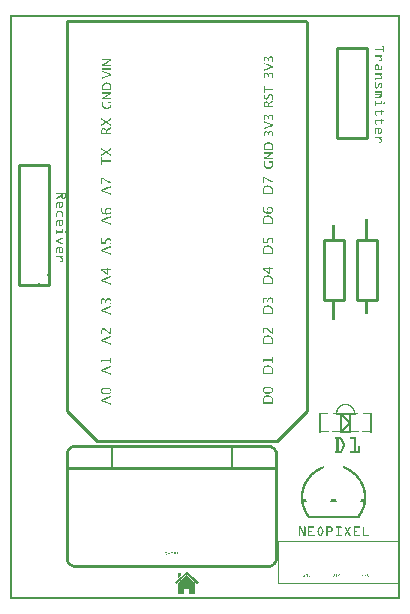
<source format=gto>
G04 MADE WITH FRITZING*
G04 WWW.FRITZING.ORG*
G04 DOUBLE SIDED*
G04 HOLES PLATED*
G04 CONTOUR ON CENTER OF CONTOUR VECTOR*
%ASAXBY*%
%FSLAX23Y23*%
%MOIN*%
%OFA0B0*%
%SFA1.0B1.0*%
%ADD10R,0.401209X0.142804X0.396933X0.138528*%
%ADD11C,0.002138*%
%ADD12C,0.010000*%
%ADD13C,0.008000*%
%ADD14C,0.005000*%
%ADD15C,0.010417*%
%ADD16C,0.000069*%
%ADD17R,0.001000X0.001000*%
%LNSILK1*%
G90*
G70*
G54D11*
X894Y196D02*
X1294Y196D01*
X1294Y55D01*
X894Y55D01*
X894Y196D01*
D02*
G54D12*
X1223Y1201D02*
X1223Y1001D01*
D02*
X1223Y1001D02*
X1157Y1001D01*
D02*
X1157Y1001D02*
X1157Y1201D01*
D02*
X1157Y1201D02*
X1223Y1201D01*
D02*
X1047Y1000D02*
X1047Y1200D01*
D02*
X1047Y1200D02*
X1113Y1200D01*
D02*
X1113Y1200D02*
X1113Y1000D01*
D02*
X1113Y1000D02*
X1047Y1000D01*
D02*
X1090Y1840D02*
X1090Y1540D01*
D02*
X1090Y1540D02*
X1190Y1540D01*
D02*
X1190Y1540D02*
X1190Y1840D01*
D02*
X1190Y1840D02*
X1090Y1840D01*
D02*
X130Y1050D02*
X130Y1450D01*
D02*
X130Y1450D02*
X30Y1450D01*
D02*
X30Y1450D02*
X30Y1050D01*
D02*
X30Y1050D02*
X130Y1050D01*
G54D13*
D02*
X997Y275D02*
X1162Y275D01*
G54D14*
D02*
X1035Y560D02*
X1035Y620D01*
D02*
X1090Y620D02*
X1105Y620D01*
D02*
X1105Y620D02*
X1135Y620D01*
D02*
X1135Y620D02*
X1150Y620D01*
D02*
X1205Y620D02*
X1205Y560D01*
D02*
X1135Y560D02*
X1105Y560D01*
D02*
X1135Y590D02*
X1105Y560D01*
D02*
X1105Y560D02*
X1105Y620D01*
D02*
X1105Y620D02*
X1135Y590D01*
D02*
X1135Y590D02*
X1135Y560D01*
D02*
X1135Y590D02*
X1135Y620D01*
G54D15*
X190Y1929D02*
X456Y1929D01*
X722Y1929D01*
X984Y1929D01*
X990Y1927D01*
X990Y629D01*
X890Y529D01*
X290Y529D01*
X190Y629D01*
X190Y1929D01*
D02*
G54D16*
G36*
X589Y94D02*
X549Y59D01*
X553Y54D01*
X589Y86D01*
X624Y54D01*
X629Y59D01*
X589Y94D01*
X589Y94D01*
X589Y94D01*
G37*
D02*
G36*
X561Y89D02*
X571Y89D01*
X571Y83D01*
X561Y74D01*
X561Y89D01*
G37*
D02*
G54D17*
X0Y1950D02*
X1301Y1950D01*
X0Y1949D02*
X1301Y1949D01*
X0Y1948D02*
X1301Y1948D01*
X0Y1947D02*
X1301Y1947D01*
X0Y1946D02*
X1301Y1946D01*
X0Y1945D02*
X1301Y1945D01*
X0Y1944D02*
X1301Y1944D01*
X0Y1943D02*
X1301Y1943D01*
X0Y1942D02*
X7Y1942D01*
X1294Y1942D02*
X1301Y1942D01*
X0Y1941D02*
X7Y1941D01*
X1294Y1941D02*
X1301Y1941D01*
X0Y1940D02*
X7Y1940D01*
X1294Y1940D02*
X1301Y1940D01*
X0Y1939D02*
X7Y1939D01*
X1294Y1939D02*
X1301Y1939D01*
X0Y1938D02*
X7Y1938D01*
X1294Y1938D02*
X1301Y1938D01*
X0Y1937D02*
X7Y1937D01*
X1294Y1937D02*
X1301Y1937D01*
X0Y1936D02*
X7Y1936D01*
X1294Y1936D02*
X1301Y1936D01*
X0Y1935D02*
X7Y1935D01*
X1294Y1935D02*
X1301Y1935D01*
X0Y1934D02*
X7Y1934D01*
X1294Y1934D02*
X1301Y1934D01*
X0Y1933D02*
X7Y1933D01*
X1294Y1933D02*
X1301Y1933D01*
X0Y1932D02*
X7Y1932D01*
X1294Y1932D02*
X1301Y1932D01*
X0Y1931D02*
X7Y1931D01*
X1294Y1931D02*
X1301Y1931D01*
X0Y1930D02*
X7Y1930D01*
X1294Y1930D02*
X1301Y1930D01*
X0Y1929D02*
X7Y1929D01*
X1294Y1929D02*
X1301Y1929D01*
X0Y1928D02*
X7Y1928D01*
X1294Y1928D02*
X1301Y1928D01*
X0Y1927D02*
X7Y1927D01*
X1294Y1927D02*
X1301Y1927D01*
X0Y1926D02*
X7Y1926D01*
X1294Y1926D02*
X1301Y1926D01*
X0Y1925D02*
X7Y1925D01*
X1294Y1925D02*
X1301Y1925D01*
X0Y1924D02*
X7Y1924D01*
X1294Y1924D02*
X1301Y1924D01*
X0Y1923D02*
X7Y1923D01*
X1294Y1923D02*
X1301Y1923D01*
X0Y1922D02*
X7Y1922D01*
X1294Y1922D02*
X1301Y1922D01*
X0Y1921D02*
X7Y1921D01*
X1294Y1921D02*
X1301Y1921D01*
X0Y1920D02*
X7Y1920D01*
X1294Y1920D02*
X1301Y1920D01*
X0Y1919D02*
X7Y1919D01*
X1294Y1919D02*
X1301Y1919D01*
X0Y1918D02*
X7Y1918D01*
X1294Y1918D02*
X1301Y1918D01*
X0Y1917D02*
X7Y1917D01*
X1294Y1917D02*
X1301Y1917D01*
X0Y1916D02*
X7Y1916D01*
X1294Y1916D02*
X1301Y1916D01*
X0Y1915D02*
X7Y1915D01*
X1294Y1915D02*
X1301Y1915D01*
X0Y1914D02*
X7Y1914D01*
X1294Y1914D02*
X1301Y1914D01*
X0Y1913D02*
X7Y1913D01*
X1294Y1913D02*
X1301Y1913D01*
X0Y1912D02*
X7Y1912D01*
X1294Y1912D02*
X1301Y1912D01*
X0Y1911D02*
X7Y1911D01*
X1294Y1911D02*
X1301Y1911D01*
X0Y1910D02*
X7Y1910D01*
X1294Y1910D02*
X1301Y1910D01*
X0Y1909D02*
X7Y1909D01*
X1294Y1909D02*
X1301Y1909D01*
X0Y1908D02*
X7Y1908D01*
X1294Y1908D02*
X1301Y1908D01*
X0Y1907D02*
X7Y1907D01*
X1294Y1907D02*
X1301Y1907D01*
X0Y1906D02*
X7Y1906D01*
X1294Y1906D02*
X1301Y1906D01*
X0Y1905D02*
X7Y1905D01*
X1294Y1905D02*
X1301Y1905D01*
X0Y1904D02*
X7Y1904D01*
X1294Y1904D02*
X1301Y1904D01*
X0Y1903D02*
X7Y1903D01*
X1294Y1903D02*
X1301Y1903D01*
X0Y1902D02*
X7Y1902D01*
X1294Y1902D02*
X1301Y1902D01*
X0Y1901D02*
X7Y1901D01*
X1294Y1901D02*
X1301Y1901D01*
X0Y1900D02*
X7Y1900D01*
X1294Y1900D02*
X1301Y1900D01*
X0Y1899D02*
X7Y1899D01*
X1294Y1899D02*
X1301Y1899D01*
X0Y1898D02*
X7Y1898D01*
X1294Y1898D02*
X1301Y1898D01*
X0Y1897D02*
X7Y1897D01*
X1294Y1897D02*
X1301Y1897D01*
X0Y1896D02*
X7Y1896D01*
X1294Y1896D02*
X1301Y1896D01*
X0Y1895D02*
X7Y1895D01*
X1294Y1895D02*
X1301Y1895D01*
X0Y1894D02*
X7Y1894D01*
X1294Y1894D02*
X1301Y1894D01*
X0Y1893D02*
X7Y1893D01*
X1294Y1893D02*
X1301Y1893D01*
X0Y1892D02*
X7Y1892D01*
X1294Y1892D02*
X1301Y1892D01*
X0Y1891D02*
X7Y1891D01*
X1294Y1891D02*
X1301Y1891D01*
X0Y1890D02*
X7Y1890D01*
X1294Y1890D02*
X1301Y1890D01*
X0Y1889D02*
X7Y1889D01*
X1294Y1889D02*
X1301Y1889D01*
X0Y1888D02*
X7Y1888D01*
X1294Y1888D02*
X1301Y1888D01*
X0Y1887D02*
X7Y1887D01*
X1294Y1887D02*
X1301Y1887D01*
X0Y1886D02*
X7Y1886D01*
X1294Y1886D02*
X1301Y1886D01*
X0Y1885D02*
X7Y1885D01*
X1294Y1885D02*
X1301Y1885D01*
X0Y1884D02*
X7Y1884D01*
X1294Y1884D02*
X1301Y1884D01*
X0Y1883D02*
X7Y1883D01*
X1294Y1883D02*
X1301Y1883D01*
X0Y1882D02*
X7Y1882D01*
X1294Y1882D02*
X1301Y1882D01*
X0Y1881D02*
X7Y1881D01*
X1294Y1881D02*
X1301Y1881D01*
X0Y1880D02*
X7Y1880D01*
X1294Y1880D02*
X1301Y1880D01*
X0Y1879D02*
X7Y1879D01*
X1294Y1879D02*
X1301Y1879D01*
X0Y1878D02*
X7Y1878D01*
X1294Y1878D02*
X1301Y1878D01*
X0Y1877D02*
X7Y1877D01*
X1294Y1877D02*
X1301Y1877D01*
X0Y1876D02*
X7Y1876D01*
X1294Y1876D02*
X1301Y1876D01*
X0Y1875D02*
X7Y1875D01*
X1294Y1875D02*
X1301Y1875D01*
X0Y1874D02*
X7Y1874D01*
X1294Y1874D02*
X1301Y1874D01*
X0Y1873D02*
X7Y1873D01*
X1294Y1873D02*
X1301Y1873D01*
X0Y1872D02*
X7Y1872D01*
X1294Y1872D02*
X1301Y1872D01*
X0Y1871D02*
X7Y1871D01*
X1294Y1871D02*
X1301Y1871D01*
X0Y1870D02*
X7Y1870D01*
X1294Y1870D02*
X1301Y1870D01*
X0Y1869D02*
X7Y1869D01*
X1294Y1869D02*
X1301Y1869D01*
X0Y1868D02*
X7Y1868D01*
X1294Y1868D02*
X1301Y1868D01*
X0Y1867D02*
X7Y1867D01*
X1294Y1867D02*
X1301Y1867D01*
X0Y1866D02*
X7Y1866D01*
X1294Y1866D02*
X1301Y1866D01*
X0Y1865D02*
X7Y1865D01*
X1294Y1865D02*
X1301Y1865D01*
X0Y1864D02*
X7Y1864D01*
X1294Y1864D02*
X1301Y1864D01*
X0Y1863D02*
X7Y1863D01*
X1294Y1863D02*
X1301Y1863D01*
X0Y1862D02*
X7Y1862D01*
X1294Y1862D02*
X1301Y1862D01*
X0Y1861D02*
X7Y1861D01*
X1294Y1861D02*
X1301Y1861D01*
X0Y1860D02*
X7Y1860D01*
X1294Y1860D02*
X1301Y1860D01*
X0Y1859D02*
X7Y1859D01*
X1294Y1859D02*
X1301Y1859D01*
X0Y1858D02*
X7Y1858D01*
X1294Y1858D02*
X1301Y1858D01*
X0Y1857D02*
X7Y1857D01*
X1294Y1857D02*
X1301Y1857D01*
X0Y1856D02*
X7Y1856D01*
X1294Y1856D02*
X1301Y1856D01*
X0Y1855D02*
X7Y1855D01*
X1294Y1855D02*
X1301Y1855D01*
X0Y1854D02*
X7Y1854D01*
X1294Y1854D02*
X1301Y1854D01*
X0Y1853D02*
X7Y1853D01*
X1294Y1853D02*
X1301Y1853D01*
X0Y1852D02*
X7Y1852D01*
X1294Y1852D02*
X1301Y1852D01*
X0Y1851D02*
X7Y1851D01*
X1294Y1851D02*
X1301Y1851D01*
X0Y1850D02*
X7Y1850D01*
X1294Y1850D02*
X1301Y1850D01*
X0Y1849D02*
X7Y1849D01*
X1294Y1849D02*
X1301Y1849D01*
X0Y1848D02*
X7Y1848D01*
X1294Y1848D02*
X1301Y1848D01*
X0Y1847D02*
X7Y1847D01*
X1294Y1847D02*
X1301Y1847D01*
X0Y1846D02*
X7Y1846D01*
X1294Y1846D02*
X1301Y1846D01*
X0Y1845D02*
X7Y1845D01*
X1294Y1845D02*
X1301Y1845D01*
X0Y1844D02*
X7Y1844D01*
X1242Y1844D02*
X1248Y1844D01*
X1294Y1844D02*
X1301Y1844D01*
X0Y1843D02*
X7Y1843D01*
X1242Y1843D02*
X1248Y1843D01*
X1294Y1843D02*
X1301Y1843D01*
X0Y1842D02*
X7Y1842D01*
X1122Y1842D02*
X1122Y1842D01*
X1242Y1842D02*
X1248Y1842D01*
X1294Y1842D02*
X1301Y1842D01*
X0Y1841D02*
X7Y1841D01*
X1121Y1841D02*
X1123Y1841D01*
X1243Y1841D02*
X1248Y1841D01*
X1294Y1841D02*
X1301Y1841D01*
X0Y1840D02*
X7Y1840D01*
X1120Y1840D02*
X1124Y1840D01*
X1245Y1840D02*
X1248Y1840D01*
X1294Y1840D02*
X1301Y1840D01*
X0Y1839D02*
X7Y1839D01*
X1119Y1839D02*
X1125Y1839D01*
X1245Y1839D02*
X1248Y1839D01*
X1294Y1839D02*
X1301Y1839D01*
X0Y1838D02*
X7Y1838D01*
X1118Y1838D02*
X1124Y1838D01*
X1245Y1838D02*
X1248Y1838D01*
X1294Y1838D02*
X1301Y1838D01*
X0Y1837D02*
X7Y1837D01*
X1117Y1837D02*
X1123Y1837D01*
X1245Y1837D02*
X1248Y1837D01*
X1294Y1837D02*
X1301Y1837D01*
X0Y1836D02*
X7Y1836D01*
X1116Y1836D02*
X1122Y1836D01*
X1218Y1836D02*
X1248Y1836D01*
X1294Y1836D02*
X1301Y1836D01*
X0Y1835D02*
X7Y1835D01*
X1115Y1835D02*
X1121Y1835D01*
X1217Y1835D02*
X1248Y1835D01*
X1294Y1835D02*
X1301Y1835D01*
X0Y1834D02*
X7Y1834D01*
X1217Y1834D02*
X1248Y1834D01*
X1294Y1834D02*
X1301Y1834D01*
X0Y1833D02*
X7Y1833D01*
X1218Y1833D02*
X1248Y1833D01*
X1294Y1833D02*
X1301Y1833D01*
X0Y1832D02*
X7Y1832D01*
X1245Y1832D02*
X1248Y1832D01*
X1294Y1832D02*
X1301Y1832D01*
X0Y1831D02*
X7Y1831D01*
X1245Y1831D02*
X1248Y1831D01*
X1294Y1831D02*
X1301Y1831D01*
X0Y1830D02*
X7Y1830D01*
X1245Y1830D02*
X1248Y1830D01*
X1294Y1830D02*
X1301Y1830D01*
X0Y1829D02*
X7Y1829D01*
X1245Y1829D02*
X1248Y1829D01*
X1294Y1829D02*
X1301Y1829D01*
X0Y1828D02*
X7Y1828D01*
X1243Y1828D02*
X1248Y1828D01*
X1294Y1828D02*
X1301Y1828D01*
X0Y1827D02*
X7Y1827D01*
X1242Y1827D02*
X1248Y1827D01*
X1294Y1827D02*
X1301Y1827D01*
X0Y1826D02*
X7Y1826D01*
X1242Y1826D02*
X1248Y1826D01*
X1294Y1826D02*
X1301Y1826D01*
X0Y1825D02*
X7Y1825D01*
X1242Y1825D02*
X1248Y1825D01*
X1294Y1825D02*
X1301Y1825D01*
X0Y1824D02*
X7Y1824D01*
X1294Y1824D02*
X1301Y1824D01*
X0Y1823D02*
X7Y1823D01*
X1294Y1823D02*
X1301Y1823D01*
X0Y1822D02*
X7Y1822D01*
X1294Y1822D02*
X1301Y1822D01*
X0Y1821D02*
X7Y1821D01*
X1294Y1821D02*
X1301Y1821D01*
X0Y1820D02*
X7Y1820D01*
X1294Y1820D02*
X1301Y1820D01*
X0Y1819D02*
X7Y1819D01*
X1294Y1819D02*
X1301Y1819D01*
X0Y1818D02*
X7Y1818D01*
X1294Y1818D02*
X1301Y1818D01*
X0Y1817D02*
X7Y1817D01*
X1294Y1817D02*
X1301Y1817D01*
X0Y1816D02*
X7Y1816D01*
X1294Y1816D02*
X1301Y1816D01*
X0Y1815D02*
X7Y1815D01*
X1294Y1815D02*
X1301Y1815D01*
X0Y1814D02*
X7Y1814D01*
X1094Y1814D02*
X1094Y1814D01*
X1217Y1814D02*
X1239Y1814D01*
X1294Y1814D02*
X1301Y1814D01*
X0Y1813D02*
X7Y1813D01*
X1093Y1813D02*
X1094Y1813D01*
X1217Y1813D02*
X1240Y1813D01*
X1294Y1813D02*
X1301Y1813D01*
X0Y1812D02*
X7Y1812D01*
X1092Y1812D02*
X1094Y1812D01*
X1217Y1812D02*
X1239Y1812D01*
X1294Y1812D02*
X1301Y1812D01*
X0Y1811D02*
X7Y1811D01*
X866Y1811D02*
X872Y1811D01*
X1091Y1811D02*
X1094Y1811D01*
X1218Y1811D02*
X1239Y1811D01*
X1294Y1811D02*
X1301Y1811D01*
X0Y1810D02*
X7Y1810D01*
X851Y1810D02*
X855Y1810D01*
X865Y1810D02*
X874Y1810D01*
X1090Y1810D02*
X1094Y1810D01*
X1231Y1810D02*
X1236Y1810D01*
X1294Y1810D02*
X1301Y1810D01*
X0Y1809D02*
X7Y1809D01*
X849Y1809D02*
X857Y1809D01*
X864Y1809D02*
X875Y1809D01*
X1089Y1809D02*
X1094Y1809D01*
X1232Y1809D02*
X1236Y1809D01*
X1294Y1809D02*
X1301Y1809D01*
X0Y1808D02*
X7Y1808D01*
X848Y1808D02*
X858Y1808D01*
X863Y1808D02*
X875Y1808D01*
X1088Y1808D02*
X1094Y1808D01*
X1233Y1808D02*
X1237Y1808D01*
X1294Y1808D02*
X1301Y1808D01*
X0Y1807D02*
X7Y1807D01*
X848Y1807D02*
X859Y1807D01*
X862Y1807D02*
X867Y1807D01*
X871Y1807D02*
X876Y1807D01*
X1088Y1807D02*
X1093Y1807D01*
X1234Y1807D02*
X1238Y1807D01*
X1294Y1807D02*
X1301Y1807D01*
X0Y1806D02*
X7Y1806D01*
X847Y1806D02*
X851Y1806D01*
X857Y1806D02*
X860Y1806D01*
X862Y1806D02*
X865Y1806D01*
X873Y1806D02*
X877Y1806D01*
X1089Y1806D02*
X1092Y1806D01*
X1234Y1806D02*
X1239Y1806D01*
X1294Y1806D02*
X1301Y1806D01*
X0Y1805D02*
X7Y1805D01*
X847Y1805D02*
X850Y1805D01*
X858Y1805D02*
X860Y1805D01*
X862Y1805D02*
X864Y1805D01*
X874Y1805D02*
X877Y1805D01*
X1090Y1805D02*
X1091Y1805D01*
X1235Y1805D02*
X1239Y1805D01*
X1294Y1805D02*
X1301Y1805D01*
X0Y1804D02*
X7Y1804D01*
X847Y1804D02*
X849Y1804D01*
X859Y1804D02*
X863Y1804D01*
X875Y1804D02*
X877Y1804D01*
X1236Y1804D02*
X1240Y1804D01*
X1294Y1804D02*
X1301Y1804D01*
X0Y1803D02*
X7Y1803D01*
X847Y1803D02*
X849Y1803D01*
X860Y1803D02*
X863Y1803D01*
X875Y1803D02*
X877Y1803D01*
X1236Y1803D02*
X1240Y1803D01*
X1294Y1803D02*
X1301Y1803D01*
X0Y1802D02*
X7Y1802D01*
X309Y1802D02*
X337Y1802D01*
X847Y1802D02*
X849Y1802D01*
X860Y1802D02*
X862Y1802D01*
X875Y1802D02*
X877Y1802D01*
X1236Y1802D02*
X1240Y1802D01*
X1294Y1802D02*
X1301Y1802D01*
X0Y1801D02*
X7Y1801D01*
X308Y1801D02*
X338Y1801D01*
X847Y1801D02*
X849Y1801D01*
X860Y1801D02*
X862Y1801D01*
X875Y1801D02*
X877Y1801D01*
X1236Y1801D02*
X1240Y1801D01*
X1294Y1801D02*
X1301Y1801D01*
X0Y1800D02*
X7Y1800D01*
X308Y1800D02*
X338Y1800D01*
X847Y1800D02*
X849Y1800D01*
X860Y1800D02*
X862Y1800D01*
X875Y1800D02*
X877Y1800D01*
X1236Y1800D02*
X1240Y1800D01*
X1294Y1800D02*
X1301Y1800D01*
X0Y1799D02*
X7Y1799D01*
X308Y1799D02*
X338Y1799D01*
X847Y1799D02*
X849Y1799D01*
X860Y1799D02*
X862Y1799D01*
X875Y1799D02*
X877Y1799D01*
X1236Y1799D02*
X1239Y1799D01*
X1294Y1799D02*
X1301Y1799D01*
X0Y1798D02*
X7Y1798D01*
X331Y1798D02*
X337Y1798D01*
X847Y1798D02*
X849Y1798D01*
X860Y1798D02*
X862Y1798D01*
X875Y1798D02*
X877Y1798D01*
X1232Y1798D02*
X1239Y1798D01*
X1294Y1798D02*
X1301Y1798D01*
X0Y1797D02*
X7Y1797D01*
X329Y1797D02*
X336Y1797D01*
X847Y1797D02*
X850Y1797D01*
X861Y1797D02*
X862Y1797D01*
X875Y1797D02*
X877Y1797D01*
X1231Y1797D02*
X1238Y1797D01*
X1294Y1797D02*
X1301Y1797D01*
X0Y1796D02*
X7Y1796D01*
X328Y1796D02*
X334Y1796D01*
X848Y1796D02*
X850Y1796D01*
X874Y1796D02*
X877Y1796D01*
X1231Y1796D02*
X1238Y1796D01*
X1294Y1796D02*
X1301Y1796D01*
X0Y1795D02*
X7Y1795D01*
X326Y1795D02*
X333Y1795D01*
X848Y1795D02*
X850Y1795D01*
X874Y1795D02*
X877Y1795D01*
X1232Y1795D02*
X1236Y1795D01*
X1294Y1795D02*
X1301Y1795D01*
X0Y1794D02*
X7Y1794D01*
X325Y1794D02*
X331Y1794D01*
X874Y1794D02*
X876Y1794D01*
X1294Y1794D02*
X1301Y1794D01*
X0Y1793D02*
X7Y1793D01*
X323Y1793D02*
X330Y1793D01*
X1294Y1793D02*
X1301Y1793D01*
X0Y1792D02*
X7Y1792D01*
X321Y1792D02*
X328Y1792D01*
X1294Y1792D02*
X1301Y1792D01*
X0Y1791D02*
X7Y1791D01*
X320Y1791D02*
X327Y1791D01*
X1294Y1791D02*
X1301Y1791D01*
X0Y1790D02*
X7Y1790D01*
X318Y1790D02*
X325Y1790D01*
X1294Y1790D02*
X1301Y1790D01*
X0Y1789D02*
X7Y1789D01*
X317Y1789D02*
X324Y1789D01*
X848Y1789D02*
X848Y1789D01*
X1294Y1789D02*
X1301Y1789D01*
X0Y1788D02*
X7Y1788D01*
X315Y1788D02*
X322Y1788D01*
X848Y1788D02*
X851Y1788D01*
X1294Y1788D02*
X1301Y1788D01*
X0Y1787D02*
X7Y1787D01*
X314Y1787D02*
X320Y1787D01*
X848Y1787D02*
X854Y1787D01*
X1294Y1787D02*
X1301Y1787D01*
X0Y1786D02*
X7Y1786D01*
X312Y1786D02*
X319Y1786D01*
X848Y1786D02*
X856Y1786D01*
X1294Y1786D02*
X1301Y1786D01*
X0Y1785D02*
X7Y1785D01*
X311Y1785D02*
X317Y1785D01*
X850Y1785D02*
X859Y1785D01*
X1294Y1785D02*
X1301Y1785D01*
X0Y1784D02*
X7Y1784D01*
X309Y1784D02*
X316Y1784D01*
X853Y1784D02*
X862Y1784D01*
X1220Y1784D02*
X1227Y1784D01*
X1294Y1784D02*
X1301Y1784D01*
X0Y1783D02*
X7Y1783D01*
X308Y1783D02*
X315Y1783D01*
X855Y1783D02*
X865Y1783D01*
X1219Y1783D02*
X1229Y1783D01*
X1294Y1783D02*
X1301Y1783D01*
X0Y1782D02*
X7Y1782D01*
X308Y1782D02*
X338Y1782D01*
X858Y1782D02*
X867Y1782D01*
X1218Y1782D02*
X1230Y1782D01*
X1294Y1782D02*
X1301Y1782D01*
X0Y1781D02*
X7Y1781D01*
X308Y1781D02*
X338Y1781D01*
X861Y1781D02*
X870Y1781D01*
X1217Y1781D02*
X1230Y1781D01*
X1294Y1781D02*
X1301Y1781D01*
X0Y1780D02*
X7Y1780D01*
X308Y1780D02*
X338Y1780D01*
X864Y1780D02*
X873Y1780D01*
X1217Y1780D02*
X1221Y1780D01*
X1227Y1780D02*
X1231Y1780D01*
X1237Y1780D02*
X1239Y1780D01*
X1294Y1780D02*
X1301Y1780D01*
X0Y1779D02*
X7Y1779D01*
X866Y1779D02*
X876Y1779D01*
X1217Y1779D02*
X1220Y1779D01*
X1227Y1779D02*
X1231Y1779D01*
X1236Y1779D02*
X1240Y1779D01*
X1294Y1779D02*
X1301Y1779D01*
X0Y1778D02*
X7Y1778D01*
X869Y1778D02*
X877Y1778D01*
X1217Y1778D02*
X1220Y1778D01*
X1228Y1778D02*
X1231Y1778D01*
X1236Y1778D02*
X1240Y1778D01*
X1294Y1778D02*
X1301Y1778D01*
X0Y1777D02*
X7Y1777D01*
X872Y1777D02*
X877Y1777D01*
X1217Y1777D02*
X1220Y1777D01*
X1228Y1777D02*
X1231Y1777D01*
X1236Y1777D02*
X1240Y1777D01*
X1294Y1777D02*
X1301Y1777D01*
X0Y1776D02*
X7Y1776D01*
X870Y1776D02*
X877Y1776D01*
X1217Y1776D02*
X1220Y1776D01*
X1228Y1776D02*
X1231Y1776D01*
X1236Y1776D02*
X1240Y1776D01*
X1294Y1776D02*
X1301Y1776D01*
X0Y1775D02*
X7Y1775D01*
X867Y1775D02*
X877Y1775D01*
X1217Y1775D02*
X1220Y1775D01*
X1228Y1775D02*
X1231Y1775D01*
X1236Y1775D02*
X1240Y1775D01*
X1294Y1775D02*
X1301Y1775D01*
X0Y1774D02*
X7Y1774D01*
X865Y1774D02*
X875Y1774D01*
X1217Y1774D02*
X1220Y1774D01*
X1228Y1774D02*
X1231Y1774D01*
X1236Y1774D02*
X1240Y1774D01*
X1294Y1774D02*
X1301Y1774D01*
X0Y1773D02*
X7Y1773D01*
X862Y1773D02*
X872Y1773D01*
X1217Y1773D02*
X1220Y1773D01*
X1228Y1773D02*
X1231Y1773D01*
X1236Y1773D02*
X1240Y1773D01*
X1294Y1773D02*
X1301Y1773D01*
X0Y1772D02*
X7Y1772D01*
X859Y1772D02*
X870Y1772D01*
X1217Y1772D02*
X1221Y1772D01*
X1228Y1772D02*
X1231Y1772D01*
X1236Y1772D02*
X1240Y1772D01*
X1294Y1772D02*
X1301Y1772D01*
X0Y1771D02*
X7Y1771D01*
X308Y1771D02*
X338Y1771D01*
X857Y1771D02*
X867Y1771D01*
X1217Y1771D02*
X1221Y1771D01*
X1228Y1771D02*
X1231Y1771D01*
X1236Y1771D02*
X1240Y1771D01*
X1294Y1771D02*
X1301Y1771D01*
X0Y1770D02*
X7Y1770D01*
X308Y1770D02*
X338Y1770D01*
X854Y1770D02*
X864Y1770D01*
X1218Y1770D02*
X1222Y1770D01*
X1227Y1770D02*
X1231Y1770D01*
X1236Y1770D02*
X1240Y1770D01*
X1294Y1770D02*
X1301Y1770D01*
X0Y1769D02*
X7Y1769D01*
X308Y1769D02*
X338Y1769D01*
X851Y1769D02*
X862Y1769D01*
X1219Y1769D02*
X1222Y1769D01*
X1227Y1769D02*
X1231Y1769D01*
X1235Y1769D02*
X1239Y1769D01*
X1294Y1769D02*
X1301Y1769D01*
X0Y1768D02*
X7Y1768D01*
X308Y1768D02*
X338Y1768D01*
X849Y1768D02*
X859Y1768D01*
X1218Y1768D02*
X1239Y1768D01*
X1294Y1768D02*
X1301Y1768D01*
X0Y1767D02*
X7Y1767D01*
X848Y1767D02*
X857Y1767D01*
X1217Y1767D02*
X1238Y1767D01*
X1294Y1767D02*
X1301Y1767D01*
X0Y1766D02*
X7Y1766D01*
X848Y1766D02*
X854Y1766D01*
X1217Y1766D02*
X1237Y1766D01*
X1294Y1766D02*
X1301Y1766D01*
X0Y1765D02*
X7Y1765D01*
X848Y1765D02*
X851Y1765D01*
X1217Y1765D02*
X1236Y1765D01*
X1294Y1765D02*
X1301Y1765D01*
X0Y1764D02*
X7Y1764D01*
X848Y1764D02*
X849Y1764D01*
X1294Y1764D02*
X1301Y1764D01*
X0Y1763D02*
X7Y1763D01*
X1294Y1763D02*
X1301Y1763D01*
X0Y1762D02*
X7Y1762D01*
X308Y1762D02*
X311Y1762D01*
X1294Y1762D02*
X1301Y1762D01*
X0Y1761D02*
X7Y1761D01*
X308Y1761D02*
X314Y1761D01*
X1294Y1761D02*
X1301Y1761D01*
X0Y1760D02*
X7Y1760D01*
X308Y1760D02*
X316Y1760D01*
X1294Y1760D02*
X1301Y1760D01*
X0Y1759D02*
X7Y1759D01*
X310Y1759D02*
X319Y1759D01*
X1294Y1759D02*
X1301Y1759D01*
X0Y1758D02*
X7Y1758D01*
X313Y1758D02*
X322Y1758D01*
X1294Y1758D02*
X1301Y1758D01*
X0Y1757D02*
X7Y1757D01*
X315Y1757D02*
X325Y1757D01*
X865Y1757D02*
X873Y1757D01*
X1294Y1757D02*
X1301Y1757D01*
X0Y1756D02*
X7Y1756D01*
X318Y1756D02*
X327Y1756D01*
X850Y1756D02*
X856Y1756D01*
X864Y1756D02*
X874Y1756D01*
X1294Y1756D02*
X1301Y1756D01*
X0Y1755D02*
X7Y1755D01*
X321Y1755D02*
X330Y1755D01*
X849Y1755D02*
X858Y1755D01*
X863Y1755D02*
X875Y1755D01*
X1294Y1755D02*
X1301Y1755D01*
X0Y1754D02*
X7Y1754D01*
X323Y1754D02*
X333Y1754D01*
X848Y1754D02*
X859Y1754D01*
X863Y1754D02*
X876Y1754D01*
X1218Y1754D02*
X1239Y1754D01*
X1294Y1754D02*
X1301Y1754D01*
X0Y1753D02*
X7Y1753D01*
X326Y1753D02*
X336Y1753D01*
X848Y1753D02*
X859Y1753D01*
X862Y1753D02*
X865Y1753D01*
X872Y1753D02*
X876Y1753D01*
X1217Y1753D02*
X1240Y1753D01*
X1294Y1753D02*
X1301Y1753D01*
X0Y1752D02*
X7Y1752D01*
X329Y1752D02*
X337Y1752D01*
X847Y1752D02*
X851Y1752D01*
X858Y1752D02*
X860Y1752D01*
X862Y1752D02*
X864Y1752D01*
X874Y1752D02*
X877Y1752D01*
X1217Y1752D02*
X1239Y1752D01*
X1294Y1752D02*
X1301Y1752D01*
X0Y1751D02*
X7Y1751D01*
X332Y1751D02*
X338Y1751D01*
X847Y1751D02*
X850Y1751D01*
X859Y1751D02*
X863Y1751D01*
X874Y1751D02*
X877Y1751D01*
X1218Y1751D02*
X1239Y1751D01*
X1294Y1751D02*
X1301Y1751D01*
X0Y1750D02*
X7Y1750D01*
X332Y1750D02*
X338Y1750D01*
X847Y1750D02*
X849Y1750D01*
X859Y1750D02*
X863Y1750D01*
X875Y1750D02*
X877Y1750D01*
X1232Y1750D02*
X1236Y1750D01*
X1294Y1750D02*
X1301Y1750D01*
X0Y1749D02*
X7Y1749D01*
X329Y1749D02*
X338Y1749D01*
X847Y1749D02*
X849Y1749D01*
X860Y1749D02*
X863Y1749D01*
X875Y1749D02*
X877Y1749D01*
X1233Y1749D02*
X1237Y1749D01*
X1294Y1749D02*
X1301Y1749D01*
X0Y1748D02*
X7Y1748D01*
X326Y1748D02*
X337Y1748D01*
X847Y1748D02*
X849Y1748D01*
X860Y1748D02*
X862Y1748D01*
X875Y1748D02*
X877Y1748D01*
X1234Y1748D02*
X1238Y1748D01*
X1294Y1748D02*
X1301Y1748D01*
X0Y1747D02*
X7Y1747D01*
X324Y1747D02*
X334Y1747D01*
X847Y1747D02*
X849Y1747D01*
X860Y1747D02*
X862Y1747D01*
X875Y1747D02*
X877Y1747D01*
X1234Y1747D02*
X1238Y1747D01*
X1294Y1747D02*
X1301Y1747D01*
X0Y1746D02*
X7Y1746D01*
X321Y1746D02*
X331Y1746D01*
X847Y1746D02*
X849Y1746D01*
X860Y1746D02*
X862Y1746D01*
X875Y1746D02*
X877Y1746D01*
X1235Y1746D02*
X1239Y1746D01*
X1294Y1746D02*
X1301Y1746D01*
X0Y1745D02*
X7Y1745D01*
X318Y1745D02*
X329Y1745D01*
X847Y1745D02*
X849Y1745D01*
X860Y1745D02*
X862Y1745D01*
X875Y1745D02*
X877Y1745D01*
X1236Y1745D02*
X1239Y1745D01*
X1294Y1745D02*
X1301Y1745D01*
X0Y1744D02*
X7Y1744D01*
X316Y1744D02*
X326Y1744D01*
X847Y1744D02*
X849Y1744D01*
X860Y1744D02*
X862Y1744D01*
X875Y1744D02*
X877Y1744D01*
X1236Y1744D02*
X1239Y1744D01*
X1294Y1744D02*
X1301Y1744D01*
X0Y1743D02*
X7Y1743D01*
X313Y1743D02*
X323Y1743D01*
X847Y1743D02*
X850Y1743D01*
X875Y1743D02*
X877Y1743D01*
X1236Y1743D02*
X1240Y1743D01*
X1294Y1743D02*
X1301Y1743D01*
X0Y1742D02*
X7Y1742D01*
X311Y1742D02*
X321Y1742D01*
X848Y1742D02*
X850Y1742D01*
X874Y1742D02*
X877Y1742D01*
X1236Y1742D02*
X1240Y1742D01*
X1294Y1742D02*
X1301Y1742D01*
X0Y1741D02*
X7Y1741D01*
X309Y1741D02*
X318Y1741D01*
X848Y1741D02*
X850Y1741D01*
X874Y1741D02*
X877Y1741D01*
X1236Y1741D02*
X1240Y1741D01*
X1294Y1741D02*
X1301Y1741D01*
X0Y1740D02*
X7Y1740D01*
X308Y1740D02*
X316Y1740D01*
X1236Y1740D02*
X1240Y1740D01*
X1294Y1740D02*
X1301Y1740D01*
X0Y1739D02*
X7Y1739D01*
X308Y1739D02*
X313Y1739D01*
X1235Y1739D02*
X1239Y1739D01*
X1294Y1739D02*
X1301Y1739D01*
X0Y1738D02*
X7Y1738D01*
X308Y1738D02*
X310Y1738D01*
X1219Y1738D02*
X1239Y1738D01*
X1294Y1738D02*
X1301Y1738D01*
X0Y1737D02*
X7Y1737D01*
X1217Y1737D02*
X1238Y1737D01*
X1294Y1737D02*
X1301Y1737D01*
X0Y1736D02*
X7Y1736D01*
X1217Y1736D02*
X1237Y1736D01*
X1294Y1736D02*
X1301Y1736D01*
X0Y1735D02*
X7Y1735D01*
X1217Y1735D02*
X1236Y1735D01*
X1294Y1735D02*
X1301Y1735D01*
X0Y1734D02*
X7Y1734D01*
X1219Y1734D02*
X1220Y1734D01*
X1294Y1734D02*
X1301Y1734D01*
X0Y1733D02*
X7Y1733D01*
X1294Y1733D02*
X1301Y1733D01*
X0Y1732D02*
X7Y1732D01*
X1294Y1732D02*
X1301Y1732D01*
X0Y1731D02*
X7Y1731D01*
X1294Y1731D02*
X1301Y1731D01*
X0Y1730D02*
X7Y1730D01*
X1294Y1730D02*
X1301Y1730D01*
X0Y1729D02*
X7Y1729D01*
X1294Y1729D02*
X1301Y1729D01*
X0Y1728D02*
X7Y1728D01*
X1294Y1728D02*
X1301Y1728D01*
X0Y1727D02*
X7Y1727D01*
X1294Y1727D02*
X1301Y1727D01*
X0Y1726D02*
X7Y1726D01*
X1294Y1726D02*
X1301Y1726D01*
X0Y1725D02*
X7Y1725D01*
X1294Y1725D02*
X1301Y1725D01*
X0Y1724D02*
X7Y1724D01*
X321Y1724D02*
X324Y1724D01*
X1219Y1724D02*
X1221Y1724D01*
X1294Y1724D02*
X1301Y1724D01*
X0Y1723D02*
X7Y1723D01*
X316Y1723D02*
X329Y1723D01*
X1219Y1723D02*
X1222Y1723D01*
X1232Y1723D02*
X1237Y1723D01*
X1294Y1723D02*
X1301Y1723D01*
X0Y1722D02*
X7Y1722D01*
X314Y1722D02*
X331Y1722D01*
X1218Y1722D02*
X1222Y1722D01*
X1231Y1722D02*
X1238Y1722D01*
X1294Y1722D02*
X1301Y1722D01*
X0Y1721D02*
X7Y1721D01*
X313Y1721D02*
X332Y1721D01*
X1217Y1721D02*
X1221Y1721D01*
X1230Y1721D02*
X1239Y1721D01*
X1294Y1721D02*
X1301Y1721D01*
X0Y1720D02*
X7Y1720D01*
X312Y1720D02*
X333Y1720D01*
X1217Y1720D02*
X1221Y1720D01*
X1230Y1720D02*
X1239Y1720D01*
X1294Y1720D02*
X1301Y1720D01*
X0Y1719D02*
X7Y1719D01*
X311Y1719D02*
X318Y1719D01*
X328Y1719D02*
X334Y1719D01*
X1217Y1719D02*
X1220Y1719D01*
X1230Y1719D02*
X1233Y1719D01*
X1236Y1719D02*
X1240Y1719D01*
X1294Y1719D02*
X1301Y1719D01*
X0Y1718D02*
X7Y1718D01*
X310Y1718D02*
X315Y1718D01*
X331Y1718D02*
X335Y1718D01*
X1217Y1718D02*
X1220Y1718D01*
X1229Y1718D02*
X1233Y1718D01*
X1236Y1718D02*
X1240Y1718D01*
X1294Y1718D02*
X1301Y1718D01*
X0Y1717D02*
X7Y1717D01*
X310Y1717D02*
X314Y1717D01*
X332Y1717D02*
X336Y1717D01*
X1217Y1717D02*
X1220Y1717D01*
X1229Y1717D02*
X1232Y1717D01*
X1236Y1717D02*
X1240Y1717D01*
X1294Y1717D02*
X1301Y1717D01*
X0Y1716D02*
X7Y1716D01*
X309Y1716D02*
X313Y1716D01*
X333Y1716D02*
X336Y1716D01*
X1217Y1716D02*
X1220Y1716D01*
X1228Y1716D02*
X1232Y1716D01*
X1236Y1716D02*
X1240Y1716D01*
X1294Y1716D02*
X1301Y1716D01*
X0Y1715D02*
X7Y1715D01*
X309Y1715D02*
X312Y1715D01*
X334Y1715D02*
X337Y1715D01*
X1217Y1715D02*
X1220Y1715D01*
X1228Y1715D02*
X1231Y1715D01*
X1236Y1715D02*
X1240Y1715D01*
X1294Y1715D02*
X1301Y1715D01*
X0Y1714D02*
X7Y1714D01*
X309Y1714D02*
X312Y1714D01*
X334Y1714D02*
X337Y1714D01*
X1217Y1714D02*
X1220Y1714D01*
X1227Y1714D02*
X1231Y1714D01*
X1236Y1714D02*
X1240Y1714D01*
X1294Y1714D02*
X1301Y1714D01*
X0Y1713D02*
X7Y1713D01*
X309Y1713D02*
X311Y1713D01*
X335Y1713D02*
X337Y1713D01*
X848Y1713D02*
X850Y1713D01*
X1217Y1713D02*
X1220Y1713D01*
X1227Y1713D02*
X1231Y1713D01*
X1236Y1713D02*
X1240Y1713D01*
X1294Y1713D02*
X1301Y1713D01*
X0Y1712D02*
X7Y1712D01*
X309Y1712D02*
X311Y1712D01*
X335Y1712D02*
X337Y1712D01*
X848Y1712D02*
X850Y1712D01*
X1217Y1712D02*
X1220Y1712D01*
X1226Y1712D02*
X1230Y1712D01*
X1236Y1712D02*
X1240Y1712D01*
X1294Y1712D02*
X1301Y1712D01*
X0Y1711D02*
X7Y1711D01*
X309Y1711D02*
X311Y1711D01*
X335Y1711D02*
X337Y1711D01*
X848Y1711D02*
X850Y1711D01*
X1217Y1711D02*
X1220Y1711D01*
X1226Y1711D02*
X1230Y1711D01*
X1236Y1711D02*
X1240Y1711D01*
X1294Y1711D02*
X1301Y1711D01*
X0Y1710D02*
X7Y1710D01*
X308Y1710D02*
X311Y1710D01*
X335Y1710D02*
X337Y1710D01*
X848Y1710D02*
X850Y1710D01*
X1217Y1710D02*
X1220Y1710D01*
X1226Y1710D02*
X1229Y1710D01*
X1236Y1710D02*
X1240Y1710D01*
X1294Y1710D02*
X1301Y1710D01*
X0Y1709D02*
X7Y1709D01*
X308Y1709D02*
X311Y1709D01*
X335Y1709D02*
X337Y1709D01*
X848Y1709D02*
X850Y1709D01*
X1217Y1709D02*
X1221Y1709D01*
X1225Y1709D02*
X1229Y1709D01*
X1236Y1709D02*
X1240Y1709D01*
X1294Y1709D02*
X1301Y1709D01*
X0Y1708D02*
X7Y1708D01*
X308Y1708D02*
X311Y1708D01*
X335Y1708D02*
X338Y1708D01*
X848Y1708D02*
X850Y1708D01*
X1217Y1708D02*
X1228Y1708D01*
X1235Y1708D02*
X1239Y1708D01*
X1294Y1708D02*
X1301Y1708D01*
X0Y1707D02*
X7Y1707D01*
X308Y1707D02*
X311Y1707D01*
X335Y1707D02*
X338Y1707D01*
X848Y1707D02*
X850Y1707D01*
X1218Y1707D02*
X1228Y1707D01*
X1235Y1707D02*
X1239Y1707D01*
X1294Y1707D02*
X1301Y1707D01*
X0Y1706D02*
X7Y1706D01*
X308Y1706D02*
X311Y1706D01*
X335Y1706D02*
X338Y1706D01*
X848Y1706D02*
X850Y1706D01*
X1219Y1706D02*
X1227Y1706D01*
X1235Y1706D02*
X1238Y1706D01*
X1294Y1706D02*
X1301Y1706D01*
X0Y1705D02*
X7Y1705D01*
X308Y1705D02*
X311Y1705D01*
X335Y1705D02*
X338Y1705D01*
X848Y1705D02*
X850Y1705D01*
X1220Y1705D02*
X1226Y1705D01*
X1235Y1705D02*
X1237Y1705D01*
X1294Y1705D02*
X1301Y1705D01*
X0Y1704D02*
X7Y1704D01*
X308Y1704D02*
X311Y1704D01*
X335Y1704D02*
X338Y1704D01*
X848Y1704D02*
X850Y1704D01*
X1222Y1704D02*
X1224Y1704D01*
X1294Y1704D02*
X1301Y1704D01*
X0Y1703D02*
X7Y1703D01*
X308Y1703D02*
X338Y1703D01*
X848Y1703D02*
X876Y1703D01*
X1294Y1703D02*
X1301Y1703D01*
X0Y1702D02*
X7Y1702D01*
X308Y1702D02*
X338Y1702D01*
X848Y1702D02*
X877Y1702D01*
X1294Y1702D02*
X1301Y1702D01*
X0Y1701D02*
X7Y1701D01*
X308Y1701D02*
X338Y1701D01*
X848Y1701D02*
X877Y1701D01*
X1294Y1701D02*
X1301Y1701D01*
X0Y1700D02*
X7Y1700D01*
X308Y1700D02*
X338Y1700D01*
X848Y1700D02*
X877Y1700D01*
X1294Y1700D02*
X1301Y1700D01*
X0Y1699D02*
X7Y1699D01*
X309Y1699D02*
X337Y1699D01*
X848Y1699D02*
X876Y1699D01*
X1294Y1699D02*
X1301Y1699D01*
X0Y1698D02*
X7Y1698D01*
X848Y1698D02*
X850Y1698D01*
X1294Y1698D02*
X1301Y1698D01*
X0Y1697D02*
X7Y1697D01*
X848Y1697D02*
X850Y1697D01*
X1294Y1697D02*
X1301Y1697D01*
X0Y1696D02*
X7Y1696D01*
X848Y1696D02*
X850Y1696D01*
X1294Y1696D02*
X1301Y1696D01*
X0Y1695D02*
X7Y1695D01*
X848Y1695D02*
X850Y1695D01*
X1294Y1695D02*
X1301Y1695D01*
X0Y1694D02*
X7Y1694D01*
X848Y1694D02*
X850Y1694D01*
X1218Y1694D02*
X1239Y1694D01*
X1294Y1694D02*
X1301Y1694D01*
X0Y1693D02*
X7Y1693D01*
X848Y1693D02*
X850Y1693D01*
X1217Y1693D02*
X1240Y1693D01*
X1294Y1693D02*
X1301Y1693D01*
X0Y1692D02*
X7Y1692D01*
X848Y1692D02*
X850Y1692D01*
X1217Y1692D02*
X1239Y1692D01*
X1294Y1692D02*
X1301Y1692D01*
X0Y1691D02*
X7Y1691D01*
X309Y1691D02*
X337Y1691D01*
X848Y1691D02*
X850Y1691D01*
X1218Y1691D02*
X1239Y1691D01*
X1294Y1691D02*
X1301Y1691D01*
X0Y1690D02*
X7Y1690D01*
X308Y1690D02*
X338Y1690D01*
X848Y1690D02*
X850Y1690D01*
X1234Y1690D02*
X1239Y1690D01*
X1294Y1690D02*
X1301Y1690D01*
X0Y1689D02*
X7Y1689D01*
X308Y1689D02*
X338Y1689D01*
X848Y1689D02*
X850Y1689D01*
X1235Y1689D02*
X1239Y1689D01*
X1294Y1689D02*
X1301Y1689D01*
X0Y1688D02*
X7Y1688D01*
X308Y1688D02*
X338Y1688D01*
X1236Y1688D02*
X1239Y1688D01*
X1294Y1688D02*
X1301Y1688D01*
X0Y1687D02*
X7Y1687D01*
X331Y1687D02*
X337Y1687D01*
X1236Y1687D02*
X1240Y1687D01*
X1294Y1687D02*
X1301Y1687D01*
X0Y1686D02*
X7Y1686D01*
X329Y1686D02*
X336Y1686D01*
X1218Y1686D02*
X1239Y1686D01*
X1294Y1686D02*
X1301Y1686D01*
X0Y1685D02*
X7Y1685D01*
X328Y1685D02*
X334Y1685D01*
X866Y1685D02*
X872Y1685D01*
X1217Y1685D02*
X1239Y1685D01*
X1294Y1685D02*
X1301Y1685D01*
X0Y1684D02*
X7Y1684D01*
X326Y1684D02*
X333Y1684D01*
X865Y1684D02*
X874Y1684D01*
X1217Y1684D02*
X1239Y1684D01*
X1294Y1684D02*
X1301Y1684D01*
X0Y1683D02*
X7Y1683D01*
X325Y1683D02*
X331Y1683D01*
X848Y1683D02*
X851Y1683D01*
X864Y1683D02*
X875Y1683D01*
X1217Y1683D02*
X1238Y1683D01*
X1294Y1683D02*
X1301Y1683D01*
X0Y1682D02*
X7Y1682D01*
X323Y1682D02*
X330Y1682D01*
X848Y1682D02*
X850Y1682D01*
X863Y1682D02*
X876Y1682D01*
X1219Y1682D02*
X1238Y1682D01*
X1294Y1682D02*
X1301Y1682D01*
X0Y1681D02*
X7Y1681D01*
X322Y1681D02*
X328Y1681D01*
X847Y1681D02*
X850Y1681D01*
X862Y1681D02*
X867Y1681D01*
X872Y1681D02*
X876Y1681D01*
X1235Y1681D02*
X1239Y1681D01*
X1294Y1681D02*
X1301Y1681D01*
X0Y1680D02*
X7Y1680D01*
X320Y1680D02*
X327Y1680D01*
X847Y1680D02*
X850Y1680D01*
X862Y1680D02*
X866Y1680D01*
X874Y1680D02*
X877Y1680D01*
X1236Y1680D02*
X1239Y1680D01*
X1294Y1680D02*
X1301Y1680D01*
X0Y1679D02*
X7Y1679D01*
X319Y1679D02*
X325Y1679D01*
X847Y1679D02*
X849Y1679D01*
X861Y1679D02*
X865Y1679D01*
X874Y1679D02*
X877Y1679D01*
X1236Y1679D02*
X1239Y1679D01*
X1294Y1679D02*
X1301Y1679D01*
X0Y1678D02*
X7Y1678D01*
X317Y1678D02*
X324Y1678D01*
X847Y1678D02*
X849Y1678D01*
X860Y1678D02*
X864Y1678D01*
X875Y1678D02*
X877Y1678D01*
X1230Y1678D02*
X1239Y1678D01*
X1294Y1678D02*
X1301Y1678D01*
X0Y1677D02*
X7Y1677D01*
X315Y1677D02*
X322Y1677D01*
X847Y1677D02*
X849Y1677D01*
X860Y1677D02*
X864Y1677D01*
X875Y1677D02*
X877Y1677D01*
X1218Y1677D02*
X1239Y1677D01*
X1294Y1677D02*
X1301Y1677D01*
X0Y1676D02*
X7Y1676D01*
X314Y1676D02*
X321Y1676D01*
X847Y1676D02*
X849Y1676D01*
X859Y1676D02*
X863Y1676D01*
X875Y1676D02*
X877Y1676D01*
X1217Y1676D02*
X1238Y1676D01*
X1294Y1676D02*
X1301Y1676D01*
X0Y1675D02*
X7Y1675D01*
X312Y1675D02*
X319Y1675D01*
X847Y1675D02*
X849Y1675D01*
X859Y1675D02*
X863Y1675D01*
X875Y1675D02*
X877Y1675D01*
X1217Y1675D02*
X1237Y1675D01*
X1294Y1675D02*
X1301Y1675D01*
X0Y1674D02*
X7Y1674D01*
X311Y1674D02*
X318Y1674D01*
X847Y1674D02*
X850Y1674D01*
X858Y1674D02*
X862Y1674D01*
X875Y1674D02*
X877Y1674D01*
X1218Y1674D02*
X1235Y1674D01*
X1294Y1674D02*
X1301Y1674D01*
X0Y1673D02*
X7Y1673D01*
X309Y1673D02*
X316Y1673D01*
X847Y1673D02*
X850Y1673D01*
X857Y1673D02*
X861Y1673D01*
X875Y1673D02*
X877Y1673D01*
X1294Y1673D02*
X1301Y1673D01*
X0Y1672D02*
X7Y1672D01*
X308Y1672D02*
X315Y1672D01*
X848Y1672D02*
X852Y1672D01*
X855Y1672D02*
X861Y1672D01*
X875Y1672D02*
X877Y1672D01*
X1294Y1672D02*
X1301Y1672D01*
X0Y1671D02*
X7Y1671D01*
X308Y1671D02*
X338Y1671D01*
X848Y1671D02*
X860Y1671D01*
X874Y1671D02*
X877Y1671D01*
X1294Y1671D02*
X1301Y1671D01*
X0Y1670D02*
X7Y1670D01*
X308Y1670D02*
X338Y1670D01*
X849Y1670D02*
X859Y1670D01*
X874Y1670D02*
X877Y1670D01*
X1294Y1670D02*
X1301Y1670D01*
X0Y1669D02*
X7Y1669D01*
X308Y1669D02*
X338Y1669D01*
X850Y1669D02*
X858Y1669D01*
X873Y1669D02*
X876Y1669D01*
X1294Y1669D02*
X1301Y1669D01*
X0Y1668D02*
X7Y1668D01*
X853Y1668D02*
X856Y1668D01*
X873Y1668D02*
X876Y1668D01*
X1294Y1668D02*
X1301Y1668D01*
X0Y1667D02*
X7Y1667D01*
X1294Y1667D02*
X1301Y1667D01*
X0Y1666D02*
X7Y1666D01*
X1294Y1666D02*
X1301Y1666D01*
X0Y1665D02*
X7Y1665D01*
X1294Y1665D02*
X1301Y1665D01*
X0Y1664D02*
X7Y1664D01*
X876Y1664D02*
X877Y1664D01*
X1294Y1664D02*
X1301Y1664D01*
X0Y1663D02*
X7Y1663D01*
X875Y1663D02*
X877Y1663D01*
X1294Y1663D02*
X1301Y1663D01*
X0Y1662D02*
X7Y1662D01*
X873Y1662D02*
X877Y1662D01*
X1218Y1662D02*
X1219Y1662D01*
X1238Y1662D02*
X1238Y1662D01*
X1294Y1662D02*
X1301Y1662D01*
X0Y1661D02*
X7Y1661D01*
X854Y1661D02*
X855Y1661D01*
X872Y1661D02*
X877Y1661D01*
X1217Y1661D02*
X1220Y1661D01*
X1237Y1661D02*
X1239Y1661D01*
X1294Y1661D02*
X1301Y1661D01*
X0Y1660D02*
X7Y1660D01*
X309Y1660D02*
X312Y1660D01*
X326Y1660D02*
X337Y1660D01*
X851Y1660D02*
X858Y1660D01*
X871Y1660D02*
X877Y1660D01*
X1217Y1660D02*
X1220Y1660D01*
X1236Y1660D02*
X1240Y1660D01*
X1294Y1660D02*
X1301Y1660D01*
X0Y1659D02*
X7Y1659D01*
X309Y1659D02*
X311Y1659D01*
X326Y1659D02*
X337Y1659D01*
X850Y1659D02*
X860Y1659D01*
X869Y1659D02*
X876Y1659D01*
X1217Y1659D02*
X1220Y1659D01*
X1236Y1659D02*
X1240Y1659D01*
X1294Y1659D02*
X1301Y1659D01*
X0Y1658D02*
X7Y1658D01*
X308Y1658D02*
X311Y1658D01*
X326Y1658D02*
X337Y1658D01*
X849Y1658D02*
X861Y1658D01*
X868Y1658D02*
X874Y1658D01*
X1217Y1658D02*
X1220Y1658D01*
X1236Y1658D02*
X1240Y1658D01*
X1247Y1658D02*
X1249Y1658D01*
X1294Y1658D02*
X1301Y1658D01*
X0Y1657D02*
X7Y1657D01*
X308Y1657D02*
X311Y1657D01*
X326Y1657D02*
X338Y1657D01*
X848Y1657D02*
X861Y1657D01*
X866Y1657D02*
X873Y1657D01*
X1217Y1657D02*
X1220Y1657D01*
X1236Y1657D02*
X1240Y1657D01*
X1246Y1657D02*
X1250Y1657D01*
X1294Y1657D02*
X1301Y1657D01*
X0Y1656D02*
X7Y1656D01*
X308Y1656D02*
X311Y1656D01*
X335Y1656D02*
X338Y1656D01*
X848Y1656D02*
X852Y1656D01*
X858Y1656D02*
X862Y1656D01*
X865Y1656D02*
X871Y1656D01*
X1217Y1656D02*
X1240Y1656D01*
X1245Y1656D02*
X1250Y1656D01*
X1294Y1656D02*
X1301Y1656D01*
X0Y1655D02*
X7Y1655D01*
X308Y1655D02*
X310Y1655D01*
X336Y1655D02*
X338Y1655D01*
X848Y1655D02*
X851Y1655D01*
X860Y1655D02*
X870Y1655D01*
X1217Y1655D02*
X1240Y1655D01*
X1245Y1655D02*
X1250Y1655D01*
X1294Y1655D02*
X1301Y1655D01*
X0Y1654D02*
X7Y1654D01*
X308Y1654D02*
X310Y1654D01*
X336Y1654D02*
X338Y1654D01*
X848Y1654D02*
X851Y1654D01*
X861Y1654D02*
X868Y1654D01*
X1217Y1654D02*
X1240Y1654D01*
X1245Y1654D02*
X1250Y1654D01*
X1294Y1654D02*
X1301Y1654D01*
X0Y1653D02*
X7Y1653D01*
X308Y1653D02*
X310Y1653D01*
X336Y1653D02*
X338Y1653D01*
X848Y1653D02*
X850Y1653D01*
X861Y1653D02*
X867Y1653D01*
X1217Y1653D02*
X1239Y1653D01*
X1246Y1653D02*
X1250Y1653D01*
X1294Y1653D02*
X1301Y1653D01*
X0Y1652D02*
X7Y1652D01*
X308Y1652D02*
X310Y1652D01*
X336Y1652D02*
X338Y1652D01*
X848Y1652D02*
X850Y1652D01*
X861Y1652D02*
X865Y1652D01*
X1217Y1652D02*
X1238Y1652D01*
X1247Y1652D02*
X1249Y1652D01*
X1294Y1652D02*
X1301Y1652D01*
X0Y1651D02*
X7Y1651D01*
X308Y1651D02*
X310Y1651D01*
X336Y1651D02*
X338Y1651D01*
X848Y1651D02*
X850Y1651D01*
X862Y1651D02*
X864Y1651D01*
X1217Y1651D02*
X1220Y1651D01*
X1294Y1651D02*
X1301Y1651D01*
X0Y1650D02*
X7Y1650D01*
X308Y1650D02*
X310Y1650D01*
X336Y1650D02*
X338Y1650D01*
X848Y1650D02*
X850Y1650D01*
X862Y1650D02*
X864Y1650D01*
X1217Y1650D02*
X1220Y1650D01*
X1294Y1650D02*
X1301Y1650D01*
X0Y1649D02*
X7Y1649D01*
X308Y1649D02*
X310Y1649D01*
X336Y1649D02*
X338Y1649D01*
X848Y1649D02*
X850Y1649D01*
X862Y1649D02*
X864Y1649D01*
X1217Y1649D02*
X1220Y1649D01*
X1294Y1649D02*
X1301Y1649D01*
X0Y1648D02*
X7Y1648D01*
X308Y1648D02*
X310Y1648D01*
X335Y1648D02*
X338Y1648D01*
X848Y1648D02*
X850Y1648D01*
X862Y1648D02*
X864Y1648D01*
X1217Y1648D02*
X1220Y1648D01*
X1294Y1648D02*
X1301Y1648D01*
X0Y1647D02*
X7Y1647D01*
X308Y1647D02*
X311Y1647D01*
X335Y1647D02*
X338Y1647D01*
X848Y1647D02*
X876Y1647D01*
X1217Y1647D02*
X1220Y1647D01*
X1294Y1647D02*
X1301Y1647D01*
X0Y1646D02*
X7Y1646D01*
X308Y1646D02*
X311Y1646D01*
X335Y1646D02*
X338Y1646D01*
X848Y1646D02*
X877Y1646D01*
X1218Y1646D02*
X1219Y1646D01*
X1294Y1646D02*
X1301Y1646D01*
X0Y1645D02*
X7Y1645D01*
X309Y1645D02*
X312Y1645D01*
X334Y1645D02*
X337Y1645D01*
X848Y1645D02*
X877Y1645D01*
X1294Y1645D02*
X1301Y1645D01*
X0Y1644D02*
X7Y1644D01*
X309Y1644D02*
X313Y1644D01*
X333Y1644D02*
X337Y1644D01*
X848Y1644D02*
X877Y1644D01*
X1294Y1644D02*
X1301Y1644D01*
X0Y1643D02*
X7Y1643D01*
X310Y1643D02*
X314Y1643D01*
X332Y1643D02*
X336Y1643D01*
X1294Y1643D02*
X1301Y1643D01*
X0Y1642D02*
X7Y1642D01*
X310Y1642D02*
X316Y1642D01*
X330Y1642D02*
X336Y1642D01*
X1294Y1642D02*
X1301Y1642D01*
X0Y1641D02*
X7Y1641D01*
X311Y1641D02*
X320Y1641D01*
X326Y1641D02*
X335Y1641D01*
X1294Y1641D02*
X1301Y1641D01*
X0Y1640D02*
X7Y1640D01*
X312Y1640D02*
X334Y1640D01*
X1294Y1640D02*
X1301Y1640D01*
X0Y1639D02*
X7Y1639D01*
X313Y1639D02*
X333Y1639D01*
X1294Y1639D02*
X1301Y1639D01*
X0Y1638D02*
X7Y1638D01*
X315Y1638D02*
X331Y1638D01*
X1294Y1638D02*
X1301Y1638D01*
X0Y1637D02*
X7Y1637D01*
X318Y1637D02*
X328Y1637D01*
X1294Y1637D02*
X1301Y1637D01*
X0Y1636D02*
X7Y1636D01*
X1294Y1636D02*
X1301Y1636D01*
X0Y1635D02*
X7Y1635D01*
X1294Y1635D02*
X1301Y1635D01*
X0Y1634D02*
X7Y1634D01*
X1238Y1634D02*
X1238Y1634D01*
X1294Y1634D02*
X1301Y1634D01*
X0Y1633D02*
X7Y1633D01*
X1237Y1633D02*
X1239Y1633D01*
X1294Y1633D02*
X1301Y1633D01*
X0Y1632D02*
X7Y1632D01*
X1236Y1632D02*
X1240Y1632D01*
X1294Y1632D02*
X1301Y1632D01*
X0Y1631D02*
X7Y1631D01*
X1236Y1631D02*
X1240Y1631D01*
X1294Y1631D02*
X1301Y1631D01*
X0Y1630D02*
X7Y1630D01*
X1222Y1630D02*
X1245Y1630D01*
X1294Y1630D02*
X1301Y1630D01*
X0Y1629D02*
X7Y1629D01*
X1220Y1629D02*
X1246Y1629D01*
X1294Y1629D02*
X1301Y1629D01*
X0Y1628D02*
X7Y1628D01*
X1219Y1628D02*
X1247Y1628D01*
X1294Y1628D02*
X1301Y1628D01*
X0Y1627D02*
X7Y1627D01*
X1218Y1627D02*
X1246Y1627D01*
X1294Y1627D02*
X1301Y1627D01*
X0Y1626D02*
X7Y1626D01*
X1217Y1626D02*
X1245Y1626D01*
X1294Y1626D02*
X1301Y1626D01*
X0Y1625D02*
X7Y1625D01*
X1217Y1625D02*
X1221Y1625D01*
X1236Y1625D02*
X1240Y1625D01*
X1294Y1625D02*
X1301Y1625D01*
X0Y1624D02*
X7Y1624D01*
X1217Y1624D02*
X1220Y1624D01*
X1236Y1624D02*
X1240Y1624D01*
X1294Y1624D02*
X1301Y1624D01*
X0Y1623D02*
X7Y1623D01*
X1217Y1623D02*
X1220Y1623D01*
X1236Y1623D02*
X1240Y1623D01*
X1294Y1623D02*
X1301Y1623D01*
X0Y1622D02*
X7Y1622D01*
X1217Y1622D02*
X1220Y1622D01*
X1236Y1622D02*
X1240Y1622D01*
X1294Y1622D02*
X1301Y1622D01*
X0Y1621D02*
X7Y1621D01*
X1217Y1621D02*
X1220Y1621D01*
X1236Y1621D02*
X1240Y1621D01*
X1294Y1621D02*
X1301Y1621D01*
X0Y1620D02*
X7Y1620D01*
X1217Y1620D02*
X1220Y1620D01*
X1236Y1620D02*
X1240Y1620D01*
X1294Y1620D02*
X1301Y1620D01*
X0Y1619D02*
X7Y1619D01*
X1217Y1619D02*
X1220Y1619D01*
X1236Y1619D02*
X1240Y1619D01*
X1294Y1619D02*
X1301Y1619D01*
X0Y1618D02*
X7Y1618D01*
X1217Y1618D02*
X1221Y1618D01*
X1236Y1618D02*
X1240Y1618D01*
X1294Y1618D02*
X1301Y1618D01*
X0Y1617D02*
X7Y1617D01*
X1218Y1617D02*
X1223Y1617D01*
X1237Y1617D02*
X1239Y1617D01*
X1294Y1617D02*
X1301Y1617D01*
X0Y1616D02*
X7Y1616D01*
X866Y1616D02*
X872Y1616D01*
X1218Y1616D02*
X1224Y1616D01*
X1237Y1616D02*
X1239Y1616D01*
X1294Y1616D02*
X1301Y1616D01*
X0Y1615D02*
X7Y1615D01*
X850Y1615D02*
X856Y1615D01*
X864Y1615D02*
X874Y1615D01*
X1219Y1615D02*
X1224Y1615D01*
X1294Y1615D02*
X1301Y1615D01*
X0Y1614D02*
X7Y1614D01*
X849Y1614D02*
X858Y1614D01*
X863Y1614D02*
X875Y1614D01*
X1221Y1614D02*
X1223Y1614D01*
X1294Y1614D02*
X1301Y1614D01*
X0Y1613D02*
X7Y1613D01*
X848Y1613D02*
X858Y1613D01*
X863Y1613D02*
X876Y1613D01*
X1294Y1613D02*
X1301Y1613D01*
X0Y1612D02*
X7Y1612D01*
X848Y1612D02*
X859Y1612D01*
X862Y1612D02*
X866Y1612D01*
X872Y1612D02*
X876Y1612D01*
X1294Y1612D02*
X1301Y1612D01*
X0Y1611D02*
X7Y1611D01*
X847Y1611D02*
X851Y1611D01*
X857Y1611D02*
X860Y1611D01*
X862Y1611D02*
X864Y1611D01*
X873Y1611D02*
X877Y1611D01*
X1294Y1611D02*
X1301Y1611D01*
X0Y1610D02*
X7Y1610D01*
X847Y1610D02*
X850Y1610D01*
X859Y1610D02*
X863Y1610D01*
X874Y1610D02*
X877Y1610D01*
X1294Y1610D02*
X1301Y1610D01*
X0Y1609D02*
X7Y1609D01*
X847Y1609D02*
X849Y1609D01*
X859Y1609D02*
X863Y1609D01*
X875Y1609D02*
X877Y1609D01*
X1294Y1609D02*
X1301Y1609D01*
X0Y1608D02*
X7Y1608D01*
X847Y1608D02*
X849Y1608D01*
X860Y1608D02*
X863Y1608D01*
X875Y1608D02*
X877Y1608D01*
X1294Y1608D02*
X1301Y1608D01*
X0Y1607D02*
X7Y1607D01*
X847Y1607D02*
X849Y1607D01*
X860Y1607D02*
X862Y1607D01*
X875Y1607D02*
X877Y1607D01*
X1294Y1607D02*
X1301Y1607D01*
X0Y1606D02*
X7Y1606D01*
X847Y1606D02*
X849Y1606D01*
X860Y1606D02*
X862Y1606D01*
X875Y1606D02*
X877Y1606D01*
X1294Y1606D02*
X1301Y1606D01*
X0Y1605D02*
X7Y1605D01*
X305Y1605D02*
X305Y1605D01*
X337Y1605D02*
X338Y1605D01*
X847Y1605D02*
X849Y1605D01*
X860Y1605D02*
X862Y1605D01*
X875Y1605D02*
X877Y1605D01*
X1294Y1605D02*
X1301Y1605D01*
X0Y1604D02*
X7Y1604D01*
X305Y1604D02*
X306Y1604D01*
X335Y1604D02*
X338Y1604D01*
X847Y1604D02*
X849Y1604D01*
X860Y1604D02*
X862Y1604D01*
X875Y1604D02*
X877Y1604D01*
X1238Y1604D02*
X1238Y1604D01*
X1294Y1604D02*
X1301Y1604D01*
X0Y1603D02*
X7Y1603D01*
X305Y1603D02*
X308Y1603D01*
X334Y1603D02*
X338Y1603D01*
X847Y1603D02*
X849Y1603D01*
X860Y1603D02*
X862Y1603D01*
X875Y1603D02*
X877Y1603D01*
X1237Y1603D02*
X1239Y1603D01*
X1294Y1603D02*
X1301Y1603D01*
X0Y1602D02*
X7Y1602D01*
X305Y1602D02*
X309Y1602D01*
X332Y1602D02*
X338Y1602D01*
X847Y1602D02*
X850Y1602D01*
X875Y1602D02*
X877Y1602D01*
X1236Y1602D02*
X1240Y1602D01*
X1294Y1602D02*
X1301Y1602D01*
X0Y1601D02*
X7Y1601D01*
X305Y1601D02*
X311Y1601D01*
X331Y1601D02*
X338Y1601D01*
X848Y1601D02*
X850Y1601D01*
X874Y1601D02*
X877Y1601D01*
X1236Y1601D02*
X1240Y1601D01*
X1294Y1601D02*
X1301Y1601D01*
X0Y1600D02*
X7Y1600D01*
X307Y1600D02*
X312Y1600D01*
X329Y1600D02*
X337Y1600D01*
X848Y1600D02*
X850Y1600D01*
X874Y1600D02*
X877Y1600D01*
X1236Y1600D02*
X1240Y1600D01*
X1294Y1600D02*
X1301Y1600D01*
X0Y1599D02*
X7Y1599D01*
X308Y1599D02*
X314Y1599D01*
X327Y1599D02*
X335Y1599D01*
X1220Y1599D02*
X1246Y1599D01*
X1294Y1599D02*
X1301Y1599D01*
X0Y1598D02*
X7Y1598D01*
X310Y1598D02*
X315Y1598D01*
X326Y1598D02*
X334Y1598D01*
X1219Y1598D02*
X1247Y1598D01*
X1294Y1598D02*
X1301Y1598D01*
X0Y1597D02*
X7Y1597D01*
X311Y1597D02*
X317Y1597D01*
X324Y1597D02*
X332Y1597D01*
X1218Y1597D02*
X1246Y1597D01*
X1294Y1597D02*
X1301Y1597D01*
X0Y1596D02*
X7Y1596D01*
X313Y1596D02*
X318Y1596D01*
X323Y1596D02*
X331Y1596D01*
X1217Y1596D02*
X1245Y1596D01*
X1294Y1596D02*
X1301Y1596D01*
X0Y1595D02*
X7Y1595D01*
X314Y1595D02*
X329Y1595D01*
X1217Y1595D02*
X1221Y1595D01*
X1236Y1595D02*
X1240Y1595D01*
X1294Y1595D02*
X1301Y1595D01*
X0Y1594D02*
X7Y1594D01*
X315Y1594D02*
X328Y1594D01*
X848Y1594D02*
X849Y1594D01*
X1217Y1594D02*
X1220Y1594D01*
X1236Y1594D02*
X1240Y1594D01*
X1294Y1594D02*
X1301Y1594D01*
X0Y1593D02*
X7Y1593D01*
X317Y1593D02*
X326Y1593D01*
X848Y1593D02*
X852Y1593D01*
X1217Y1593D02*
X1220Y1593D01*
X1236Y1593D02*
X1240Y1593D01*
X1294Y1593D02*
X1301Y1593D01*
X0Y1592D02*
X7Y1592D01*
X316Y1592D02*
X325Y1592D01*
X848Y1592D02*
X854Y1592D01*
X1217Y1592D02*
X1220Y1592D01*
X1236Y1592D02*
X1240Y1592D01*
X1294Y1592D02*
X1301Y1592D01*
X0Y1591D02*
X7Y1591D01*
X315Y1591D02*
X325Y1591D01*
X848Y1591D02*
X857Y1591D01*
X1217Y1591D02*
X1220Y1591D01*
X1236Y1591D02*
X1240Y1591D01*
X1294Y1591D02*
X1301Y1591D01*
X0Y1590D02*
X7Y1590D01*
X313Y1590D02*
X327Y1590D01*
X851Y1590D02*
X860Y1590D01*
X1217Y1590D02*
X1220Y1590D01*
X1236Y1590D02*
X1240Y1590D01*
X1294Y1590D02*
X1301Y1590D01*
X0Y1589D02*
X7Y1589D01*
X312Y1589D02*
X320Y1589D01*
X322Y1589D02*
X328Y1589D01*
X853Y1589D02*
X863Y1589D01*
X1217Y1589D02*
X1220Y1589D01*
X1236Y1589D02*
X1240Y1589D01*
X1294Y1589D02*
X1301Y1589D01*
X0Y1588D02*
X7Y1588D01*
X310Y1588D02*
X318Y1588D01*
X324Y1588D02*
X330Y1588D01*
X856Y1588D02*
X865Y1588D01*
X1217Y1588D02*
X1221Y1588D01*
X1236Y1588D02*
X1240Y1588D01*
X1294Y1588D02*
X1301Y1588D01*
X0Y1587D02*
X7Y1587D01*
X309Y1587D02*
X316Y1587D01*
X325Y1587D02*
X331Y1587D01*
X859Y1587D02*
X868Y1587D01*
X1218Y1587D02*
X1223Y1587D01*
X1236Y1587D02*
X1239Y1587D01*
X1294Y1587D02*
X1301Y1587D01*
X0Y1586D02*
X7Y1586D01*
X307Y1586D02*
X315Y1586D01*
X327Y1586D02*
X333Y1586D01*
X862Y1586D02*
X871Y1586D01*
X1218Y1586D02*
X1224Y1586D01*
X1237Y1586D02*
X1239Y1586D01*
X1294Y1586D02*
X1301Y1586D01*
X0Y1585D02*
X7Y1585D01*
X305Y1585D02*
X313Y1585D01*
X328Y1585D02*
X334Y1585D01*
X864Y1585D02*
X874Y1585D01*
X1219Y1585D02*
X1224Y1585D01*
X1294Y1585D02*
X1301Y1585D01*
X0Y1584D02*
X7Y1584D01*
X305Y1584D02*
X312Y1584D01*
X330Y1584D02*
X336Y1584D01*
X867Y1584D02*
X876Y1584D01*
X1220Y1584D02*
X1223Y1584D01*
X1294Y1584D02*
X1301Y1584D01*
X0Y1583D02*
X7Y1583D01*
X305Y1583D02*
X310Y1583D01*
X331Y1583D02*
X337Y1583D01*
X870Y1583D02*
X877Y1583D01*
X1294Y1583D02*
X1301Y1583D01*
X0Y1582D02*
X7Y1582D01*
X305Y1582D02*
X309Y1582D01*
X333Y1582D02*
X338Y1582D01*
X872Y1582D02*
X877Y1582D01*
X1294Y1582D02*
X1301Y1582D01*
X0Y1581D02*
X7Y1581D01*
X305Y1581D02*
X307Y1581D01*
X335Y1581D02*
X338Y1581D01*
X869Y1581D02*
X877Y1581D01*
X1294Y1581D02*
X1301Y1581D01*
X0Y1580D02*
X7Y1580D01*
X305Y1580D02*
X305Y1580D01*
X336Y1580D02*
X338Y1580D01*
X867Y1580D02*
X876Y1580D01*
X1294Y1580D02*
X1301Y1580D01*
X0Y1579D02*
X7Y1579D01*
X864Y1579D02*
X874Y1579D01*
X1294Y1579D02*
X1301Y1579D01*
X0Y1578D02*
X7Y1578D01*
X861Y1578D02*
X872Y1578D01*
X1294Y1578D02*
X1301Y1578D01*
X0Y1577D02*
X7Y1577D01*
X859Y1577D02*
X869Y1577D01*
X1294Y1577D02*
X1301Y1577D01*
X0Y1576D02*
X7Y1576D01*
X336Y1576D02*
X338Y1576D01*
X856Y1576D02*
X866Y1576D01*
X1294Y1576D02*
X1301Y1576D01*
X0Y1575D02*
X7Y1575D01*
X335Y1575D02*
X338Y1575D01*
X853Y1575D02*
X864Y1575D01*
X1294Y1575D02*
X1301Y1575D01*
X0Y1574D02*
X7Y1574D01*
X334Y1574D02*
X338Y1574D01*
X851Y1574D02*
X861Y1574D01*
X1294Y1574D02*
X1301Y1574D01*
X0Y1573D02*
X7Y1573D01*
X312Y1573D02*
X313Y1573D01*
X332Y1573D02*
X338Y1573D01*
X848Y1573D02*
X858Y1573D01*
X1221Y1573D02*
X1235Y1573D01*
X1294Y1573D02*
X1301Y1573D01*
X0Y1572D02*
X7Y1572D01*
X309Y1572D02*
X317Y1572D01*
X331Y1572D02*
X337Y1572D01*
X848Y1572D02*
X856Y1572D01*
X1220Y1572D02*
X1237Y1572D01*
X1294Y1572D02*
X1301Y1572D01*
X0Y1571D02*
X7Y1571D01*
X307Y1571D02*
X318Y1571D01*
X329Y1571D02*
X337Y1571D01*
X848Y1571D02*
X853Y1571D01*
X1219Y1571D02*
X1237Y1571D01*
X1294Y1571D02*
X1301Y1571D01*
X0Y1570D02*
X7Y1570D01*
X307Y1570D02*
X319Y1570D01*
X328Y1570D02*
X335Y1570D01*
X848Y1570D02*
X850Y1570D01*
X1218Y1570D02*
X1238Y1570D01*
X1294Y1570D02*
X1301Y1570D01*
X0Y1569D02*
X7Y1569D01*
X306Y1569D02*
X320Y1569D01*
X327Y1569D02*
X334Y1569D01*
X848Y1569D02*
X848Y1569D01*
X1218Y1569D02*
X1222Y1569D01*
X1226Y1569D02*
X1229Y1569D01*
X1235Y1569D02*
X1239Y1569D01*
X1294Y1569D02*
X1301Y1569D01*
X0Y1568D02*
X7Y1568D01*
X306Y1568D02*
X311Y1568D01*
X315Y1568D02*
X321Y1568D01*
X325Y1568D02*
X332Y1568D01*
X1217Y1568D02*
X1221Y1568D01*
X1226Y1568D02*
X1229Y1568D01*
X1236Y1568D02*
X1239Y1568D01*
X1294Y1568D02*
X1301Y1568D01*
X0Y1567D02*
X7Y1567D01*
X305Y1567D02*
X309Y1567D01*
X318Y1567D02*
X321Y1567D01*
X324Y1567D02*
X331Y1567D01*
X1217Y1567D02*
X1220Y1567D01*
X1226Y1567D02*
X1229Y1567D01*
X1236Y1567D02*
X1239Y1567D01*
X1294Y1567D02*
X1301Y1567D01*
X0Y1566D02*
X7Y1566D01*
X305Y1566D02*
X309Y1566D01*
X319Y1566D02*
X329Y1566D01*
X1217Y1566D02*
X1220Y1566D01*
X1226Y1566D02*
X1229Y1566D01*
X1236Y1566D02*
X1240Y1566D01*
X1294Y1566D02*
X1301Y1566D01*
X0Y1565D02*
X7Y1565D01*
X305Y1565D02*
X308Y1565D01*
X319Y1565D02*
X328Y1565D01*
X1217Y1565D02*
X1220Y1565D01*
X1226Y1565D02*
X1229Y1565D01*
X1236Y1565D02*
X1240Y1565D01*
X1294Y1565D02*
X1301Y1565D01*
X0Y1564D02*
X7Y1564D01*
X305Y1564D02*
X308Y1564D01*
X320Y1564D02*
X326Y1564D01*
X1217Y1564D02*
X1220Y1564D01*
X1226Y1564D02*
X1229Y1564D01*
X1236Y1564D02*
X1240Y1564D01*
X1294Y1564D02*
X1301Y1564D01*
X0Y1563D02*
X7Y1563D01*
X305Y1563D02*
X308Y1563D01*
X320Y1563D02*
X325Y1563D01*
X867Y1563D02*
X871Y1563D01*
X1217Y1563D02*
X1220Y1563D01*
X1226Y1563D02*
X1229Y1563D01*
X1236Y1563D02*
X1240Y1563D01*
X1294Y1563D02*
X1301Y1563D01*
X0Y1562D02*
X7Y1562D01*
X305Y1562D02*
X307Y1562D01*
X320Y1562D02*
X323Y1562D01*
X852Y1562D02*
X855Y1562D01*
X865Y1562D02*
X873Y1562D01*
X1217Y1562D02*
X1220Y1562D01*
X1226Y1562D02*
X1229Y1562D01*
X1236Y1562D02*
X1240Y1562D01*
X1294Y1562D02*
X1301Y1562D01*
X0Y1561D02*
X7Y1561D01*
X305Y1561D02*
X307Y1561D01*
X321Y1561D02*
X323Y1561D01*
X850Y1561D02*
X857Y1561D01*
X864Y1561D02*
X874Y1561D01*
X1217Y1561D02*
X1220Y1561D01*
X1226Y1561D02*
X1229Y1561D01*
X1236Y1561D02*
X1240Y1561D01*
X1294Y1561D02*
X1301Y1561D01*
X0Y1560D02*
X7Y1560D01*
X305Y1560D02*
X307Y1560D01*
X321Y1560D02*
X323Y1560D01*
X849Y1560D02*
X858Y1560D01*
X863Y1560D02*
X875Y1560D01*
X1217Y1560D02*
X1220Y1560D01*
X1226Y1560D02*
X1229Y1560D01*
X1236Y1560D02*
X1239Y1560D01*
X1294Y1560D02*
X1301Y1560D01*
X0Y1559D02*
X7Y1559D01*
X305Y1559D02*
X307Y1559D01*
X321Y1559D02*
X323Y1559D01*
X848Y1559D02*
X859Y1559D01*
X862Y1559D02*
X876Y1559D01*
X1217Y1559D02*
X1220Y1559D01*
X1226Y1559D02*
X1229Y1559D01*
X1235Y1559D02*
X1239Y1559D01*
X1294Y1559D02*
X1301Y1559D01*
X0Y1558D02*
X7Y1558D01*
X305Y1558D02*
X307Y1558D01*
X321Y1558D02*
X323Y1558D01*
X848Y1558D02*
X852Y1558D01*
X856Y1558D02*
X859Y1558D01*
X862Y1558D02*
X865Y1558D01*
X873Y1558D02*
X876Y1558D01*
X1217Y1558D02*
X1220Y1558D01*
X1226Y1558D02*
X1229Y1558D01*
X1234Y1558D02*
X1239Y1558D01*
X1294Y1558D02*
X1301Y1558D01*
X0Y1557D02*
X7Y1557D01*
X305Y1557D02*
X338Y1557D01*
X847Y1557D02*
X850Y1557D01*
X858Y1557D02*
X860Y1557D01*
X862Y1557D02*
X864Y1557D01*
X874Y1557D02*
X877Y1557D01*
X1217Y1557D02*
X1220Y1557D01*
X1226Y1557D02*
X1238Y1557D01*
X1294Y1557D02*
X1301Y1557D01*
X0Y1556D02*
X7Y1556D01*
X305Y1556D02*
X338Y1556D01*
X847Y1556D02*
X850Y1556D01*
X859Y1556D02*
X863Y1556D01*
X874Y1556D02*
X877Y1556D01*
X1217Y1556D02*
X1220Y1556D01*
X1226Y1556D02*
X1237Y1556D01*
X1294Y1556D02*
X1301Y1556D01*
X0Y1555D02*
X7Y1555D01*
X305Y1555D02*
X338Y1555D01*
X847Y1555D02*
X849Y1555D01*
X859Y1555D02*
X863Y1555D01*
X875Y1555D02*
X877Y1555D01*
X1217Y1555D02*
X1220Y1555D01*
X1226Y1555D02*
X1236Y1555D01*
X1294Y1555D02*
X1301Y1555D01*
X0Y1554D02*
X7Y1554D01*
X305Y1554D02*
X338Y1554D01*
X847Y1554D02*
X849Y1554D01*
X860Y1554D02*
X862Y1554D01*
X875Y1554D02*
X877Y1554D01*
X1218Y1554D02*
X1220Y1554D01*
X1226Y1554D02*
X1235Y1554D01*
X1294Y1554D02*
X1301Y1554D01*
X0Y1553D02*
X7Y1553D01*
X305Y1553D02*
X337Y1553D01*
X847Y1553D02*
X849Y1553D01*
X860Y1553D02*
X862Y1553D01*
X875Y1553D02*
X877Y1553D01*
X1294Y1553D02*
X1301Y1553D01*
X0Y1552D02*
X7Y1552D01*
X847Y1552D02*
X849Y1552D01*
X860Y1552D02*
X862Y1552D01*
X875Y1552D02*
X877Y1552D01*
X1294Y1552D02*
X1301Y1552D01*
X0Y1551D02*
X7Y1551D01*
X847Y1551D02*
X849Y1551D01*
X860Y1551D02*
X862Y1551D01*
X875Y1551D02*
X877Y1551D01*
X1294Y1551D02*
X1301Y1551D01*
X0Y1550D02*
X7Y1550D01*
X847Y1550D02*
X849Y1550D01*
X860Y1550D02*
X862Y1550D01*
X875Y1550D02*
X877Y1550D01*
X1294Y1550D02*
X1301Y1550D01*
X0Y1549D02*
X7Y1549D01*
X847Y1549D02*
X849Y1549D01*
X860Y1549D02*
X862Y1549D01*
X875Y1549D02*
X877Y1549D01*
X1294Y1549D02*
X1301Y1549D01*
X0Y1548D02*
X7Y1548D01*
X848Y1548D02*
X850Y1548D01*
X874Y1548D02*
X877Y1548D01*
X1294Y1548D02*
X1301Y1548D01*
X0Y1547D02*
X7Y1547D01*
X848Y1547D02*
X850Y1547D01*
X874Y1547D02*
X877Y1547D01*
X1294Y1547D02*
X1301Y1547D01*
X0Y1546D02*
X7Y1546D01*
X874Y1546D02*
X876Y1546D01*
X1294Y1546D02*
X1301Y1546D01*
X0Y1545D02*
X7Y1545D01*
X1294Y1545D02*
X1301Y1545D01*
X0Y1544D02*
X7Y1544D01*
X1294Y1544D02*
X1301Y1544D01*
X0Y1543D02*
X7Y1543D01*
X1217Y1543D02*
X1239Y1543D01*
X1294Y1543D02*
X1301Y1543D01*
X0Y1542D02*
X7Y1542D01*
X1217Y1542D02*
X1240Y1542D01*
X1294Y1542D02*
X1301Y1542D01*
X0Y1541D02*
X7Y1541D01*
X1217Y1541D02*
X1239Y1541D01*
X1294Y1541D02*
X1301Y1541D01*
X0Y1540D02*
X7Y1540D01*
X1218Y1540D02*
X1239Y1540D01*
X1294Y1540D02*
X1301Y1540D01*
X0Y1539D02*
X7Y1539D01*
X1231Y1539D02*
X1236Y1539D01*
X1294Y1539D02*
X1301Y1539D01*
X0Y1538D02*
X7Y1538D01*
X1232Y1538D02*
X1236Y1538D01*
X1294Y1538D02*
X1301Y1538D01*
X0Y1537D02*
X7Y1537D01*
X1233Y1537D02*
X1237Y1537D01*
X1294Y1537D02*
X1301Y1537D01*
X0Y1536D02*
X7Y1536D01*
X1234Y1536D02*
X1238Y1536D01*
X1294Y1536D02*
X1301Y1536D01*
X0Y1535D02*
X7Y1535D01*
X1234Y1535D02*
X1239Y1535D01*
X1294Y1535D02*
X1301Y1535D01*
X0Y1534D02*
X7Y1534D01*
X1235Y1534D02*
X1239Y1534D01*
X1294Y1534D02*
X1301Y1534D01*
X0Y1533D02*
X7Y1533D01*
X1236Y1533D02*
X1240Y1533D01*
X1294Y1533D02*
X1301Y1533D01*
X0Y1532D02*
X7Y1532D01*
X1236Y1532D02*
X1240Y1532D01*
X1294Y1532D02*
X1301Y1532D01*
X0Y1531D02*
X7Y1531D01*
X1236Y1531D02*
X1240Y1531D01*
X1294Y1531D02*
X1301Y1531D01*
X0Y1530D02*
X7Y1530D01*
X1236Y1530D02*
X1240Y1530D01*
X1294Y1530D02*
X1301Y1530D01*
X0Y1529D02*
X7Y1529D01*
X1236Y1529D02*
X1240Y1529D01*
X1294Y1529D02*
X1301Y1529D01*
X0Y1528D02*
X7Y1528D01*
X1236Y1528D02*
X1239Y1528D01*
X1294Y1528D02*
X1301Y1528D01*
X0Y1527D02*
X7Y1527D01*
X1232Y1527D02*
X1239Y1527D01*
X1294Y1527D02*
X1301Y1527D01*
X0Y1526D02*
X7Y1526D01*
X1231Y1526D02*
X1238Y1526D01*
X1294Y1526D02*
X1301Y1526D01*
X0Y1525D02*
X7Y1525D01*
X1231Y1525D02*
X1238Y1525D01*
X1294Y1525D02*
X1301Y1525D01*
X0Y1524D02*
X7Y1524D01*
X857Y1524D02*
X866Y1524D01*
X1232Y1524D02*
X1236Y1524D01*
X1294Y1524D02*
X1301Y1524D01*
X0Y1523D02*
X7Y1523D01*
X855Y1523D02*
X869Y1523D01*
X1294Y1523D02*
X1301Y1523D01*
X0Y1522D02*
X7Y1522D01*
X853Y1522D02*
X871Y1522D01*
X1294Y1522D02*
X1301Y1522D01*
X0Y1521D02*
X7Y1521D01*
X852Y1521D02*
X872Y1521D01*
X1294Y1521D02*
X1301Y1521D01*
X0Y1520D02*
X7Y1520D01*
X851Y1520D02*
X873Y1520D01*
X1294Y1520D02*
X1301Y1520D01*
X0Y1519D02*
X7Y1519D01*
X850Y1519D02*
X856Y1519D01*
X868Y1519D02*
X874Y1519D01*
X1294Y1519D02*
X1301Y1519D01*
X0Y1518D02*
X7Y1518D01*
X849Y1518D02*
X854Y1518D01*
X870Y1518D02*
X875Y1518D01*
X1294Y1518D02*
X1301Y1518D01*
X0Y1517D02*
X7Y1517D01*
X849Y1517D02*
X853Y1517D01*
X872Y1517D02*
X875Y1517D01*
X1294Y1517D02*
X1301Y1517D01*
X0Y1516D02*
X7Y1516D01*
X848Y1516D02*
X852Y1516D01*
X873Y1516D02*
X876Y1516D01*
X1294Y1516D02*
X1301Y1516D01*
X0Y1515D02*
X7Y1515D01*
X848Y1515D02*
X851Y1515D01*
X873Y1515D02*
X876Y1515D01*
X1294Y1515D02*
X1301Y1515D01*
X0Y1514D02*
X7Y1514D01*
X848Y1514D02*
X851Y1514D01*
X874Y1514D02*
X876Y1514D01*
X1294Y1514D02*
X1301Y1514D01*
X0Y1513D02*
X7Y1513D01*
X848Y1513D02*
X850Y1513D01*
X874Y1513D02*
X876Y1513D01*
X1294Y1513D02*
X1301Y1513D01*
X0Y1512D02*
X7Y1512D01*
X848Y1512D02*
X850Y1512D01*
X874Y1512D02*
X876Y1512D01*
X1294Y1512D02*
X1301Y1512D01*
X0Y1511D02*
X7Y1511D01*
X848Y1511D02*
X850Y1511D01*
X874Y1511D02*
X877Y1511D01*
X1294Y1511D02*
X1301Y1511D01*
X0Y1510D02*
X7Y1510D01*
X848Y1510D02*
X850Y1510D01*
X874Y1510D02*
X877Y1510D01*
X1294Y1510D02*
X1301Y1510D01*
X0Y1509D02*
X7Y1509D01*
X848Y1509D02*
X850Y1509D01*
X874Y1509D02*
X877Y1509D01*
X1294Y1509D02*
X1301Y1509D01*
X0Y1508D02*
X7Y1508D01*
X848Y1508D02*
X850Y1508D01*
X874Y1508D02*
X877Y1508D01*
X1294Y1508D02*
X1301Y1508D01*
X0Y1507D02*
X7Y1507D01*
X848Y1507D02*
X850Y1507D01*
X874Y1507D02*
X877Y1507D01*
X1294Y1507D02*
X1301Y1507D01*
X0Y1506D02*
X7Y1506D01*
X848Y1506D02*
X850Y1506D01*
X874Y1506D02*
X877Y1506D01*
X1294Y1506D02*
X1301Y1506D01*
X0Y1505D02*
X7Y1505D01*
X305Y1505D02*
X305Y1505D01*
X337Y1505D02*
X338Y1505D01*
X848Y1505D02*
X850Y1505D01*
X874Y1505D02*
X877Y1505D01*
X1294Y1505D02*
X1301Y1505D01*
X0Y1504D02*
X7Y1504D01*
X305Y1504D02*
X306Y1504D01*
X335Y1504D02*
X338Y1504D01*
X848Y1504D02*
X850Y1504D01*
X874Y1504D02*
X877Y1504D01*
X1294Y1504D02*
X1301Y1504D01*
X0Y1503D02*
X7Y1503D01*
X305Y1503D02*
X308Y1503D01*
X334Y1503D02*
X338Y1503D01*
X848Y1503D02*
X877Y1503D01*
X1294Y1503D02*
X1301Y1503D01*
X0Y1502D02*
X7Y1502D01*
X305Y1502D02*
X309Y1502D01*
X332Y1502D02*
X338Y1502D01*
X848Y1502D02*
X877Y1502D01*
X1294Y1502D02*
X1301Y1502D01*
X0Y1501D02*
X7Y1501D01*
X305Y1501D02*
X311Y1501D01*
X331Y1501D02*
X338Y1501D01*
X848Y1501D02*
X877Y1501D01*
X1294Y1501D02*
X1301Y1501D01*
X0Y1500D02*
X7Y1500D01*
X307Y1500D02*
X312Y1500D01*
X329Y1500D02*
X337Y1500D01*
X848Y1500D02*
X877Y1500D01*
X1294Y1500D02*
X1301Y1500D01*
X0Y1499D02*
X7Y1499D01*
X308Y1499D02*
X314Y1499D01*
X327Y1499D02*
X335Y1499D01*
X1294Y1499D02*
X1301Y1499D01*
X0Y1498D02*
X7Y1498D01*
X310Y1498D02*
X316Y1498D01*
X326Y1498D02*
X334Y1498D01*
X1294Y1498D02*
X1301Y1498D01*
X0Y1497D02*
X7Y1497D01*
X311Y1497D02*
X317Y1497D01*
X324Y1497D02*
X332Y1497D01*
X1294Y1497D02*
X1301Y1497D01*
X0Y1496D02*
X7Y1496D01*
X313Y1496D02*
X319Y1496D01*
X323Y1496D02*
X331Y1496D01*
X1294Y1496D02*
X1301Y1496D01*
X0Y1495D02*
X7Y1495D01*
X314Y1495D02*
X329Y1495D01*
X1294Y1495D02*
X1301Y1495D01*
X0Y1494D02*
X7Y1494D01*
X316Y1494D02*
X327Y1494D01*
X1294Y1494D02*
X1301Y1494D01*
X0Y1493D02*
X7Y1493D01*
X317Y1493D02*
X326Y1493D01*
X1294Y1493D02*
X1301Y1493D01*
X0Y1492D02*
X7Y1492D01*
X316Y1492D02*
X325Y1492D01*
X1294Y1492D02*
X1301Y1492D01*
X0Y1491D02*
X7Y1491D01*
X315Y1491D02*
X325Y1491D01*
X848Y1491D02*
X877Y1491D01*
X1294Y1491D02*
X1301Y1491D01*
X0Y1490D02*
X7Y1490D01*
X313Y1490D02*
X327Y1490D01*
X848Y1490D02*
X877Y1490D01*
X1294Y1490D02*
X1301Y1490D01*
X0Y1489D02*
X7Y1489D01*
X312Y1489D02*
X320Y1489D01*
X322Y1489D02*
X328Y1489D01*
X848Y1489D02*
X877Y1489D01*
X1294Y1489D02*
X1301Y1489D01*
X0Y1488D02*
X7Y1488D01*
X310Y1488D02*
X318Y1488D01*
X324Y1488D02*
X330Y1488D01*
X848Y1488D02*
X877Y1488D01*
X1294Y1488D02*
X1301Y1488D01*
X0Y1487D02*
X7Y1487D01*
X308Y1487D02*
X316Y1487D01*
X325Y1487D02*
X331Y1487D01*
X869Y1487D02*
X876Y1487D01*
X1294Y1487D02*
X1301Y1487D01*
X0Y1486D02*
X7Y1486D01*
X307Y1486D02*
X315Y1486D01*
X327Y1486D02*
X333Y1486D01*
X868Y1486D02*
X875Y1486D01*
X1294Y1486D02*
X1301Y1486D01*
X0Y1485D02*
X7Y1485D01*
X305Y1485D02*
X313Y1485D01*
X329Y1485D02*
X334Y1485D01*
X866Y1485D02*
X873Y1485D01*
X1294Y1485D02*
X1301Y1485D01*
X0Y1484D02*
X7Y1484D01*
X305Y1484D02*
X312Y1484D01*
X330Y1484D02*
X336Y1484D01*
X865Y1484D02*
X871Y1484D01*
X1294Y1484D02*
X1301Y1484D01*
X0Y1483D02*
X7Y1483D01*
X305Y1483D02*
X310Y1483D01*
X332Y1483D02*
X337Y1483D01*
X863Y1483D02*
X870Y1483D01*
X1294Y1483D02*
X1301Y1483D01*
X0Y1482D02*
X7Y1482D01*
X305Y1482D02*
X309Y1482D01*
X333Y1482D02*
X338Y1482D01*
X862Y1482D02*
X868Y1482D01*
X1294Y1482D02*
X1301Y1482D01*
X0Y1481D02*
X7Y1481D01*
X305Y1481D02*
X307Y1481D01*
X335Y1481D02*
X338Y1481D01*
X860Y1481D02*
X867Y1481D01*
X1294Y1481D02*
X1301Y1481D01*
X0Y1480D02*
X7Y1480D01*
X305Y1480D02*
X305Y1480D01*
X336Y1480D02*
X338Y1480D01*
X859Y1480D02*
X865Y1480D01*
X1294Y1480D02*
X1301Y1480D01*
X0Y1479D02*
X7Y1479D01*
X857Y1479D02*
X864Y1479D01*
X1294Y1479D02*
X1301Y1479D01*
X0Y1478D02*
X7Y1478D01*
X856Y1478D02*
X862Y1478D01*
X1294Y1478D02*
X1301Y1478D01*
X0Y1477D02*
X7Y1477D01*
X305Y1477D02*
X307Y1477D01*
X854Y1477D02*
X861Y1477D01*
X1294Y1477D02*
X1301Y1477D01*
X0Y1476D02*
X7Y1476D01*
X305Y1476D02*
X307Y1476D01*
X853Y1476D02*
X859Y1476D01*
X1294Y1476D02*
X1301Y1476D01*
X0Y1475D02*
X7Y1475D01*
X305Y1475D02*
X307Y1475D01*
X851Y1475D02*
X858Y1475D01*
X1294Y1475D02*
X1301Y1475D01*
X0Y1474D02*
X7Y1474D01*
X305Y1474D02*
X307Y1474D01*
X849Y1474D02*
X856Y1474D01*
X1294Y1474D02*
X1301Y1474D01*
X0Y1473D02*
X7Y1473D01*
X305Y1473D02*
X307Y1473D01*
X848Y1473D02*
X855Y1473D01*
X1294Y1473D02*
X1301Y1473D01*
X0Y1472D02*
X7Y1472D01*
X305Y1472D02*
X307Y1472D01*
X848Y1472D02*
X876Y1472D01*
X1294Y1472D02*
X1301Y1472D01*
X0Y1471D02*
X7Y1471D01*
X305Y1471D02*
X307Y1471D01*
X848Y1471D02*
X877Y1471D01*
X1294Y1471D02*
X1301Y1471D01*
X0Y1470D02*
X7Y1470D01*
X305Y1470D02*
X307Y1470D01*
X848Y1470D02*
X877Y1470D01*
X1294Y1470D02*
X1301Y1470D01*
X0Y1469D02*
X7Y1469D01*
X305Y1469D02*
X307Y1469D01*
X848Y1469D02*
X877Y1469D01*
X1294Y1469D02*
X1301Y1469D01*
X0Y1468D02*
X7Y1468D01*
X305Y1468D02*
X307Y1468D01*
X1294Y1468D02*
X1301Y1468D01*
X0Y1467D02*
X7Y1467D01*
X305Y1467D02*
X307Y1467D01*
X1294Y1467D02*
X1301Y1467D01*
X0Y1466D02*
X7Y1466D01*
X305Y1466D02*
X307Y1466D01*
X1294Y1466D02*
X1301Y1466D01*
X0Y1465D02*
X7Y1465D01*
X305Y1465D02*
X338Y1465D01*
X1294Y1465D02*
X1301Y1465D01*
X0Y1464D02*
X7Y1464D01*
X305Y1464D02*
X338Y1464D01*
X1294Y1464D02*
X1301Y1464D01*
X0Y1463D02*
X7Y1463D01*
X305Y1463D02*
X338Y1463D01*
X1294Y1463D02*
X1301Y1463D01*
X0Y1462D02*
X7Y1462D01*
X305Y1462D02*
X338Y1462D01*
X1294Y1462D02*
X1301Y1462D01*
X0Y1461D02*
X7Y1461D01*
X305Y1461D02*
X337Y1461D01*
X849Y1461D02*
X851Y1461D01*
X865Y1461D02*
X876Y1461D01*
X1294Y1461D02*
X1301Y1461D01*
X0Y1460D02*
X7Y1460D01*
X305Y1460D02*
X307Y1460D01*
X848Y1460D02*
X851Y1460D01*
X865Y1460D02*
X876Y1460D01*
X1294Y1460D02*
X1301Y1460D01*
X0Y1459D02*
X7Y1459D01*
X305Y1459D02*
X307Y1459D01*
X848Y1459D02*
X851Y1459D01*
X865Y1459D02*
X876Y1459D01*
X1294Y1459D02*
X1301Y1459D01*
X0Y1458D02*
X7Y1458D01*
X305Y1458D02*
X307Y1458D01*
X848Y1458D02*
X850Y1458D01*
X865Y1458D02*
X877Y1458D01*
X1294Y1458D02*
X1301Y1458D01*
X0Y1457D02*
X7Y1457D01*
X305Y1457D02*
X307Y1457D01*
X847Y1457D02*
X850Y1457D01*
X865Y1457D02*
X877Y1457D01*
X1294Y1457D02*
X1301Y1457D01*
X0Y1456D02*
X7Y1456D01*
X305Y1456D02*
X307Y1456D01*
X847Y1456D02*
X850Y1456D01*
X875Y1456D02*
X877Y1456D01*
X1294Y1456D02*
X1301Y1456D01*
X0Y1455D02*
X7Y1455D01*
X305Y1455D02*
X307Y1455D01*
X847Y1455D02*
X849Y1455D01*
X875Y1455D02*
X877Y1455D01*
X1294Y1455D02*
X1301Y1455D01*
X0Y1454D02*
X7Y1454D01*
X305Y1454D02*
X307Y1454D01*
X847Y1454D02*
X849Y1454D01*
X875Y1454D02*
X877Y1454D01*
X1294Y1454D02*
X1301Y1454D01*
X0Y1453D02*
X7Y1453D01*
X305Y1453D02*
X307Y1453D01*
X847Y1453D02*
X849Y1453D01*
X875Y1453D02*
X877Y1453D01*
X1294Y1453D02*
X1301Y1453D01*
X0Y1452D02*
X7Y1452D01*
X305Y1452D02*
X307Y1452D01*
X847Y1452D02*
X849Y1452D01*
X875Y1452D02*
X877Y1452D01*
X1294Y1452D02*
X1301Y1452D01*
X0Y1451D02*
X7Y1451D01*
X305Y1451D02*
X307Y1451D01*
X847Y1451D02*
X849Y1451D01*
X875Y1451D02*
X877Y1451D01*
X1294Y1451D02*
X1301Y1451D01*
X0Y1450D02*
X7Y1450D01*
X305Y1450D02*
X307Y1450D01*
X847Y1450D02*
X849Y1450D01*
X875Y1450D02*
X877Y1450D01*
X1294Y1450D02*
X1301Y1450D01*
X0Y1449D02*
X7Y1449D01*
X305Y1449D02*
X307Y1449D01*
X847Y1449D02*
X849Y1449D01*
X875Y1449D02*
X877Y1449D01*
X1294Y1449D02*
X1301Y1449D01*
X0Y1448D02*
X7Y1448D01*
X847Y1448D02*
X850Y1448D01*
X875Y1448D02*
X877Y1448D01*
X1294Y1448D02*
X1301Y1448D01*
X0Y1447D02*
X7Y1447D01*
X847Y1447D02*
X850Y1447D01*
X874Y1447D02*
X877Y1447D01*
X1294Y1447D02*
X1301Y1447D01*
X0Y1446D02*
X7Y1446D01*
X848Y1446D02*
X851Y1446D01*
X874Y1446D02*
X877Y1446D01*
X1294Y1446D02*
X1301Y1446D01*
X0Y1445D02*
X7Y1445D01*
X848Y1445D02*
X851Y1445D01*
X873Y1445D02*
X876Y1445D01*
X1294Y1445D02*
X1301Y1445D01*
X0Y1444D02*
X7Y1444D01*
X849Y1444D02*
X852Y1444D01*
X872Y1444D02*
X876Y1444D01*
X1294Y1444D02*
X1301Y1444D01*
X0Y1443D02*
X7Y1443D01*
X849Y1443D02*
X854Y1443D01*
X870Y1443D02*
X875Y1443D01*
X1294Y1443D02*
X1301Y1443D01*
X0Y1442D02*
X7Y1442D01*
X850Y1442D02*
X856Y1442D01*
X868Y1442D02*
X875Y1442D01*
X1294Y1442D02*
X1301Y1442D01*
X0Y1441D02*
X7Y1441D01*
X851Y1441D02*
X874Y1441D01*
X1294Y1441D02*
X1301Y1441D01*
X0Y1440D02*
X7Y1440D01*
X852Y1440D02*
X873Y1440D01*
X1294Y1440D02*
X1301Y1440D01*
X0Y1439D02*
X7Y1439D01*
X853Y1439D02*
X871Y1439D01*
X1294Y1439D02*
X1301Y1439D01*
X0Y1438D02*
X7Y1438D01*
X855Y1438D02*
X869Y1438D01*
X1294Y1438D02*
X1301Y1438D01*
X0Y1437D02*
X7Y1437D01*
X859Y1437D02*
X865Y1437D01*
X1294Y1437D02*
X1301Y1437D01*
X0Y1436D02*
X7Y1436D01*
X1294Y1436D02*
X1301Y1436D01*
X0Y1435D02*
X7Y1435D01*
X1294Y1435D02*
X1301Y1435D01*
X0Y1434D02*
X7Y1434D01*
X1294Y1434D02*
X1301Y1434D01*
X0Y1433D02*
X7Y1433D01*
X1294Y1433D02*
X1301Y1433D01*
X0Y1432D02*
X7Y1432D01*
X1294Y1432D02*
X1301Y1432D01*
X0Y1431D02*
X7Y1431D01*
X1294Y1431D02*
X1301Y1431D01*
X0Y1430D02*
X7Y1430D01*
X1294Y1430D02*
X1301Y1430D01*
X0Y1429D02*
X7Y1429D01*
X1294Y1429D02*
X1301Y1429D01*
X0Y1428D02*
X7Y1428D01*
X1294Y1428D02*
X1301Y1428D01*
X0Y1427D02*
X7Y1427D01*
X1294Y1427D02*
X1301Y1427D01*
X0Y1426D02*
X7Y1426D01*
X1294Y1426D02*
X1301Y1426D01*
X0Y1425D02*
X7Y1425D01*
X1294Y1425D02*
X1301Y1425D01*
X0Y1424D02*
X7Y1424D01*
X1294Y1424D02*
X1301Y1424D01*
X0Y1423D02*
X7Y1423D01*
X1294Y1423D02*
X1301Y1423D01*
X0Y1422D02*
X7Y1422D01*
X1294Y1422D02*
X1301Y1422D01*
X0Y1421D02*
X7Y1421D01*
X1294Y1421D02*
X1301Y1421D01*
X0Y1420D02*
X7Y1420D01*
X1294Y1420D02*
X1301Y1420D01*
X0Y1419D02*
X7Y1419D01*
X1294Y1419D02*
X1301Y1419D01*
X0Y1418D02*
X7Y1418D01*
X1294Y1418D02*
X1301Y1418D01*
X0Y1417D02*
X7Y1417D01*
X1294Y1417D02*
X1301Y1417D01*
X0Y1416D02*
X7Y1416D01*
X1294Y1416D02*
X1301Y1416D01*
X0Y1415D02*
X7Y1415D01*
X1294Y1415D02*
X1301Y1415D01*
X0Y1414D02*
X7Y1414D01*
X1294Y1414D02*
X1301Y1414D01*
X0Y1413D02*
X7Y1413D01*
X1294Y1413D02*
X1301Y1413D01*
X0Y1412D02*
X7Y1412D01*
X1294Y1412D02*
X1301Y1412D01*
X0Y1411D02*
X7Y1411D01*
X1294Y1411D02*
X1301Y1411D01*
X0Y1410D02*
X7Y1410D01*
X844Y1410D02*
X848Y1410D01*
X1294Y1410D02*
X1301Y1410D01*
X0Y1409D02*
X7Y1409D01*
X844Y1409D02*
X849Y1409D01*
X1294Y1409D02*
X1301Y1409D01*
X0Y1408D02*
X7Y1408D01*
X844Y1408D02*
X851Y1408D01*
X1294Y1408D02*
X1301Y1408D01*
X0Y1407D02*
X7Y1407D01*
X305Y1407D02*
X309Y1407D01*
X844Y1407D02*
X852Y1407D01*
X1294Y1407D02*
X1301Y1407D01*
X0Y1406D02*
X7Y1406D01*
X305Y1406D02*
X310Y1406D01*
X844Y1406D02*
X854Y1406D01*
X1294Y1406D02*
X1301Y1406D01*
X0Y1405D02*
X7Y1405D01*
X305Y1405D02*
X312Y1405D01*
X844Y1405D02*
X847Y1405D01*
X850Y1405D02*
X855Y1405D01*
X1294Y1405D02*
X1301Y1405D01*
X0Y1404D02*
X7Y1404D01*
X305Y1404D02*
X313Y1404D01*
X844Y1404D02*
X847Y1404D01*
X851Y1404D02*
X857Y1404D01*
X1294Y1404D02*
X1301Y1404D01*
X0Y1403D02*
X7Y1403D01*
X305Y1403D02*
X315Y1403D01*
X844Y1403D02*
X847Y1403D01*
X853Y1403D02*
X859Y1403D01*
X1294Y1403D02*
X1301Y1403D01*
X0Y1402D02*
X7Y1402D01*
X305Y1402D02*
X308Y1402D01*
X311Y1402D02*
X317Y1402D01*
X844Y1402D02*
X847Y1402D01*
X855Y1402D02*
X861Y1402D01*
X1294Y1402D02*
X1301Y1402D01*
X0Y1401D02*
X7Y1401D01*
X305Y1401D02*
X308Y1401D01*
X313Y1401D02*
X318Y1401D01*
X844Y1401D02*
X847Y1401D01*
X856Y1401D02*
X863Y1401D01*
X1294Y1401D02*
X1301Y1401D01*
X0Y1400D02*
X7Y1400D01*
X305Y1400D02*
X308Y1400D01*
X314Y1400D02*
X320Y1400D01*
X844Y1400D02*
X847Y1400D01*
X858Y1400D02*
X864Y1400D01*
X1294Y1400D02*
X1301Y1400D01*
X0Y1399D02*
X7Y1399D01*
X305Y1399D02*
X308Y1399D01*
X316Y1399D02*
X322Y1399D01*
X844Y1399D02*
X847Y1399D01*
X859Y1399D02*
X867Y1399D01*
X1294Y1399D02*
X1301Y1399D01*
X0Y1398D02*
X7Y1398D01*
X305Y1398D02*
X308Y1398D01*
X317Y1398D02*
X324Y1398D01*
X844Y1398D02*
X847Y1398D01*
X861Y1398D02*
X869Y1398D01*
X1294Y1398D02*
X1301Y1398D01*
X0Y1397D02*
X7Y1397D01*
X305Y1397D02*
X308Y1397D01*
X319Y1397D02*
X326Y1397D01*
X844Y1397D02*
X847Y1397D01*
X863Y1397D02*
X872Y1397D01*
X1294Y1397D02*
X1301Y1397D01*
X0Y1396D02*
X7Y1396D01*
X305Y1396D02*
X308Y1396D01*
X321Y1396D02*
X328Y1396D01*
X844Y1396D02*
X847Y1396D01*
X864Y1396D02*
X875Y1396D01*
X1294Y1396D02*
X1301Y1396D01*
X0Y1395D02*
X7Y1395D01*
X305Y1395D02*
X308Y1395D01*
X322Y1395D02*
X331Y1395D01*
X844Y1395D02*
X847Y1395D01*
X866Y1395D02*
X877Y1395D01*
X1294Y1395D02*
X1301Y1395D01*
X0Y1394D02*
X7Y1394D01*
X305Y1394D02*
X308Y1394D01*
X324Y1394D02*
X333Y1394D01*
X844Y1394D02*
X847Y1394D01*
X868Y1394D02*
X877Y1394D01*
X1294Y1394D02*
X1301Y1394D01*
X0Y1393D02*
X7Y1393D01*
X305Y1393D02*
X308Y1393D01*
X326Y1393D02*
X337Y1393D01*
X844Y1393D02*
X847Y1393D01*
X870Y1393D02*
X877Y1393D01*
X1294Y1393D02*
X1301Y1393D01*
X0Y1392D02*
X7Y1392D01*
X305Y1392D02*
X308Y1392D01*
X327Y1392D02*
X338Y1392D01*
X844Y1392D02*
X847Y1392D01*
X872Y1392D02*
X877Y1392D01*
X1294Y1392D02*
X1301Y1392D01*
X0Y1391D02*
X7Y1391D01*
X305Y1391D02*
X308Y1391D01*
X329Y1391D02*
X338Y1391D01*
X844Y1391D02*
X847Y1391D01*
X876Y1391D02*
X877Y1391D01*
X1294Y1391D02*
X1301Y1391D01*
X0Y1390D02*
X7Y1390D01*
X305Y1390D02*
X308Y1390D01*
X331Y1390D02*
X338Y1390D01*
X844Y1390D02*
X847Y1390D01*
X1294Y1390D02*
X1301Y1390D01*
X0Y1389D02*
X7Y1389D01*
X305Y1389D02*
X308Y1389D01*
X334Y1389D02*
X338Y1389D01*
X844Y1389D02*
X847Y1389D01*
X1294Y1389D02*
X1301Y1389D01*
X0Y1388D02*
X7Y1388D01*
X305Y1388D02*
X308Y1388D01*
X1294Y1388D02*
X1301Y1388D01*
X0Y1387D02*
X7Y1387D01*
X305Y1387D02*
X308Y1387D01*
X1294Y1387D02*
X1301Y1387D01*
X0Y1386D02*
X7Y1386D01*
X305Y1386D02*
X308Y1386D01*
X1294Y1386D02*
X1301Y1386D01*
X0Y1385D02*
X7Y1385D01*
X1294Y1385D02*
X1301Y1385D01*
X0Y1384D02*
X7Y1384D01*
X1294Y1384D02*
X1301Y1384D01*
X0Y1383D02*
X7Y1383D01*
X1294Y1383D02*
X1301Y1383D01*
X0Y1382D02*
X7Y1382D01*
X1294Y1382D02*
X1301Y1382D01*
X0Y1381D02*
X7Y1381D01*
X857Y1381D02*
X861Y1381D01*
X1294Y1381D02*
X1301Y1381D01*
X0Y1380D02*
X7Y1380D01*
X853Y1380D02*
X867Y1380D01*
X1294Y1380D02*
X1301Y1380D01*
X0Y1379D02*
X7Y1379D01*
X335Y1379D02*
X338Y1379D01*
X851Y1379D02*
X869Y1379D01*
X1294Y1379D02*
X1301Y1379D01*
X0Y1378D02*
X7Y1378D01*
X333Y1378D02*
X338Y1378D01*
X849Y1378D02*
X870Y1378D01*
X1294Y1378D02*
X1301Y1378D01*
X0Y1377D02*
X7Y1377D01*
X330Y1377D02*
X338Y1377D01*
X848Y1377D02*
X872Y1377D01*
X1294Y1377D02*
X1301Y1377D01*
X0Y1376D02*
X7Y1376D01*
X328Y1376D02*
X338Y1376D01*
X847Y1376D02*
X858Y1376D01*
X862Y1376D02*
X873Y1376D01*
X1294Y1376D02*
X1301Y1376D01*
X0Y1375D02*
X7Y1375D01*
X325Y1375D02*
X337Y1375D01*
X846Y1375D02*
X853Y1375D01*
X867Y1375D02*
X873Y1375D01*
X1294Y1375D02*
X1301Y1375D01*
X0Y1374D02*
X7Y1374D01*
X322Y1374D02*
X335Y1374D01*
X846Y1374D02*
X851Y1374D01*
X869Y1374D02*
X874Y1374D01*
X1294Y1374D02*
X1301Y1374D01*
X0Y1373D02*
X7Y1373D01*
X320Y1373D02*
X332Y1373D01*
X845Y1373D02*
X850Y1373D01*
X871Y1373D02*
X875Y1373D01*
X1294Y1373D02*
X1301Y1373D01*
X0Y1372D02*
X7Y1372D01*
X317Y1372D02*
X330Y1372D01*
X845Y1372D02*
X849Y1372D01*
X872Y1372D02*
X875Y1372D01*
X1294Y1372D02*
X1301Y1372D01*
X0Y1371D02*
X7Y1371D01*
X315Y1371D02*
X328Y1371D01*
X845Y1371D02*
X848Y1371D01*
X872Y1371D02*
X876Y1371D01*
X1294Y1371D02*
X1301Y1371D01*
X0Y1370D02*
X7Y1370D01*
X312Y1370D02*
X328Y1370D01*
X844Y1370D02*
X848Y1370D01*
X873Y1370D02*
X876Y1370D01*
X1294Y1370D02*
X1301Y1370D01*
X0Y1369D02*
X7Y1369D01*
X310Y1369D02*
X322Y1369D01*
X326Y1369D02*
X328Y1369D01*
X844Y1369D02*
X847Y1369D01*
X873Y1369D02*
X876Y1369D01*
X1294Y1369D02*
X1301Y1369D01*
X0Y1368D02*
X7Y1368D01*
X307Y1368D02*
X320Y1368D01*
X326Y1368D02*
X328Y1368D01*
X844Y1368D02*
X847Y1368D01*
X874Y1368D02*
X876Y1368D01*
X1294Y1368D02*
X1301Y1368D01*
X0Y1367D02*
X7Y1367D01*
X305Y1367D02*
X317Y1367D01*
X326Y1367D02*
X328Y1367D01*
X844Y1367D02*
X847Y1367D01*
X874Y1367D02*
X876Y1367D01*
X1294Y1367D02*
X1301Y1367D01*
X0Y1366D02*
X7Y1366D01*
X305Y1366D02*
X314Y1366D01*
X326Y1366D02*
X328Y1366D01*
X844Y1366D02*
X847Y1366D01*
X874Y1366D02*
X877Y1366D01*
X1294Y1366D02*
X1301Y1366D01*
X0Y1365D02*
X7Y1365D01*
X305Y1365D02*
X312Y1365D01*
X326Y1365D02*
X328Y1365D01*
X844Y1365D02*
X847Y1365D01*
X874Y1365D02*
X877Y1365D01*
X1294Y1365D02*
X1301Y1365D01*
X0Y1364D02*
X7Y1364D01*
X305Y1364D02*
X311Y1364D01*
X326Y1364D02*
X328Y1364D01*
X844Y1364D02*
X847Y1364D01*
X874Y1364D02*
X877Y1364D01*
X1294Y1364D02*
X1301Y1364D01*
X0Y1363D02*
X7Y1363D01*
X305Y1363D02*
X313Y1363D01*
X326Y1363D02*
X328Y1363D01*
X844Y1363D02*
X847Y1363D01*
X874Y1363D02*
X877Y1363D01*
X1294Y1363D02*
X1301Y1363D01*
X0Y1362D02*
X7Y1362D01*
X306Y1362D02*
X316Y1362D01*
X326Y1362D02*
X328Y1362D01*
X844Y1362D02*
X846Y1362D01*
X874Y1362D02*
X877Y1362D01*
X1294Y1362D02*
X1301Y1362D01*
X0Y1361D02*
X7Y1361D01*
X308Y1361D02*
X318Y1361D01*
X326Y1361D02*
X328Y1361D01*
X844Y1361D02*
X846Y1361D01*
X874Y1361D02*
X877Y1361D01*
X1294Y1361D02*
X1301Y1361D01*
X0Y1360D02*
X7Y1360D01*
X311Y1360D02*
X321Y1360D01*
X326Y1360D02*
X328Y1360D01*
X844Y1360D02*
X846Y1360D01*
X874Y1360D02*
X877Y1360D01*
X1294Y1360D02*
X1301Y1360D01*
X0Y1359D02*
X7Y1359D01*
X313Y1359D02*
X323Y1359D01*
X326Y1359D02*
X328Y1359D01*
X844Y1359D02*
X846Y1359D01*
X874Y1359D02*
X877Y1359D01*
X1294Y1359D02*
X1301Y1359D01*
X0Y1358D02*
X7Y1358D01*
X316Y1358D02*
X328Y1358D01*
X844Y1358D02*
X847Y1358D01*
X874Y1358D02*
X877Y1358D01*
X1294Y1358D02*
X1301Y1358D01*
X0Y1357D02*
X7Y1357D01*
X318Y1357D02*
X328Y1357D01*
X844Y1357D02*
X877Y1357D01*
X1294Y1357D02*
X1301Y1357D01*
X0Y1356D02*
X7Y1356D01*
X155Y1356D02*
X186Y1356D01*
X321Y1356D02*
X331Y1356D01*
X844Y1356D02*
X877Y1356D01*
X1294Y1356D02*
X1301Y1356D01*
X0Y1355D02*
X7Y1355D01*
X155Y1355D02*
X186Y1355D01*
X323Y1355D02*
X333Y1355D01*
X844Y1355D02*
X877Y1355D01*
X1294Y1355D02*
X1301Y1355D01*
X0Y1354D02*
X7Y1354D01*
X155Y1354D02*
X186Y1354D01*
X326Y1354D02*
X336Y1354D01*
X844Y1354D02*
X877Y1354D01*
X1294Y1354D02*
X1301Y1354D01*
X0Y1353D02*
X7Y1353D01*
X156Y1353D02*
X186Y1353D01*
X328Y1353D02*
X337Y1353D01*
X844Y1353D02*
X876Y1353D01*
X1294Y1353D02*
X1301Y1353D01*
X0Y1352D02*
X7Y1352D01*
X172Y1352D02*
X175Y1352D01*
X183Y1352D02*
X186Y1352D01*
X331Y1352D02*
X338Y1352D01*
X1294Y1352D02*
X1301Y1352D01*
X0Y1351D02*
X7Y1351D01*
X172Y1351D02*
X175Y1351D01*
X183Y1351D02*
X186Y1351D01*
X333Y1351D02*
X338Y1351D01*
X1294Y1351D02*
X1301Y1351D01*
X0Y1350D02*
X7Y1350D01*
X172Y1350D02*
X175Y1350D01*
X183Y1350D02*
X186Y1350D01*
X336Y1350D02*
X338Y1350D01*
X1294Y1350D02*
X1301Y1350D01*
X0Y1349D02*
X7Y1349D01*
X171Y1349D02*
X175Y1349D01*
X183Y1349D02*
X186Y1349D01*
X1294Y1349D02*
X1301Y1349D01*
X0Y1348D02*
X7Y1348D01*
X169Y1348D02*
X175Y1348D01*
X183Y1348D02*
X186Y1348D01*
X1294Y1348D02*
X1301Y1348D01*
X0Y1347D02*
X7Y1347D01*
X167Y1347D02*
X175Y1347D01*
X183Y1347D02*
X186Y1347D01*
X1294Y1347D02*
X1301Y1347D01*
X0Y1346D02*
X7Y1346D01*
X166Y1346D02*
X175Y1346D01*
X183Y1346D02*
X186Y1346D01*
X1294Y1346D02*
X1301Y1346D01*
X0Y1345D02*
X7Y1345D01*
X164Y1345D02*
X175Y1345D01*
X183Y1345D02*
X186Y1345D01*
X1294Y1345D02*
X1301Y1345D01*
X0Y1344D02*
X7Y1344D01*
X162Y1344D02*
X170Y1344D01*
X172Y1344D02*
X175Y1344D01*
X183Y1344D02*
X186Y1344D01*
X1294Y1344D02*
X1301Y1344D01*
X0Y1343D02*
X7Y1343D01*
X161Y1343D02*
X168Y1343D01*
X172Y1343D02*
X175Y1343D01*
X183Y1343D02*
X186Y1343D01*
X1294Y1343D02*
X1301Y1343D01*
X0Y1342D02*
X7Y1342D01*
X159Y1342D02*
X166Y1342D01*
X172Y1342D02*
X176Y1342D01*
X183Y1342D02*
X186Y1342D01*
X1294Y1342D02*
X1301Y1342D01*
X0Y1341D02*
X7Y1341D01*
X157Y1341D02*
X165Y1341D01*
X172Y1341D02*
X176Y1341D01*
X182Y1341D02*
X186Y1341D01*
X1294Y1341D02*
X1301Y1341D01*
X0Y1340D02*
X7Y1340D01*
X156Y1340D02*
X163Y1340D01*
X173Y1340D02*
X186Y1340D01*
X1294Y1340D02*
X1301Y1340D01*
X0Y1339D02*
X7Y1339D01*
X155Y1339D02*
X161Y1339D01*
X173Y1339D02*
X185Y1339D01*
X1294Y1339D02*
X1301Y1339D01*
X0Y1338D02*
X7Y1338D01*
X155Y1338D02*
X159Y1338D01*
X174Y1338D02*
X184Y1338D01*
X1294Y1338D02*
X1301Y1338D01*
X0Y1337D02*
X7Y1337D01*
X155Y1337D02*
X158Y1337D01*
X176Y1337D02*
X183Y1337D01*
X1294Y1337D02*
X1301Y1337D01*
X0Y1336D02*
X7Y1336D01*
X1294Y1336D02*
X1301Y1336D01*
X0Y1335D02*
X7Y1335D01*
X1294Y1335D02*
X1301Y1335D01*
X0Y1334D02*
X7Y1334D01*
X1294Y1334D02*
X1301Y1334D01*
X0Y1333D02*
X7Y1333D01*
X1294Y1333D02*
X1301Y1333D01*
X0Y1332D02*
X7Y1332D01*
X1294Y1332D02*
X1301Y1332D01*
X0Y1331D02*
X7Y1331D01*
X1294Y1331D02*
X1301Y1331D01*
X0Y1330D02*
X7Y1330D01*
X1294Y1330D02*
X1301Y1330D01*
X0Y1329D02*
X7Y1329D01*
X1294Y1329D02*
X1301Y1329D01*
X0Y1328D02*
X7Y1328D01*
X1294Y1328D02*
X1301Y1328D01*
X0Y1327D02*
X7Y1327D01*
X1294Y1327D02*
X1301Y1327D01*
X0Y1326D02*
X7Y1326D01*
X159Y1326D02*
X173Y1326D01*
X1294Y1326D02*
X1301Y1326D01*
X0Y1325D02*
X7Y1325D01*
X158Y1325D02*
X174Y1325D01*
X1294Y1325D02*
X1301Y1325D01*
X0Y1324D02*
X7Y1324D01*
X157Y1324D02*
X175Y1324D01*
X1294Y1324D02*
X1301Y1324D01*
X0Y1323D02*
X7Y1323D01*
X156Y1323D02*
X176Y1323D01*
X1294Y1323D02*
X1301Y1323D01*
X0Y1322D02*
X7Y1322D01*
X155Y1322D02*
X160Y1322D01*
X163Y1322D02*
X167Y1322D01*
X172Y1322D02*
X176Y1322D01*
X1294Y1322D02*
X1301Y1322D01*
X0Y1321D02*
X7Y1321D01*
X155Y1321D02*
X159Y1321D01*
X163Y1321D02*
X167Y1321D01*
X173Y1321D02*
X177Y1321D01*
X1294Y1321D02*
X1301Y1321D01*
X0Y1320D02*
X7Y1320D01*
X155Y1320D02*
X158Y1320D01*
X163Y1320D02*
X167Y1320D01*
X174Y1320D02*
X177Y1320D01*
X1294Y1320D02*
X1301Y1320D01*
X0Y1319D02*
X7Y1319D01*
X155Y1319D02*
X158Y1319D01*
X163Y1319D02*
X167Y1319D01*
X174Y1319D02*
X177Y1319D01*
X1294Y1319D02*
X1301Y1319D01*
X0Y1318D02*
X7Y1318D01*
X155Y1318D02*
X158Y1318D01*
X163Y1318D02*
X167Y1318D01*
X174Y1318D02*
X177Y1318D01*
X1294Y1318D02*
X1301Y1318D01*
X0Y1317D02*
X7Y1317D01*
X155Y1317D02*
X158Y1317D01*
X163Y1317D02*
X167Y1317D01*
X174Y1317D02*
X177Y1317D01*
X1294Y1317D02*
X1301Y1317D01*
X0Y1316D02*
X7Y1316D01*
X155Y1316D02*
X158Y1316D01*
X163Y1316D02*
X167Y1316D01*
X174Y1316D02*
X177Y1316D01*
X1294Y1316D02*
X1301Y1316D01*
X0Y1315D02*
X7Y1315D01*
X155Y1315D02*
X158Y1315D01*
X163Y1315D02*
X167Y1315D01*
X174Y1315D02*
X177Y1315D01*
X1294Y1315D02*
X1301Y1315D01*
X0Y1314D02*
X7Y1314D01*
X155Y1314D02*
X158Y1314D01*
X163Y1314D02*
X167Y1314D01*
X174Y1314D02*
X177Y1314D01*
X1294Y1314D02*
X1301Y1314D01*
X0Y1313D02*
X7Y1313D01*
X155Y1313D02*
X158Y1313D01*
X163Y1313D02*
X167Y1313D01*
X174Y1313D02*
X177Y1313D01*
X1294Y1313D02*
X1301Y1313D01*
X0Y1312D02*
X7Y1312D01*
X155Y1312D02*
X158Y1312D01*
X163Y1312D02*
X167Y1312D01*
X173Y1312D02*
X177Y1312D01*
X1294Y1312D02*
X1301Y1312D01*
X0Y1311D02*
X7Y1311D01*
X155Y1311D02*
X158Y1311D01*
X163Y1311D02*
X167Y1311D01*
X172Y1311D02*
X177Y1311D01*
X1294Y1311D02*
X1301Y1311D01*
X0Y1310D02*
X7Y1310D01*
X155Y1310D02*
X158Y1310D01*
X163Y1310D02*
X176Y1310D01*
X1294Y1310D02*
X1301Y1310D01*
X0Y1309D02*
X7Y1309D01*
X155Y1309D02*
X158Y1309D01*
X163Y1309D02*
X175Y1309D01*
X862Y1309D02*
X870Y1309D01*
X1294Y1309D02*
X1301Y1309D01*
X0Y1308D02*
X7Y1308D01*
X155Y1308D02*
X158Y1308D01*
X163Y1308D02*
X174Y1308D01*
X845Y1308D02*
X847Y1308D01*
X860Y1308D02*
X872Y1308D01*
X1294Y1308D02*
X1301Y1308D01*
X0Y1307D02*
X7Y1307D01*
X155Y1307D02*
X157Y1307D01*
X164Y1307D02*
X173Y1307D01*
X327Y1307D02*
X327Y1307D01*
X844Y1307D02*
X847Y1307D01*
X859Y1307D02*
X874Y1307D01*
X1294Y1307D02*
X1301Y1307D01*
X0Y1306D02*
X7Y1306D01*
X322Y1306D02*
X332Y1306D01*
X844Y1306D02*
X847Y1306D01*
X858Y1306D02*
X875Y1306D01*
X1294Y1306D02*
X1301Y1306D01*
X0Y1305D02*
X7Y1305D01*
X305Y1305D02*
X308Y1305D01*
X321Y1305D02*
X333Y1305D01*
X844Y1305D02*
X846Y1305D01*
X857Y1305D02*
X864Y1305D01*
X870Y1305D02*
X876Y1305D01*
X1294Y1305D02*
X1301Y1305D01*
X0Y1304D02*
X7Y1304D01*
X305Y1304D02*
X308Y1304D01*
X320Y1304D02*
X335Y1304D01*
X843Y1304D02*
X846Y1304D01*
X857Y1304D02*
X861Y1304D01*
X872Y1304D02*
X876Y1304D01*
X1294Y1304D02*
X1301Y1304D01*
X0Y1303D02*
X7Y1303D01*
X305Y1303D02*
X307Y1303D01*
X319Y1303D02*
X336Y1303D01*
X843Y1303D02*
X846Y1303D01*
X856Y1303D02*
X860Y1303D01*
X874Y1303D02*
X877Y1303D01*
X1294Y1303D02*
X1301Y1303D01*
X0Y1302D02*
X7Y1302D01*
X304Y1302D02*
X307Y1302D01*
X318Y1302D02*
X324Y1302D01*
X332Y1302D02*
X337Y1302D01*
X843Y1302D02*
X846Y1302D01*
X856Y1302D02*
X859Y1302D01*
X874Y1302D02*
X877Y1302D01*
X1294Y1302D02*
X1301Y1302D01*
X0Y1301D02*
X7Y1301D01*
X304Y1301D02*
X307Y1301D01*
X318Y1301D02*
X322Y1301D01*
X334Y1301D02*
X337Y1301D01*
X843Y1301D02*
X845Y1301D01*
X856Y1301D02*
X859Y1301D01*
X875Y1301D02*
X877Y1301D01*
X1294Y1301D02*
X1301Y1301D01*
X0Y1300D02*
X7Y1300D01*
X304Y1300D02*
X307Y1300D01*
X317Y1300D02*
X320Y1300D01*
X335Y1300D02*
X338Y1300D01*
X843Y1300D02*
X845Y1300D01*
X856Y1300D02*
X858Y1300D01*
X875Y1300D02*
X877Y1300D01*
X1294Y1300D02*
X1301Y1300D01*
X0Y1299D02*
X7Y1299D01*
X304Y1299D02*
X306Y1299D01*
X317Y1299D02*
X320Y1299D01*
X335Y1299D02*
X338Y1299D01*
X843Y1299D02*
X846Y1299D01*
X856Y1299D02*
X858Y1299D01*
X875Y1299D02*
X877Y1299D01*
X1294Y1299D02*
X1301Y1299D01*
X0Y1298D02*
X7Y1298D01*
X304Y1298D02*
X306Y1298D01*
X317Y1298D02*
X319Y1298D01*
X336Y1298D02*
X338Y1298D01*
X843Y1298D02*
X846Y1298D01*
X856Y1298D02*
X858Y1298D01*
X875Y1298D02*
X877Y1298D01*
X1294Y1298D02*
X1301Y1298D01*
X0Y1297D02*
X7Y1297D01*
X304Y1297D02*
X306Y1297D01*
X317Y1297D02*
X319Y1297D01*
X336Y1297D02*
X338Y1297D01*
X843Y1297D02*
X846Y1297D01*
X856Y1297D02*
X858Y1297D01*
X875Y1297D02*
X877Y1297D01*
X1294Y1297D02*
X1301Y1297D01*
X0Y1296D02*
X7Y1296D01*
X161Y1296D02*
X171Y1296D01*
X304Y1296D02*
X306Y1296D01*
X317Y1296D02*
X319Y1296D01*
X336Y1296D02*
X338Y1296D01*
X844Y1296D02*
X847Y1296D01*
X857Y1296D02*
X859Y1296D01*
X874Y1296D02*
X877Y1296D01*
X1294Y1296D02*
X1301Y1296D01*
X0Y1295D02*
X7Y1295D01*
X160Y1295D02*
X172Y1295D01*
X304Y1295D02*
X307Y1295D01*
X317Y1295D02*
X319Y1295D01*
X336Y1295D02*
X338Y1295D01*
X844Y1295D02*
X847Y1295D01*
X857Y1295D02*
X859Y1295D01*
X874Y1295D02*
X877Y1295D01*
X1294Y1295D02*
X1301Y1295D01*
X0Y1294D02*
X7Y1294D01*
X159Y1294D02*
X173Y1294D01*
X304Y1294D02*
X307Y1294D01*
X317Y1294D02*
X319Y1294D01*
X336Y1294D02*
X338Y1294D01*
X845Y1294D02*
X849Y1294D01*
X858Y1294D02*
X860Y1294D01*
X873Y1294D02*
X877Y1294D01*
X1294Y1294D02*
X1301Y1294D01*
X0Y1293D02*
X7Y1293D01*
X158Y1293D02*
X174Y1293D01*
X305Y1293D02*
X308Y1293D01*
X318Y1293D02*
X320Y1293D01*
X335Y1293D02*
X338Y1293D01*
X845Y1293D02*
X850Y1293D01*
X859Y1293D02*
X861Y1293D01*
X871Y1293D02*
X876Y1293D01*
X1294Y1293D02*
X1301Y1293D01*
X0Y1292D02*
X7Y1292D01*
X157Y1292D02*
X162Y1292D01*
X170Y1292D02*
X175Y1292D01*
X305Y1292D02*
X308Y1292D01*
X318Y1292D02*
X320Y1292D01*
X334Y1292D02*
X338Y1292D01*
X846Y1292D02*
X854Y1292D01*
X860Y1292D02*
X863Y1292D01*
X868Y1292D02*
X875Y1292D01*
X1294Y1292D02*
X1301Y1292D01*
X0Y1291D02*
X7Y1291D01*
X156Y1291D02*
X161Y1291D01*
X171Y1291D02*
X176Y1291D01*
X306Y1291D02*
X310Y1291D01*
X319Y1291D02*
X321Y1291D01*
X333Y1291D02*
X337Y1291D01*
X847Y1291D02*
X874Y1291D01*
X1294Y1291D02*
X1301Y1291D01*
X0Y1290D02*
X7Y1290D01*
X156Y1290D02*
X160Y1290D01*
X172Y1290D02*
X176Y1290D01*
X306Y1290D02*
X312Y1290D01*
X320Y1290D02*
X322Y1290D01*
X332Y1290D02*
X337Y1290D01*
X848Y1290D02*
X873Y1290D01*
X1294Y1290D02*
X1301Y1290D01*
X0Y1289D02*
X7Y1289D01*
X155Y1289D02*
X159Y1289D01*
X173Y1289D02*
X177Y1289D01*
X307Y1289D02*
X317Y1289D01*
X320Y1289D02*
X336Y1289D01*
X850Y1289D02*
X871Y1289D01*
X1294Y1289D02*
X1301Y1289D01*
X0Y1288D02*
X7Y1288D01*
X155Y1288D02*
X158Y1288D01*
X174Y1288D02*
X177Y1288D01*
X308Y1288D02*
X335Y1288D01*
X853Y1288D02*
X869Y1288D01*
X1294Y1288D02*
X1301Y1288D01*
X0Y1287D02*
X7Y1287D01*
X155Y1287D02*
X158Y1287D01*
X174Y1287D02*
X177Y1287D01*
X310Y1287D02*
X334Y1287D01*
X857Y1287D02*
X865Y1287D01*
X1294Y1287D02*
X1301Y1287D01*
X0Y1286D02*
X7Y1286D01*
X155Y1286D02*
X158Y1286D01*
X174Y1286D02*
X177Y1286D01*
X311Y1286D02*
X332Y1286D01*
X1294Y1286D02*
X1301Y1286D01*
X0Y1285D02*
X7Y1285D01*
X155Y1285D02*
X158Y1285D01*
X174Y1285D02*
X177Y1285D01*
X314Y1285D02*
X329Y1285D01*
X1294Y1285D02*
X1301Y1285D01*
X0Y1284D02*
X7Y1284D01*
X155Y1284D02*
X158Y1284D01*
X174Y1284D02*
X177Y1284D01*
X321Y1284D02*
X322Y1284D01*
X1294Y1284D02*
X1301Y1284D01*
X0Y1283D02*
X7Y1283D01*
X155Y1283D02*
X158Y1283D01*
X174Y1283D02*
X177Y1283D01*
X1294Y1283D02*
X1301Y1283D01*
X0Y1282D02*
X7Y1282D01*
X155Y1282D02*
X158Y1282D01*
X174Y1282D02*
X177Y1282D01*
X1294Y1282D02*
X1301Y1282D01*
X0Y1281D02*
X7Y1281D01*
X155Y1281D02*
X158Y1281D01*
X174Y1281D02*
X177Y1281D01*
X857Y1281D02*
X862Y1281D01*
X1294Y1281D02*
X1301Y1281D01*
X0Y1280D02*
X7Y1280D01*
X155Y1280D02*
X158Y1280D01*
X174Y1280D02*
X177Y1280D01*
X853Y1280D02*
X867Y1280D01*
X1294Y1280D02*
X1301Y1280D01*
X0Y1279D02*
X7Y1279D01*
X155Y1279D02*
X158Y1279D01*
X174Y1279D02*
X177Y1279D01*
X335Y1279D02*
X338Y1279D01*
X851Y1279D02*
X869Y1279D01*
X1294Y1279D02*
X1301Y1279D01*
X0Y1278D02*
X7Y1278D01*
X155Y1278D02*
X158Y1278D01*
X174Y1278D02*
X177Y1278D01*
X333Y1278D02*
X338Y1278D01*
X849Y1278D02*
X870Y1278D01*
X1294Y1278D02*
X1301Y1278D01*
X0Y1277D02*
X7Y1277D01*
X155Y1277D02*
X157Y1277D01*
X174Y1277D02*
X177Y1277D01*
X330Y1277D02*
X338Y1277D01*
X848Y1277D02*
X872Y1277D01*
X1294Y1277D02*
X1301Y1277D01*
X0Y1276D02*
X7Y1276D01*
X156Y1276D02*
X156Y1276D01*
X176Y1276D02*
X176Y1276D01*
X327Y1276D02*
X338Y1276D01*
X847Y1276D02*
X858Y1276D01*
X862Y1276D02*
X873Y1276D01*
X1294Y1276D02*
X1301Y1276D01*
X0Y1275D02*
X7Y1275D01*
X325Y1275D02*
X337Y1275D01*
X846Y1275D02*
X853Y1275D01*
X867Y1275D02*
X873Y1275D01*
X1294Y1275D02*
X1301Y1275D01*
X0Y1274D02*
X7Y1274D01*
X322Y1274D02*
X335Y1274D01*
X846Y1274D02*
X851Y1274D01*
X869Y1274D02*
X874Y1274D01*
X1294Y1274D02*
X1301Y1274D01*
X0Y1273D02*
X7Y1273D01*
X320Y1273D02*
X332Y1273D01*
X845Y1273D02*
X850Y1273D01*
X871Y1273D02*
X875Y1273D01*
X1294Y1273D02*
X1301Y1273D01*
X0Y1272D02*
X7Y1272D01*
X317Y1272D02*
X330Y1272D01*
X845Y1272D02*
X849Y1272D01*
X872Y1272D02*
X875Y1272D01*
X1294Y1272D02*
X1301Y1272D01*
X0Y1271D02*
X7Y1271D01*
X315Y1271D02*
X328Y1271D01*
X845Y1271D02*
X848Y1271D01*
X872Y1271D02*
X876Y1271D01*
X1294Y1271D02*
X1301Y1271D01*
X0Y1270D02*
X7Y1270D01*
X312Y1270D02*
X328Y1270D01*
X844Y1270D02*
X848Y1270D01*
X873Y1270D02*
X876Y1270D01*
X1294Y1270D02*
X1301Y1270D01*
X0Y1269D02*
X7Y1269D01*
X310Y1269D02*
X322Y1269D01*
X326Y1269D02*
X328Y1269D01*
X844Y1269D02*
X847Y1269D01*
X873Y1269D02*
X876Y1269D01*
X1294Y1269D02*
X1301Y1269D01*
X0Y1268D02*
X7Y1268D01*
X307Y1268D02*
X319Y1268D01*
X326Y1268D02*
X328Y1268D01*
X844Y1268D02*
X847Y1268D01*
X874Y1268D02*
X876Y1268D01*
X1184Y1268D02*
X1193Y1268D01*
X1294Y1268D02*
X1301Y1268D01*
X0Y1267D02*
X7Y1267D01*
X305Y1267D02*
X317Y1267D01*
X326Y1267D02*
X328Y1267D01*
X844Y1267D02*
X847Y1267D01*
X874Y1267D02*
X876Y1267D01*
X1184Y1267D02*
X1193Y1267D01*
X1294Y1267D02*
X1301Y1267D01*
X0Y1266D02*
X7Y1266D01*
X160Y1266D02*
X172Y1266D01*
X305Y1266D02*
X314Y1266D01*
X326Y1266D02*
X328Y1266D01*
X844Y1266D02*
X847Y1266D01*
X874Y1266D02*
X877Y1266D01*
X1184Y1266D02*
X1193Y1266D01*
X1294Y1266D02*
X1301Y1266D01*
X0Y1265D02*
X7Y1265D01*
X158Y1265D02*
X174Y1265D01*
X305Y1265D02*
X312Y1265D01*
X326Y1265D02*
X328Y1265D01*
X844Y1265D02*
X847Y1265D01*
X874Y1265D02*
X877Y1265D01*
X1184Y1265D02*
X1193Y1265D01*
X1294Y1265D02*
X1301Y1265D01*
X0Y1264D02*
X7Y1264D01*
X157Y1264D02*
X175Y1264D01*
X305Y1264D02*
X311Y1264D01*
X326Y1264D02*
X328Y1264D01*
X844Y1264D02*
X847Y1264D01*
X874Y1264D02*
X877Y1264D01*
X1184Y1264D02*
X1193Y1264D01*
X1294Y1264D02*
X1301Y1264D01*
X0Y1263D02*
X7Y1263D01*
X156Y1263D02*
X176Y1263D01*
X305Y1263D02*
X313Y1263D01*
X326Y1263D02*
X328Y1263D01*
X844Y1263D02*
X847Y1263D01*
X874Y1263D02*
X877Y1263D01*
X1184Y1263D02*
X1193Y1263D01*
X1294Y1263D02*
X1301Y1263D01*
X0Y1262D02*
X7Y1262D01*
X155Y1262D02*
X160Y1262D01*
X163Y1262D02*
X167Y1262D01*
X172Y1262D02*
X176Y1262D01*
X306Y1262D02*
X316Y1262D01*
X326Y1262D02*
X328Y1262D01*
X844Y1262D02*
X846Y1262D01*
X874Y1262D02*
X877Y1262D01*
X1184Y1262D02*
X1193Y1262D01*
X1294Y1262D02*
X1301Y1262D01*
X0Y1261D02*
X7Y1261D01*
X155Y1261D02*
X159Y1261D01*
X163Y1261D02*
X167Y1261D01*
X173Y1261D02*
X177Y1261D01*
X308Y1261D02*
X318Y1261D01*
X326Y1261D02*
X328Y1261D01*
X844Y1261D02*
X846Y1261D01*
X874Y1261D02*
X877Y1261D01*
X1184Y1261D02*
X1193Y1261D01*
X1294Y1261D02*
X1301Y1261D01*
X0Y1260D02*
X7Y1260D01*
X155Y1260D02*
X158Y1260D01*
X163Y1260D02*
X167Y1260D01*
X174Y1260D02*
X177Y1260D01*
X311Y1260D02*
X321Y1260D01*
X326Y1260D02*
X328Y1260D01*
X844Y1260D02*
X846Y1260D01*
X874Y1260D02*
X877Y1260D01*
X1184Y1260D02*
X1193Y1260D01*
X1294Y1260D02*
X1301Y1260D01*
X0Y1259D02*
X7Y1259D01*
X155Y1259D02*
X158Y1259D01*
X163Y1259D02*
X167Y1259D01*
X174Y1259D02*
X177Y1259D01*
X313Y1259D02*
X323Y1259D01*
X326Y1259D02*
X328Y1259D01*
X844Y1259D02*
X846Y1259D01*
X874Y1259D02*
X877Y1259D01*
X1184Y1259D02*
X1193Y1259D01*
X1294Y1259D02*
X1301Y1259D01*
X0Y1258D02*
X7Y1258D01*
X155Y1258D02*
X158Y1258D01*
X163Y1258D02*
X167Y1258D01*
X174Y1258D02*
X177Y1258D01*
X316Y1258D02*
X328Y1258D01*
X844Y1258D02*
X847Y1258D01*
X874Y1258D02*
X877Y1258D01*
X1184Y1258D02*
X1193Y1258D01*
X1294Y1258D02*
X1301Y1258D01*
X0Y1257D02*
X7Y1257D01*
X155Y1257D02*
X158Y1257D01*
X163Y1257D02*
X167Y1257D01*
X174Y1257D02*
X177Y1257D01*
X318Y1257D02*
X329Y1257D01*
X844Y1257D02*
X877Y1257D01*
X1184Y1257D02*
X1193Y1257D01*
X1294Y1257D02*
X1301Y1257D01*
X0Y1256D02*
X7Y1256D01*
X155Y1256D02*
X158Y1256D01*
X163Y1256D02*
X167Y1256D01*
X174Y1256D02*
X177Y1256D01*
X321Y1256D02*
X331Y1256D01*
X844Y1256D02*
X877Y1256D01*
X1184Y1256D02*
X1193Y1256D01*
X1294Y1256D02*
X1301Y1256D01*
X0Y1255D02*
X7Y1255D01*
X155Y1255D02*
X158Y1255D01*
X163Y1255D02*
X167Y1255D01*
X174Y1255D02*
X177Y1255D01*
X323Y1255D02*
X333Y1255D01*
X844Y1255D02*
X877Y1255D01*
X1184Y1255D02*
X1193Y1255D01*
X1294Y1255D02*
X1301Y1255D01*
X0Y1254D02*
X7Y1254D01*
X155Y1254D02*
X158Y1254D01*
X163Y1254D02*
X167Y1254D01*
X174Y1254D02*
X177Y1254D01*
X326Y1254D02*
X336Y1254D01*
X844Y1254D02*
X877Y1254D01*
X1184Y1254D02*
X1193Y1254D01*
X1294Y1254D02*
X1301Y1254D01*
X0Y1253D02*
X7Y1253D01*
X155Y1253D02*
X158Y1253D01*
X163Y1253D02*
X167Y1253D01*
X174Y1253D02*
X177Y1253D01*
X328Y1253D02*
X337Y1253D01*
X844Y1253D02*
X876Y1253D01*
X1184Y1253D02*
X1193Y1253D01*
X1294Y1253D02*
X1301Y1253D01*
X0Y1252D02*
X7Y1252D01*
X155Y1252D02*
X158Y1252D01*
X163Y1252D02*
X167Y1252D01*
X173Y1252D02*
X177Y1252D01*
X331Y1252D02*
X338Y1252D01*
X1184Y1252D02*
X1193Y1252D01*
X1294Y1252D02*
X1301Y1252D01*
X0Y1251D02*
X7Y1251D01*
X155Y1251D02*
X158Y1251D01*
X163Y1251D02*
X167Y1251D01*
X173Y1251D02*
X177Y1251D01*
X333Y1251D02*
X338Y1251D01*
X1184Y1251D02*
X1193Y1251D01*
X1294Y1251D02*
X1301Y1251D01*
X0Y1250D02*
X7Y1250D01*
X155Y1250D02*
X158Y1250D01*
X163Y1250D02*
X176Y1250D01*
X336Y1250D02*
X338Y1250D01*
X1184Y1250D02*
X1193Y1250D01*
X1294Y1250D02*
X1301Y1250D01*
X0Y1249D02*
X7Y1249D01*
X155Y1249D02*
X158Y1249D01*
X163Y1249D02*
X175Y1249D01*
X1184Y1249D02*
X1193Y1249D01*
X1294Y1249D02*
X1301Y1249D01*
X0Y1248D02*
X7Y1248D01*
X155Y1248D02*
X158Y1248D01*
X163Y1248D02*
X174Y1248D01*
X1074Y1248D02*
X1083Y1248D01*
X1184Y1248D02*
X1193Y1248D01*
X1294Y1248D02*
X1301Y1248D01*
X0Y1247D02*
X7Y1247D01*
X155Y1247D02*
X158Y1247D01*
X164Y1247D02*
X173Y1247D01*
X1074Y1247D02*
X1083Y1247D01*
X1184Y1247D02*
X1193Y1247D01*
X1294Y1247D02*
X1301Y1247D01*
X0Y1246D02*
X7Y1246D01*
X156Y1246D02*
X156Y1246D01*
X165Y1246D02*
X171Y1246D01*
X1074Y1246D02*
X1083Y1246D01*
X1184Y1246D02*
X1193Y1246D01*
X1294Y1246D02*
X1301Y1246D01*
X0Y1245D02*
X7Y1245D01*
X1074Y1245D02*
X1083Y1245D01*
X1184Y1245D02*
X1193Y1245D01*
X1294Y1245D02*
X1301Y1245D01*
X0Y1244D02*
X7Y1244D01*
X1074Y1244D02*
X1083Y1244D01*
X1184Y1244D02*
X1193Y1244D01*
X1294Y1244D02*
X1301Y1244D01*
X0Y1243D02*
X7Y1243D01*
X1074Y1243D02*
X1083Y1243D01*
X1184Y1243D02*
X1193Y1243D01*
X1294Y1243D02*
X1301Y1243D01*
X0Y1242D02*
X7Y1242D01*
X1074Y1242D02*
X1083Y1242D01*
X1184Y1242D02*
X1193Y1242D01*
X1294Y1242D02*
X1301Y1242D01*
X0Y1241D02*
X7Y1241D01*
X1074Y1241D02*
X1083Y1241D01*
X1184Y1241D02*
X1193Y1241D01*
X1294Y1241D02*
X1301Y1241D01*
X0Y1240D02*
X7Y1240D01*
X1074Y1240D02*
X1083Y1240D01*
X1184Y1240D02*
X1193Y1240D01*
X1294Y1240D02*
X1301Y1240D01*
X0Y1239D02*
X7Y1239D01*
X1074Y1239D02*
X1083Y1239D01*
X1184Y1239D02*
X1193Y1239D01*
X1294Y1239D02*
X1301Y1239D01*
X0Y1238D02*
X7Y1238D01*
X1074Y1238D02*
X1083Y1238D01*
X1184Y1238D02*
X1193Y1238D01*
X1294Y1238D02*
X1301Y1238D01*
X0Y1237D02*
X7Y1237D01*
X1074Y1237D02*
X1083Y1237D01*
X1184Y1237D02*
X1193Y1237D01*
X1294Y1237D02*
X1301Y1237D01*
X0Y1236D02*
X7Y1236D01*
X1074Y1236D02*
X1083Y1236D01*
X1184Y1236D02*
X1193Y1236D01*
X1294Y1236D02*
X1301Y1236D01*
X0Y1235D02*
X7Y1235D01*
X1074Y1235D02*
X1083Y1235D01*
X1184Y1235D02*
X1193Y1235D01*
X1294Y1235D02*
X1301Y1235D01*
X0Y1234D02*
X7Y1234D01*
X156Y1234D02*
X157Y1234D01*
X175Y1234D02*
X176Y1234D01*
X1074Y1234D02*
X1083Y1234D01*
X1184Y1234D02*
X1193Y1234D01*
X1294Y1234D02*
X1301Y1234D01*
X0Y1233D02*
X7Y1233D01*
X155Y1233D02*
X158Y1233D01*
X174Y1233D02*
X177Y1233D01*
X1074Y1233D02*
X1083Y1233D01*
X1184Y1233D02*
X1193Y1233D01*
X1294Y1233D02*
X1301Y1233D01*
X0Y1232D02*
X7Y1232D01*
X155Y1232D02*
X158Y1232D01*
X174Y1232D02*
X177Y1232D01*
X1074Y1232D02*
X1083Y1232D01*
X1184Y1232D02*
X1193Y1232D01*
X1294Y1232D02*
X1301Y1232D01*
X0Y1231D02*
X7Y1231D01*
X155Y1231D02*
X158Y1231D01*
X174Y1231D02*
X177Y1231D01*
X1074Y1231D02*
X1083Y1231D01*
X1184Y1231D02*
X1193Y1231D01*
X1294Y1231D02*
X1301Y1231D01*
X0Y1230D02*
X7Y1230D01*
X155Y1230D02*
X158Y1230D01*
X174Y1230D02*
X177Y1230D01*
X184Y1230D02*
X187Y1230D01*
X1074Y1230D02*
X1083Y1230D01*
X1184Y1230D02*
X1193Y1230D01*
X1294Y1230D02*
X1301Y1230D01*
X0Y1229D02*
X7Y1229D01*
X155Y1229D02*
X158Y1229D01*
X174Y1229D02*
X177Y1229D01*
X183Y1229D02*
X188Y1229D01*
X1074Y1229D02*
X1083Y1229D01*
X1184Y1229D02*
X1193Y1229D01*
X1294Y1229D02*
X1301Y1229D01*
X0Y1228D02*
X7Y1228D01*
X155Y1228D02*
X177Y1228D01*
X183Y1228D02*
X188Y1228D01*
X1074Y1228D02*
X1083Y1228D01*
X1184Y1228D02*
X1193Y1228D01*
X1294Y1228D02*
X1301Y1228D01*
X0Y1227D02*
X7Y1227D01*
X155Y1227D02*
X177Y1227D01*
X183Y1227D02*
X188Y1227D01*
X1074Y1227D02*
X1083Y1227D01*
X1184Y1227D02*
X1193Y1227D01*
X1294Y1227D02*
X1301Y1227D01*
X0Y1226D02*
X7Y1226D01*
X155Y1226D02*
X177Y1226D01*
X183Y1226D02*
X188Y1226D01*
X1074Y1226D02*
X1083Y1226D01*
X1184Y1226D02*
X1193Y1226D01*
X1294Y1226D02*
X1301Y1226D01*
X0Y1225D02*
X7Y1225D01*
X155Y1225D02*
X177Y1225D01*
X183Y1225D02*
X187Y1225D01*
X1074Y1225D02*
X1083Y1225D01*
X1184Y1225D02*
X1193Y1225D01*
X1294Y1225D02*
X1301Y1225D01*
X0Y1224D02*
X7Y1224D01*
X155Y1224D02*
X175Y1224D01*
X185Y1224D02*
X186Y1224D01*
X1074Y1224D02*
X1083Y1224D01*
X1184Y1224D02*
X1193Y1224D01*
X1294Y1224D02*
X1301Y1224D01*
X0Y1223D02*
X7Y1223D01*
X155Y1223D02*
X158Y1223D01*
X1074Y1223D02*
X1083Y1223D01*
X1184Y1223D02*
X1193Y1223D01*
X1294Y1223D02*
X1301Y1223D01*
X0Y1222D02*
X7Y1222D01*
X155Y1222D02*
X158Y1222D01*
X1074Y1222D02*
X1083Y1222D01*
X1184Y1222D02*
X1193Y1222D01*
X1294Y1222D02*
X1301Y1222D01*
X0Y1221D02*
X7Y1221D01*
X155Y1221D02*
X158Y1221D01*
X1074Y1221D02*
X1083Y1221D01*
X1184Y1221D02*
X1193Y1221D01*
X1294Y1221D02*
X1301Y1221D01*
X0Y1220D02*
X7Y1220D01*
X155Y1220D02*
X158Y1220D01*
X1074Y1220D02*
X1083Y1220D01*
X1184Y1220D02*
X1193Y1220D01*
X1294Y1220D02*
X1301Y1220D01*
X0Y1219D02*
X7Y1219D01*
X155Y1219D02*
X158Y1219D01*
X1074Y1219D02*
X1083Y1219D01*
X1184Y1219D02*
X1193Y1219D01*
X1294Y1219D02*
X1301Y1219D01*
X0Y1218D02*
X7Y1218D01*
X156Y1218D02*
X157Y1218D01*
X1074Y1218D02*
X1083Y1218D01*
X1184Y1218D02*
X1193Y1218D01*
X1294Y1218D02*
X1301Y1218D01*
X0Y1217D02*
X7Y1217D01*
X1074Y1217D02*
X1083Y1217D01*
X1184Y1217D02*
X1193Y1217D01*
X1294Y1217D02*
X1301Y1217D01*
X0Y1216D02*
X7Y1216D01*
X1074Y1216D02*
X1083Y1216D01*
X1184Y1216D02*
X1193Y1216D01*
X1294Y1216D02*
X1301Y1216D01*
X0Y1215D02*
X7Y1215D01*
X1074Y1215D02*
X1083Y1215D01*
X1184Y1215D02*
X1193Y1215D01*
X1294Y1215D02*
X1301Y1215D01*
X0Y1214D02*
X7Y1214D01*
X1074Y1214D02*
X1083Y1214D01*
X1184Y1214D02*
X1193Y1214D01*
X1294Y1214D02*
X1301Y1214D01*
X0Y1213D02*
X7Y1213D01*
X1074Y1213D02*
X1083Y1213D01*
X1184Y1213D02*
X1193Y1213D01*
X1294Y1213D02*
X1301Y1213D01*
X0Y1212D02*
X7Y1212D01*
X1074Y1212D02*
X1083Y1212D01*
X1184Y1212D02*
X1193Y1212D01*
X1294Y1212D02*
X1301Y1212D01*
X0Y1211D02*
X7Y1211D01*
X1074Y1211D02*
X1083Y1211D01*
X1184Y1211D02*
X1193Y1211D01*
X1294Y1211D02*
X1301Y1211D01*
X0Y1210D02*
X7Y1210D01*
X1074Y1210D02*
X1083Y1210D01*
X1184Y1210D02*
X1193Y1210D01*
X1294Y1210D02*
X1301Y1210D01*
X0Y1209D02*
X7Y1209D01*
X1074Y1209D02*
X1083Y1209D01*
X1184Y1209D02*
X1193Y1209D01*
X1294Y1209D02*
X1301Y1209D01*
X0Y1208D02*
X7Y1208D01*
X1074Y1208D02*
X1083Y1208D01*
X1184Y1208D02*
X1193Y1208D01*
X1294Y1208D02*
X1301Y1208D01*
X0Y1207D02*
X7Y1207D01*
X864Y1207D02*
X871Y1207D01*
X1074Y1207D02*
X1083Y1207D01*
X1184Y1207D02*
X1193Y1207D01*
X1294Y1207D02*
X1301Y1207D01*
X0Y1206D02*
X7Y1206D01*
X171Y1206D02*
X176Y1206D01*
X844Y1206D02*
X847Y1206D01*
X862Y1206D02*
X873Y1206D01*
X1074Y1206D02*
X1083Y1206D01*
X1184Y1206D02*
X1193Y1206D01*
X1294Y1206D02*
X1301Y1206D01*
X0Y1205D02*
X7Y1205D01*
X169Y1205D02*
X177Y1205D01*
X844Y1205D02*
X847Y1205D01*
X861Y1205D02*
X874Y1205D01*
X1074Y1205D02*
X1083Y1205D01*
X1184Y1205D02*
X1193Y1205D01*
X1294Y1205D02*
X1301Y1205D01*
X0Y1204D02*
X7Y1204D01*
X167Y1204D02*
X177Y1204D01*
X305Y1204D02*
X307Y1204D01*
X324Y1204D02*
X332Y1204D01*
X844Y1204D02*
X847Y1204D01*
X860Y1204D02*
X875Y1204D01*
X1074Y1204D02*
X1083Y1204D01*
X1184Y1204D02*
X1193Y1204D01*
X1294Y1204D02*
X1301Y1204D01*
X0Y1203D02*
X7Y1203D01*
X165Y1203D02*
X177Y1203D01*
X305Y1203D02*
X308Y1203D01*
X322Y1203D02*
X334Y1203D01*
X844Y1203D02*
X847Y1203D01*
X859Y1203D02*
X876Y1203D01*
X1074Y1203D02*
X1083Y1203D01*
X1184Y1203D02*
X1193Y1203D01*
X1294Y1203D02*
X1301Y1203D01*
X0Y1202D02*
X7Y1202D01*
X162Y1202D02*
X172Y1202D01*
X305Y1202D02*
X308Y1202D01*
X321Y1202D02*
X335Y1202D01*
X844Y1202D02*
X847Y1202D01*
X858Y1202D02*
X863Y1202D01*
X872Y1202D02*
X876Y1202D01*
X1074Y1202D02*
X1083Y1202D01*
X1184Y1202D02*
X1193Y1202D01*
X1294Y1202D02*
X1301Y1202D01*
X0Y1201D02*
X7Y1201D01*
X160Y1201D02*
X169Y1201D01*
X305Y1201D02*
X308Y1201D01*
X320Y1201D02*
X336Y1201D01*
X844Y1201D02*
X847Y1201D01*
X858Y1201D02*
X862Y1201D01*
X873Y1201D02*
X877Y1201D01*
X1074Y1201D02*
X1083Y1201D01*
X1294Y1201D02*
X1301Y1201D01*
X0Y1200D02*
X7Y1200D01*
X158Y1200D02*
X167Y1200D01*
X305Y1200D02*
X308Y1200D01*
X320Y1200D02*
X327Y1200D01*
X330Y1200D02*
X337Y1200D01*
X844Y1200D02*
X847Y1200D01*
X858Y1200D02*
X861Y1200D01*
X874Y1200D02*
X877Y1200D01*
X1294Y1200D02*
X1301Y1200D01*
X0Y1199D02*
X7Y1199D01*
X156Y1199D02*
X165Y1199D01*
X305Y1199D02*
X308Y1199D01*
X319Y1199D02*
X324Y1199D01*
X333Y1199D02*
X337Y1199D01*
X844Y1199D02*
X847Y1199D01*
X857Y1199D02*
X860Y1199D01*
X874Y1199D02*
X877Y1199D01*
X1294Y1199D02*
X1301Y1199D01*
X0Y1198D02*
X7Y1198D01*
X155Y1198D02*
X163Y1198D01*
X305Y1198D02*
X308Y1198D01*
X319Y1198D02*
X322Y1198D01*
X334Y1198D02*
X337Y1198D01*
X844Y1198D02*
X847Y1198D01*
X857Y1198D02*
X860Y1198D01*
X875Y1198D02*
X877Y1198D01*
X1294Y1198D02*
X1301Y1198D01*
X0Y1197D02*
X7Y1197D01*
X155Y1197D02*
X160Y1197D01*
X305Y1197D02*
X308Y1197D01*
X318Y1197D02*
X322Y1197D01*
X335Y1197D02*
X338Y1197D01*
X844Y1197D02*
X847Y1197D01*
X857Y1197D02*
X860Y1197D01*
X875Y1197D02*
X877Y1197D01*
X1294Y1197D02*
X1301Y1197D01*
X0Y1196D02*
X7Y1196D01*
X155Y1196D02*
X159Y1196D01*
X305Y1196D02*
X308Y1196D01*
X318Y1196D02*
X321Y1196D01*
X335Y1196D02*
X338Y1196D01*
X844Y1196D02*
X847Y1196D01*
X857Y1196D02*
X859Y1196D01*
X875Y1196D02*
X877Y1196D01*
X1294Y1196D02*
X1301Y1196D01*
X0Y1195D02*
X7Y1195D01*
X155Y1195D02*
X160Y1195D01*
X305Y1195D02*
X308Y1195D01*
X318Y1195D02*
X321Y1195D01*
X336Y1195D02*
X338Y1195D01*
X844Y1195D02*
X847Y1195D01*
X857Y1195D02*
X859Y1195D01*
X875Y1195D02*
X878Y1195D01*
X1294Y1195D02*
X1301Y1195D01*
X0Y1194D02*
X7Y1194D01*
X155Y1194D02*
X162Y1194D01*
X305Y1194D02*
X308Y1194D01*
X318Y1194D02*
X320Y1194D01*
X336Y1194D02*
X338Y1194D01*
X844Y1194D02*
X847Y1194D01*
X856Y1194D02*
X859Y1194D01*
X875Y1194D02*
X877Y1194D01*
X1294Y1194D02*
X1301Y1194D01*
X0Y1193D02*
X7Y1193D01*
X156Y1193D02*
X165Y1193D01*
X305Y1193D02*
X308Y1193D01*
X318Y1193D02*
X320Y1193D01*
X336Y1193D02*
X338Y1193D01*
X844Y1193D02*
X859Y1193D01*
X875Y1193D02*
X877Y1193D01*
X1294Y1193D02*
X1301Y1193D01*
X0Y1192D02*
X7Y1192D01*
X158Y1192D02*
X167Y1192D01*
X305Y1192D02*
X308Y1192D01*
X318Y1192D02*
X320Y1192D01*
X336Y1192D02*
X338Y1192D01*
X844Y1192D02*
X859Y1192D01*
X875Y1192D02*
X877Y1192D01*
X1294Y1192D02*
X1301Y1192D01*
X0Y1191D02*
X7Y1191D01*
X160Y1191D02*
X169Y1191D01*
X305Y1191D02*
X320Y1191D01*
X336Y1191D02*
X338Y1191D01*
X844Y1191D02*
X859Y1191D01*
X874Y1191D02*
X877Y1191D01*
X1294Y1191D02*
X1301Y1191D01*
X0Y1190D02*
X7Y1190D01*
X162Y1190D02*
X172Y1190D01*
X305Y1190D02*
X320Y1190D01*
X336Y1190D02*
X338Y1190D01*
X844Y1190D02*
X859Y1190D01*
X874Y1190D02*
X877Y1190D01*
X1294Y1190D02*
X1301Y1190D01*
X0Y1189D02*
X7Y1189D01*
X164Y1189D02*
X177Y1189D01*
X305Y1189D02*
X320Y1189D01*
X335Y1189D02*
X338Y1189D01*
X1294Y1189D02*
X1301Y1189D01*
X0Y1188D02*
X7Y1188D01*
X167Y1188D02*
X177Y1188D01*
X305Y1188D02*
X320Y1188D01*
X335Y1188D02*
X338Y1188D01*
X1294Y1188D02*
X1301Y1188D01*
X0Y1187D02*
X7Y1187D01*
X169Y1187D02*
X177Y1187D01*
X335Y1187D02*
X338Y1187D01*
X1294Y1187D02*
X1301Y1187D01*
X0Y1186D02*
X7Y1186D01*
X171Y1186D02*
X176Y1186D01*
X1294Y1186D02*
X1301Y1186D01*
X0Y1185D02*
X7Y1185D01*
X1294Y1185D02*
X1301Y1185D01*
X0Y1184D02*
X7Y1184D01*
X1294Y1184D02*
X1301Y1184D01*
X0Y1183D02*
X7Y1183D01*
X1294Y1183D02*
X1301Y1183D01*
X0Y1182D02*
X7Y1182D01*
X1294Y1182D02*
X1301Y1182D01*
X0Y1181D02*
X7Y1181D01*
X857Y1181D02*
X863Y1181D01*
X1294Y1181D02*
X1301Y1181D01*
X0Y1180D02*
X7Y1180D01*
X853Y1180D02*
X867Y1180D01*
X1294Y1180D02*
X1301Y1180D01*
X0Y1179D02*
X7Y1179D01*
X335Y1179D02*
X338Y1179D01*
X851Y1179D02*
X869Y1179D01*
X1294Y1179D02*
X1301Y1179D01*
X0Y1178D02*
X7Y1178D01*
X332Y1178D02*
X338Y1178D01*
X849Y1178D02*
X870Y1178D01*
X1294Y1178D02*
X1301Y1178D01*
X0Y1177D02*
X7Y1177D01*
X330Y1177D02*
X338Y1177D01*
X848Y1177D02*
X872Y1177D01*
X1294Y1177D02*
X1301Y1177D01*
X0Y1176D02*
X7Y1176D01*
X161Y1176D02*
X171Y1176D01*
X327Y1176D02*
X338Y1176D01*
X847Y1176D02*
X857Y1176D01*
X863Y1176D02*
X873Y1176D01*
X1294Y1176D02*
X1301Y1176D01*
X0Y1175D02*
X7Y1175D01*
X158Y1175D02*
X173Y1175D01*
X325Y1175D02*
X337Y1175D01*
X846Y1175D02*
X853Y1175D01*
X867Y1175D02*
X874Y1175D01*
X1294Y1175D02*
X1301Y1175D01*
X0Y1174D02*
X7Y1174D01*
X157Y1174D02*
X174Y1174D01*
X322Y1174D02*
X335Y1174D01*
X846Y1174D02*
X851Y1174D01*
X869Y1174D02*
X874Y1174D01*
X1294Y1174D02*
X1301Y1174D01*
X0Y1173D02*
X7Y1173D01*
X156Y1173D02*
X175Y1173D01*
X320Y1173D02*
X332Y1173D01*
X845Y1173D02*
X850Y1173D01*
X871Y1173D02*
X875Y1173D01*
X1294Y1173D02*
X1301Y1173D01*
X0Y1172D02*
X7Y1172D01*
X156Y1172D02*
X176Y1172D01*
X317Y1172D02*
X329Y1172D01*
X845Y1172D02*
X849Y1172D01*
X872Y1172D02*
X875Y1172D01*
X1294Y1172D02*
X1301Y1172D01*
X0Y1171D02*
X7Y1171D01*
X155Y1171D02*
X159Y1171D01*
X163Y1171D02*
X167Y1171D01*
X173Y1171D02*
X177Y1171D01*
X315Y1171D02*
X328Y1171D01*
X845Y1171D02*
X848Y1171D01*
X872Y1171D02*
X876Y1171D01*
X1294Y1171D02*
X1301Y1171D01*
X0Y1170D02*
X7Y1170D01*
X155Y1170D02*
X158Y1170D01*
X163Y1170D02*
X167Y1170D01*
X173Y1170D02*
X177Y1170D01*
X312Y1170D02*
X328Y1170D01*
X844Y1170D02*
X848Y1170D01*
X873Y1170D02*
X876Y1170D01*
X1294Y1170D02*
X1301Y1170D01*
X0Y1169D02*
X7Y1169D01*
X155Y1169D02*
X158Y1169D01*
X163Y1169D02*
X167Y1169D01*
X174Y1169D02*
X177Y1169D01*
X309Y1169D02*
X322Y1169D01*
X326Y1169D02*
X328Y1169D01*
X844Y1169D02*
X847Y1169D01*
X873Y1169D02*
X876Y1169D01*
X1294Y1169D02*
X1301Y1169D01*
X0Y1168D02*
X7Y1168D01*
X155Y1168D02*
X158Y1168D01*
X163Y1168D02*
X167Y1168D01*
X174Y1168D02*
X177Y1168D01*
X307Y1168D02*
X319Y1168D01*
X326Y1168D02*
X328Y1168D01*
X844Y1168D02*
X847Y1168D01*
X874Y1168D02*
X876Y1168D01*
X1294Y1168D02*
X1301Y1168D01*
X0Y1167D02*
X7Y1167D01*
X155Y1167D02*
X158Y1167D01*
X163Y1167D02*
X167Y1167D01*
X174Y1167D02*
X177Y1167D01*
X305Y1167D02*
X317Y1167D01*
X326Y1167D02*
X328Y1167D01*
X844Y1167D02*
X847Y1167D01*
X874Y1167D02*
X876Y1167D01*
X1294Y1167D02*
X1301Y1167D01*
X0Y1166D02*
X7Y1166D01*
X155Y1166D02*
X158Y1166D01*
X163Y1166D02*
X167Y1166D01*
X174Y1166D02*
X177Y1166D01*
X305Y1166D02*
X314Y1166D01*
X326Y1166D02*
X328Y1166D01*
X844Y1166D02*
X847Y1166D01*
X874Y1166D02*
X877Y1166D01*
X1294Y1166D02*
X1301Y1166D01*
X0Y1165D02*
X7Y1165D01*
X155Y1165D02*
X158Y1165D01*
X163Y1165D02*
X167Y1165D01*
X174Y1165D02*
X177Y1165D01*
X305Y1165D02*
X312Y1165D01*
X326Y1165D02*
X328Y1165D01*
X844Y1165D02*
X847Y1165D01*
X874Y1165D02*
X877Y1165D01*
X1294Y1165D02*
X1301Y1165D01*
X0Y1164D02*
X7Y1164D01*
X155Y1164D02*
X158Y1164D01*
X163Y1164D02*
X167Y1164D01*
X174Y1164D02*
X177Y1164D01*
X305Y1164D02*
X311Y1164D01*
X326Y1164D02*
X328Y1164D01*
X844Y1164D02*
X847Y1164D01*
X874Y1164D02*
X877Y1164D01*
X1294Y1164D02*
X1301Y1164D01*
X0Y1163D02*
X7Y1163D01*
X155Y1163D02*
X158Y1163D01*
X163Y1163D02*
X167Y1163D01*
X174Y1163D02*
X177Y1163D01*
X305Y1163D02*
X313Y1163D01*
X326Y1163D02*
X328Y1163D01*
X844Y1163D02*
X847Y1163D01*
X874Y1163D02*
X877Y1163D01*
X1294Y1163D02*
X1301Y1163D01*
X0Y1162D02*
X7Y1162D01*
X155Y1162D02*
X158Y1162D01*
X163Y1162D02*
X167Y1162D01*
X174Y1162D02*
X177Y1162D01*
X306Y1162D02*
X316Y1162D01*
X326Y1162D02*
X328Y1162D01*
X844Y1162D02*
X846Y1162D01*
X874Y1162D02*
X877Y1162D01*
X1294Y1162D02*
X1301Y1162D01*
X0Y1161D02*
X7Y1161D01*
X155Y1161D02*
X158Y1161D01*
X163Y1161D02*
X167Y1161D01*
X173Y1161D02*
X177Y1161D01*
X308Y1161D02*
X318Y1161D01*
X326Y1161D02*
X328Y1161D01*
X844Y1161D02*
X846Y1161D01*
X874Y1161D02*
X877Y1161D01*
X1294Y1161D02*
X1301Y1161D01*
X0Y1160D02*
X7Y1160D01*
X155Y1160D02*
X158Y1160D01*
X163Y1160D02*
X167Y1160D01*
X172Y1160D02*
X176Y1160D01*
X311Y1160D02*
X321Y1160D01*
X326Y1160D02*
X328Y1160D01*
X844Y1160D02*
X846Y1160D01*
X874Y1160D02*
X877Y1160D01*
X1294Y1160D02*
X1301Y1160D01*
X0Y1159D02*
X7Y1159D01*
X155Y1159D02*
X158Y1159D01*
X163Y1159D02*
X176Y1159D01*
X313Y1159D02*
X328Y1159D01*
X844Y1159D02*
X846Y1159D01*
X874Y1159D02*
X877Y1159D01*
X1294Y1159D02*
X1301Y1159D01*
X0Y1158D02*
X7Y1158D01*
X155Y1158D02*
X158Y1158D01*
X163Y1158D02*
X175Y1158D01*
X316Y1158D02*
X328Y1158D01*
X844Y1158D02*
X847Y1158D01*
X874Y1158D02*
X877Y1158D01*
X1294Y1158D02*
X1301Y1158D01*
X0Y1157D02*
X7Y1157D01*
X155Y1157D02*
X158Y1157D01*
X164Y1157D02*
X174Y1157D01*
X318Y1157D02*
X329Y1157D01*
X844Y1157D02*
X877Y1157D01*
X1294Y1157D02*
X1301Y1157D01*
X0Y1156D02*
X7Y1156D01*
X155Y1156D02*
X157Y1156D01*
X164Y1156D02*
X172Y1156D01*
X321Y1156D02*
X331Y1156D01*
X844Y1156D02*
X877Y1156D01*
X1294Y1156D02*
X1301Y1156D01*
X0Y1155D02*
X7Y1155D01*
X323Y1155D02*
X334Y1155D01*
X844Y1155D02*
X877Y1155D01*
X1294Y1155D02*
X1301Y1155D01*
X0Y1154D02*
X7Y1154D01*
X326Y1154D02*
X336Y1154D01*
X844Y1154D02*
X877Y1154D01*
X1294Y1154D02*
X1301Y1154D01*
X0Y1153D02*
X7Y1153D01*
X328Y1153D02*
X338Y1153D01*
X844Y1153D02*
X876Y1153D01*
X1294Y1153D02*
X1301Y1153D01*
X0Y1152D02*
X7Y1152D01*
X331Y1152D02*
X338Y1152D01*
X1294Y1152D02*
X1301Y1152D01*
X0Y1151D02*
X7Y1151D01*
X333Y1151D02*
X338Y1151D01*
X1294Y1151D02*
X1301Y1151D01*
X0Y1150D02*
X7Y1150D01*
X336Y1150D02*
X338Y1150D01*
X1294Y1150D02*
X1301Y1150D01*
X0Y1149D02*
X7Y1149D01*
X1294Y1149D02*
X1301Y1149D01*
X0Y1148D02*
X7Y1148D01*
X1294Y1148D02*
X1301Y1148D01*
X0Y1147D02*
X7Y1147D01*
X1294Y1147D02*
X1301Y1147D01*
X0Y1146D02*
X7Y1146D01*
X156Y1146D02*
X176Y1146D01*
X1294Y1146D02*
X1301Y1146D01*
X0Y1145D02*
X7Y1145D01*
X155Y1145D02*
X177Y1145D01*
X1294Y1145D02*
X1301Y1145D01*
X0Y1144D02*
X7Y1144D01*
X155Y1144D02*
X177Y1144D01*
X1294Y1144D02*
X1301Y1144D01*
X0Y1143D02*
X7Y1143D01*
X155Y1143D02*
X177Y1143D01*
X1294Y1143D02*
X1301Y1143D01*
X0Y1142D02*
X7Y1142D01*
X156Y1142D02*
X176Y1142D01*
X1294Y1142D02*
X1301Y1142D01*
X0Y1141D02*
X7Y1141D01*
X169Y1141D02*
X173Y1141D01*
X1294Y1141D02*
X1301Y1141D01*
X0Y1140D02*
X7Y1140D01*
X170Y1140D02*
X174Y1140D01*
X1294Y1140D02*
X1301Y1140D01*
X0Y1139D02*
X7Y1139D01*
X171Y1139D02*
X175Y1139D01*
X1294Y1139D02*
X1301Y1139D01*
X0Y1138D02*
X7Y1138D01*
X171Y1138D02*
X176Y1138D01*
X1294Y1138D02*
X1301Y1138D01*
X0Y1137D02*
X7Y1137D01*
X172Y1137D02*
X177Y1137D01*
X1294Y1137D02*
X1301Y1137D01*
X0Y1136D02*
X7Y1136D01*
X173Y1136D02*
X177Y1136D01*
X1294Y1136D02*
X1301Y1136D01*
X0Y1135D02*
X7Y1135D01*
X174Y1135D02*
X177Y1135D01*
X1294Y1135D02*
X1301Y1135D01*
X0Y1134D02*
X7Y1134D01*
X174Y1134D02*
X177Y1134D01*
X1294Y1134D02*
X1301Y1134D01*
X0Y1133D02*
X7Y1133D01*
X174Y1133D02*
X177Y1133D01*
X1294Y1133D02*
X1301Y1133D01*
X0Y1132D02*
X7Y1132D01*
X174Y1132D02*
X177Y1132D01*
X1294Y1132D02*
X1301Y1132D01*
X0Y1131D02*
X7Y1131D01*
X174Y1131D02*
X177Y1131D01*
X1294Y1131D02*
X1301Y1131D01*
X0Y1130D02*
X7Y1130D01*
X173Y1130D02*
X177Y1130D01*
X1294Y1130D02*
X1301Y1130D01*
X0Y1129D02*
X7Y1129D01*
X169Y1129D02*
X177Y1129D01*
X1294Y1129D02*
X1301Y1129D01*
X0Y1128D02*
X7Y1128D01*
X169Y1128D02*
X176Y1128D01*
X1294Y1128D02*
X1301Y1128D01*
X0Y1127D02*
X7Y1127D01*
X169Y1127D02*
X175Y1127D01*
X1294Y1127D02*
X1301Y1127D01*
X0Y1126D02*
X7Y1126D01*
X169Y1126D02*
X174Y1126D01*
X1294Y1126D02*
X1301Y1126D01*
X0Y1125D02*
X7Y1125D01*
X1294Y1125D02*
X1301Y1125D01*
X0Y1124D02*
X7Y1124D01*
X1294Y1124D02*
X1301Y1124D01*
X0Y1123D02*
X7Y1123D01*
X1294Y1123D02*
X1301Y1123D01*
X0Y1122D02*
X7Y1122D01*
X1294Y1122D02*
X1301Y1122D01*
X0Y1121D02*
X7Y1121D01*
X1294Y1121D02*
X1301Y1121D01*
X0Y1120D02*
X7Y1120D01*
X1294Y1120D02*
X1301Y1120D01*
X0Y1119D02*
X7Y1119D01*
X1294Y1119D02*
X1301Y1119D01*
X0Y1118D02*
X7Y1118D01*
X1294Y1118D02*
X1301Y1118D01*
X0Y1117D02*
X7Y1117D01*
X1294Y1117D02*
X1301Y1117D01*
X0Y1116D02*
X7Y1116D01*
X1294Y1116D02*
X1301Y1116D01*
X0Y1115D02*
X7Y1115D01*
X1294Y1115D02*
X1301Y1115D01*
X0Y1114D02*
X7Y1114D01*
X1294Y1114D02*
X1301Y1114D01*
X0Y1113D02*
X7Y1113D01*
X1294Y1113D02*
X1301Y1113D01*
X0Y1112D02*
X7Y1112D01*
X1294Y1112D02*
X1301Y1112D01*
X0Y1111D02*
X7Y1111D01*
X1294Y1111D02*
X1301Y1111D01*
X0Y1110D02*
X7Y1110D01*
X865Y1110D02*
X867Y1110D01*
X1294Y1110D02*
X1301Y1110D01*
X0Y1109D02*
X7Y1109D01*
X864Y1109D02*
X867Y1109D01*
X1294Y1109D02*
X1301Y1109D01*
X0Y1108D02*
X7Y1108D01*
X864Y1108D02*
X867Y1108D01*
X1294Y1108D02*
X1301Y1108D01*
X0Y1107D02*
X7Y1107D01*
X325Y1107D02*
X328Y1107D01*
X864Y1107D02*
X867Y1107D01*
X1294Y1107D02*
X1301Y1107D01*
X0Y1106D02*
X7Y1106D01*
X325Y1106D02*
X328Y1106D01*
X864Y1106D02*
X867Y1106D01*
X1294Y1106D02*
X1301Y1106D01*
X0Y1105D02*
X7Y1105D01*
X325Y1105D02*
X328Y1105D01*
X844Y1105D02*
X877Y1105D01*
X1294Y1105D02*
X1301Y1105D01*
X0Y1104D02*
X7Y1104D01*
X325Y1104D02*
X328Y1104D01*
X844Y1104D02*
X877Y1104D01*
X1294Y1104D02*
X1301Y1104D01*
X0Y1103D02*
X7Y1103D01*
X325Y1103D02*
X328Y1103D01*
X844Y1103D02*
X877Y1103D01*
X1294Y1103D02*
X1301Y1103D01*
X0Y1102D02*
X7Y1102D01*
X305Y1102D02*
X338Y1102D01*
X844Y1102D02*
X877Y1102D01*
X1294Y1102D02*
X1301Y1102D01*
X0Y1101D02*
X7Y1101D01*
X305Y1101D02*
X338Y1101D01*
X844Y1101D02*
X849Y1101D01*
X864Y1101D02*
X867Y1101D01*
X1294Y1101D02*
X1301Y1101D01*
X0Y1100D02*
X7Y1100D01*
X305Y1100D02*
X338Y1100D01*
X846Y1100D02*
X851Y1100D01*
X864Y1100D02*
X867Y1100D01*
X1294Y1100D02*
X1301Y1100D01*
X0Y1099D02*
X7Y1099D01*
X305Y1099D02*
X337Y1099D01*
X847Y1099D02*
X852Y1099D01*
X864Y1099D02*
X867Y1099D01*
X1294Y1099D02*
X1301Y1099D01*
X0Y1098D02*
X7Y1098D01*
X305Y1098D02*
X310Y1098D01*
X325Y1098D02*
X328Y1098D01*
X848Y1098D02*
X853Y1098D01*
X864Y1098D02*
X867Y1098D01*
X1294Y1098D02*
X1301Y1098D01*
X0Y1097D02*
X7Y1097D01*
X307Y1097D02*
X312Y1097D01*
X325Y1097D02*
X328Y1097D01*
X850Y1097D02*
X855Y1097D01*
X864Y1097D02*
X867Y1097D01*
X1294Y1097D02*
X1301Y1097D01*
X0Y1096D02*
X7Y1096D01*
X308Y1096D02*
X313Y1096D01*
X325Y1096D02*
X328Y1096D01*
X851Y1096D02*
X856Y1096D01*
X864Y1096D02*
X867Y1096D01*
X1294Y1096D02*
X1301Y1096D01*
X0Y1095D02*
X7Y1095D01*
X310Y1095D02*
X314Y1095D01*
X325Y1095D02*
X328Y1095D01*
X852Y1095D02*
X857Y1095D01*
X864Y1095D02*
X867Y1095D01*
X1294Y1095D02*
X1301Y1095D01*
X0Y1094D02*
X7Y1094D01*
X311Y1094D02*
X316Y1094D01*
X325Y1094D02*
X328Y1094D01*
X854Y1094D02*
X859Y1094D01*
X864Y1094D02*
X867Y1094D01*
X1294Y1094D02*
X1301Y1094D01*
X0Y1093D02*
X7Y1093D01*
X312Y1093D02*
X317Y1093D01*
X325Y1093D02*
X328Y1093D01*
X855Y1093D02*
X860Y1093D01*
X864Y1093D02*
X867Y1093D01*
X1294Y1093D02*
X1301Y1093D01*
X0Y1092D02*
X7Y1092D01*
X314Y1092D02*
X318Y1092D01*
X325Y1092D02*
X328Y1092D01*
X857Y1092D02*
X861Y1092D01*
X864Y1092D02*
X867Y1092D01*
X1294Y1092D02*
X1301Y1092D01*
X0Y1091D02*
X7Y1091D01*
X315Y1091D02*
X320Y1091D01*
X325Y1091D02*
X328Y1091D01*
X858Y1091D02*
X867Y1091D01*
X1294Y1091D02*
X1301Y1091D01*
X0Y1090D02*
X7Y1090D01*
X316Y1090D02*
X321Y1090D01*
X325Y1090D02*
X328Y1090D01*
X859Y1090D02*
X867Y1090D01*
X1294Y1090D02*
X1301Y1090D01*
X0Y1089D02*
X7Y1089D01*
X318Y1089D02*
X323Y1089D01*
X325Y1089D02*
X328Y1089D01*
X861Y1089D02*
X867Y1089D01*
X1294Y1089D02*
X1301Y1089D01*
X0Y1088D02*
X7Y1088D01*
X319Y1088D02*
X328Y1088D01*
X862Y1088D02*
X867Y1088D01*
X1294Y1088D02*
X1301Y1088D01*
X0Y1087D02*
X7Y1087D01*
X127Y1087D02*
X128Y1087D01*
X320Y1087D02*
X328Y1087D01*
X863Y1087D02*
X867Y1087D01*
X1294Y1087D02*
X1301Y1087D01*
X0Y1086D02*
X7Y1086D01*
X126Y1086D02*
X129Y1086D01*
X322Y1086D02*
X328Y1086D01*
X1294Y1086D02*
X1301Y1086D01*
X0Y1085D02*
X7Y1085D01*
X125Y1085D02*
X130Y1085D01*
X323Y1085D02*
X328Y1085D01*
X1294Y1085D02*
X1301Y1085D01*
X0Y1084D02*
X7Y1084D01*
X124Y1084D02*
X130Y1084D01*
X325Y1084D02*
X328Y1084D01*
X1294Y1084D02*
X1301Y1084D01*
X0Y1083D02*
X7Y1083D01*
X124Y1083D02*
X129Y1083D01*
X1294Y1083D02*
X1301Y1083D01*
X0Y1082D02*
X7Y1082D01*
X124Y1082D02*
X128Y1082D01*
X1294Y1082D02*
X1301Y1082D01*
X0Y1081D02*
X7Y1081D01*
X124Y1081D02*
X127Y1081D01*
X856Y1081D02*
X863Y1081D01*
X1294Y1081D02*
X1301Y1081D01*
X0Y1080D02*
X7Y1080D01*
X124Y1080D02*
X126Y1080D01*
X337Y1080D02*
X337Y1080D01*
X853Y1080D02*
X867Y1080D01*
X1294Y1080D02*
X1301Y1080D01*
X0Y1079D02*
X7Y1079D01*
X124Y1079D02*
X125Y1079D01*
X335Y1079D02*
X338Y1079D01*
X851Y1079D02*
X869Y1079D01*
X1294Y1079D02*
X1301Y1079D01*
X0Y1078D02*
X7Y1078D01*
X124Y1078D02*
X124Y1078D01*
X332Y1078D02*
X338Y1078D01*
X849Y1078D02*
X871Y1078D01*
X1294Y1078D02*
X1301Y1078D01*
X0Y1077D02*
X7Y1077D01*
X330Y1077D02*
X338Y1077D01*
X848Y1077D02*
X872Y1077D01*
X1294Y1077D02*
X1301Y1077D01*
X0Y1076D02*
X7Y1076D01*
X327Y1076D02*
X338Y1076D01*
X847Y1076D02*
X857Y1076D01*
X864Y1076D02*
X873Y1076D01*
X1294Y1076D02*
X1301Y1076D01*
X0Y1075D02*
X7Y1075D01*
X325Y1075D02*
X337Y1075D01*
X846Y1075D02*
X853Y1075D01*
X867Y1075D02*
X874Y1075D01*
X1294Y1075D02*
X1301Y1075D01*
X0Y1074D02*
X7Y1074D01*
X322Y1074D02*
X334Y1074D01*
X846Y1074D02*
X851Y1074D01*
X869Y1074D02*
X874Y1074D01*
X1294Y1074D02*
X1301Y1074D01*
X0Y1073D02*
X7Y1073D01*
X320Y1073D02*
X332Y1073D01*
X845Y1073D02*
X850Y1073D01*
X871Y1073D02*
X875Y1073D01*
X1294Y1073D02*
X1301Y1073D01*
X0Y1072D02*
X7Y1072D01*
X317Y1072D02*
X329Y1072D01*
X845Y1072D02*
X849Y1072D01*
X872Y1072D02*
X875Y1072D01*
X1294Y1072D02*
X1301Y1072D01*
X0Y1071D02*
X7Y1071D01*
X314Y1071D02*
X328Y1071D01*
X845Y1071D02*
X848Y1071D01*
X872Y1071D02*
X876Y1071D01*
X1294Y1071D02*
X1301Y1071D01*
X0Y1070D02*
X7Y1070D01*
X312Y1070D02*
X328Y1070D01*
X844Y1070D02*
X848Y1070D01*
X873Y1070D02*
X876Y1070D01*
X1294Y1070D02*
X1301Y1070D01*
X0Y1069D02*
X7Y1069D01*
X309Y1069D02*
X322Y1069D01*
X326Y1069D02*
X328Y1069D01*
X844Y1069D02*
X847Y1069D01*
X873Y1069D02*
X876Y1069D01*
X1294Y1069D02*
X1301Y1069D01*
X0Y1068D02*
X7Y1068D01*
X307Y1068D02*
X319Y1068D01*
X326Y1068D02*
X328Y1068D01*
X844Y1068D02*
X847Y1068D01*
X874Y1068D02*
X876Y1068D01*
X1294Y1068D02*
X1301Y1068D01*
X0Y1067D02*
X7Y1067D01*
X305Y1067D02*
X317Y1067D01*
X326Y1067D02*
X328Y1067D01*
X844Y1067D02*
X847Y1067D01*
X874Y1067D02*
X876Y1067D01*
X1294Y1067D02*
X1301Y1067D01*
X0Y1066D02*
X7Y1066D01*
X305Y1066D02*
X314Y1066D01*
X326Y1066D02*
X328Y1066D01*
X844Y1066D02*
X847Y1066D01*
X874Y1066D02*
X877Y1066D01*
X1294Y1066D02*
X1301Y1066D01*
X0Y1065D02*
X7Y1065D01*
X305Y1065D02*
X312Y1065D01*
X326Y1065D02*
X328Y1065D01*
X844Y1065D02*
X847Y1065D01*
X874Y1065D02*
X877Y1065D01*
X1294Y1065D02*
X1301Y1065D01*
X0Y1064D02*
X7Y1064D01*
X305Y1064D02*
X311Y1064D01*
X326Y1064D02*
X328Y1064D01*
X844Y1064D02*
X847Y1064D01*
X874Y1064D02*
X877Y1064D01*
X1294Y1064D02*
X1301Y1064D01*
X0Y1063D02*
X7Y1063D01*
X305Y1063D02*
X314Y1063D01*
X326Y1063D02*
X328Y1063D01*
X844Y1063D02*
X847Y1063D01*
X874Y1063D02*
X877Y1063D01*
X1294Y1063D02*
X1301Y1063D01*
X0Y1062D02*
X7Y1062D01*
X306Y1062D02*
X316Y1062D01*
X326Y1062D02*
X328Y1062D01*
X844Y1062D02*
X846Y1062D01*
X874Y1062D02*
X877Y1062D01*
X1294Y1062D02*
X1301Y1062D01*
X0Y1061D02*
X7Y1061D01*
X308Y1061D02*
X319Y1061D01*
X326Y1061D02*
X328Y1061D01*
X844Y1061D02*
X846Y1061D01*
X874Y1061D02*
X877Y1061D01*
X1294Y1061D02*
X1301Y1061D01*
X0Y1060D02*
X7Y1060D01*
X311Y1060D02*
X321Y1060D01*
X326Y1060D02*
X328Y1060D01*
X844Y1060D02*
X846Y1060D01*
X874Y1060D02*
X877Y1060D01*
X1294Y1060D02*
X1301Y1060D01*
X0Y1059D02*
X7Y1059D01*
X313Y1059D02*
X328Y1059D01*
X844Y1059D02*
X846Y1059D01*
X874Y1059D02*
X877Y1059D01*
X1294Y1059D02*
X1301Y1059D01*
X0Y1058D02*
X7Y1058D01*
X316Y1058D02*
X328Y1058D01*
X844Y1058D02*
X847Y1058D01*
X874Y1058D02*
X877Y1058D01*
X1294Y1058D02*
X1301Y1058D01*
X0Y1057D02*
X7Y1057D01*
X97Y1057D02*
X103Y1057D01*
X318Y1057D02*
X329Y1057D01*
X844Y1057D02*
X877Y1057D01*
X1294Y1057D02*
X1301Y1057D01*
X0Y1056D02*
X7Y1056D01*
X96Y1056D02*
X102Y1056D01*
X321Y1056D02*
X331Y1056D01*
X844Y1056D02*
X877Y1056D01*
X1294Y1056D02*
X1301Y1056D01*
X0Y1055D02*
X7Y1055D01*
X95Y1055D02*
X101Y1055D01*
X323Y1055D02*
X334Y1055D01*
X844Y1055D02*
X877Y1055D01*
X1294Y1055D02*
X1301Y1055D01*
X0Y1054D02*
X7Y1054D01*
X94Y1054D02*
X100Y1054D01*
X326Y1054D02*
X336Y1054D01*
X844Y1054D02*
X877Y1054D01*
X1294Y1054D02*
X1301Y1054D01*
X0Y1053D02*
X7Y1053D01*
X93Y1053D02*
X99Y1053D01*
X329Y1053D02*
X338Y1053D01*
X1294Y1053D02*
X1301Y1053D01*
X0Y1052D02*
X7Y1052D01*
X94Y1052D02*
X98Y1052D01*
X331Y1052D02*
X338Y1052D01*
X1294Y1052D02*
X1301Y1052D01*
X0Y1051D02*
X7Y1051D01*
X95Y1051D02*
X97Y1051D01*
X334Y1051D02*
X338Y1051D01*
X1294Y1051D02*
X1301Y1051D01*
X0Y1050D02*
X7Y1050D01*
X96Y1050D02*
X96Y1050D01*
X336Y1050D02*
X338Y1050D01*
X1294Y1050D02*
X1301Y1050D01*
X0Y1049D02*
X7Y1049D01*
X1294Y1049D02*
X1301Y1049D01*
X0Y1048D02*
X7Y1048D01*
X1294Y1048D02*
X1301Y1048D01*
X0Y1047D02*
X7Y1047D01*
X1294Y1047D02*
X1301Y1047D01*
X0Y1046D02*
X7Y1046D01*
X1294Y1046D02*
X1301Y1046D01*
X0Y1045D02*
X7Y1045D01*
X1294Y1045D02*
X1301Y1045D01*
X0Y1044D02*
X7Y1044D01*
X1294Y1044D02*
X1301Y1044D01*
X0Y1043D02*
X7Y1043D01*
X1294Y1043D02*
X1301Y1043D01*
X0Y1042D02*
X7Y1042D01*
X1294Y1042D02*
X1301Y1042D01*
X0Y1041D02*
X7Y1041D01*
X1294Y1041D02*
X1301Y1041D01*
X0Y1040D02*
X7Y1040D01*
X1294Y1040D02*
X1301Y1040D01*
X0Y1039D02*
X7Y1039D01*
X1294Y1039D02*
X1301Y1039D01*
X0Y1038D02*
X7Y1038D01*
X1294Y1038D02*
X1301Y1038D01*
X0Y1037D02*
X7Y1037D01*
X1294Y1037D02*
X1301Y1037D01*
X0Y1036D02*
X7Y1036D01*
X1294Y1036D02*
X1301Y1036D01*
X0Y1035D02*
X7Y1035D01*
X1294Y1035D02*
X1301Y1035D01*
X0Y1034D02*
X7Y1034D01*
X1294Y1034D02*
X1301Y1034D01*
X0Y1033D02*
X7Y1033D01*
X1294Y1033D02*
X1301Y1033D01*
X0Y1032D02*
X7Y1032D01*
X1294Y1032D02*
X1301Y1032D01*
X0Y1031D02*
X7Y1031D01*
X1294Y1031D02*
X1301Y1031D01*
X0Y1030D02*
X7Y1030D01*
X1294Y1030D02*
X1301Y1030D01*
X0Y1029D02*
X7Y1029D01*
X1294Y1029D02*
X1301Y1029D01*
X0Y1028D02*
X7Y1028D01*
X1294Y1028D02*
X1301Y1028D01*
X0Y1027D02*
X7Y1027D01*
X1294Y1027D02*
X1301Y1027D01*
X0Y1026D02*
X7Y1026D01*
X1294Y1026D02*
X1301Y1026D01*
X0Y1025D02*
X7Y1025D01*
X1294Y1025D02*
X1301Y1025D01*
X0Y1024D02*
X7Y1024D01*
X1294Y1024D02*
X1301Y1024D01*
X0Y1023D02*
X7Y1023D01*
X1294Y1023D02*
X1301Y1023D01*
X0Y1022D02*
X7Y1022D01*
X1294Y1022D02*
X1301Y1022D01*
X0Y1021D02*
X7Y1021D01*
X1294Y1021D02*
X1301Y1021D01*
X0Y1020D02*
X7Y1020D01*
X1294Y1020D02*
X1301Y1020D01*
X0Y1019D02*
X7Y1019D01*
X1294Y1019D02*
X1301Y1019D01*
X0Y1018D02*
X7Y1018D01*
X1294Y1018D02*
X1301Y1018D01*
X0Y1017D02*
X7Y1017D01*
X1294Y1017D02*
X1301Y1017D01*
X0Y1016D02*
X7Y1016D01*
X1294Y1016D02*
X1301Y1016D01*
X0Y1015D02*
X7Y1015D01*
X1294Y1015D02*
X1301Y1015D01*
X0Y1014D02*
X7Y1014D01*
X1294Y1014D02*
X1301Y1014D01*
X0Y1013D02*
X7Y1013D01*
X1294Y1013D02*
X1301Y1013D01*
X0Y1012D02*
X7Y1012D01*
X1294Y1012D02*
X1301Y1012D01*
X0Y1011D02*
X7Y1011D01*
X1294Y1011D02*
X1301Y1011D01*
X0Y1010D02*
X7Y1010D01*
X1294Y1010D02*
X1301Y1010D01*
X0Y1009D02*
X7Y1009D01*
X1294Y1009D02*
X1301Y1009D01*
X0Y1008D02*
X7Y1008D01*
X867Y1008D02*
X869Y1008D01*
X1294Y1008D02*
X1301Y1008D01*
X0Y1007D02*
X7Y1007D01*
X850Y1007D02*
X851Y1007D01*
X864Y1007D02*
X872Y1007D01*
X1294Y1007D02*
X1301Y1007D01*
X0Y1006D02*
X7Y1006D01*
X847Y1006D02*
X854Y1006D01*
X862Y1006D02*
X874Y1006D01*
X1294Y1006D02*
X1301Y1006D01*
X0Y1005D02*
X7Y1005D01*
X326Y1005D02*
X331Y1005D01*
X846Y1005D02*
X855Y1005D01*
X862Y1005D02*
X875Y1005D01*
X1294Y1005D02*
X1301Y1005D01*
X0Y1004D02*
X7Y1004D01*
X309Y1004D02*
X313Y1004D01*
X324Y1004D02*
X333Y1004D01*
X845Y1004D02*
X856Y1004D01*
X861Y1004D02*
X876Y1004D01*
X1294Y1004D02*
X1301Y1004D01*
X0Y1003D02*
X7Y1003D01*
X307Y1003D02*
X315Y1003D01*
X323Y1003D02*
X335Y1003D01*
X844Y1003D02*
X857Y1003D01*
X860Y1003D02*
X865Y1003D01*
X871Y1003D02*
X876Y1003D01*
X1294Y1003D02*
X1301Y1003D01*
X0Y1002D02*
X7Y1002D01*
X306Y1002D02*
X316Y1002D01*
X322Y1002D02*
X336Y1002D01*
X844Y1002D02*
X848Y1002D01*
X854Y1002D02*
X857Y1002D01*
X860Y1002D02*
X863Y1002D01*
X872Y1002D02*
X877Y1002D01*
X1294Y1002D02*
X1301Y1002D01*
X0Y1001D02*
X7Y1001D01*
X305Y1001D02*
X317Y1001D01*
X322Y1001D02*
X337Y1001D01*
X843Y1001D02*
X847Y1001D01*
X856Y1001D02*
X858Y1001D01*
X860Y1001D02*
X862Y1001D01*
X873Y1001D02*
X877Y1001D01*
X1184Y1001D02*
X1193Y1001D01*
X1294Y1001D02*
X1301Y1001D01*
X0Y1000D02*
X7Y1000D01*
X305Y1000D02*
X318Y1000D01*
X321Y1000D02*
X325Y1000D01*
X332Y1000D02*
X337Y1000D01*
X843Y1000D02*
X846Y1000D01*
X857Y1000D02*
X862Y1000D01*
X874Y1000D02*
X877Y1000D01*
X1074Y1000D02*
X1083Y1000D01*
X1184Y1000D02*
X1193Y1000D01*
X1294Y1000D02*
X1301Y1000D01*
X0Y999D02*
X7Y999D01*
X305Y999D02*
X309Y999D01*
X316Y999D02*
X318Y999D01*
X321Y999D02*
X324Y999D01*
X334Y999D02*
X337Y999D01*
X843Y999D02*
X846Y999D01*
X857Y999D02*
X861Y999D01*
X875Y999D02*
X877Y999D01*
X1074Y999D02*
X1083Y999D01*
X1184Y999D02*
X1193Y999D01*
X1294Y999D02*
X1301Y999D01*
X0Y998D02*
X7Y998D01*
X304Y998D02*
X307Y998D01*
X317Y998D02*
X323Y998D01*
X335Y998D02*
X338Y998D01*
X843Y998D02*
X846Y998D01*
X858Y998D02*
X861Y998D01*
X875Y998D02*
X877Y998D01*
X1074Y998D02*
X1083Y998D01*
X1184Y998D02*
X1193Y998D01*
X1294Y998D02*
X1301Y998D01*
X0Y997D02*
X7Y997D01*
X304Y997D02*
X307Y997D01*
X318Y997D02*
X322Y997D01*
X335Y997D02*
X338Y997D01*
X843Y997D02*
X845Y997D01*
X858Y997D02*
X861Y997D01*
X875Y997D02*
X877Y997D01*
X1074Y997D02*
X1083Y997D01*
X1184Y997D02*
X1193Y997D01*
X1294Y997D02*
X1301Y997D01*
X0Y996D02*
X7Y996D01*
X304Y996D02*
X307Y996D01*
X318Y996D02*
X322Y996D01*
X336Y996D02*
X338Y996D01*
X843Y996D02*
X845Y996D01*
X858Y996D02*
X860Y996D01*
X875Y996D02*
X877Y996D01*
X1074Y996D02*
X1083Y996D01*
X1184Y996D02*
X1193Y996D01*
X1294Y996D02*
X1301Y996D01*
X0Y995D02*
X7Y995D01*
X304Y995D02*
X306Y995D01*
X318Y995D02*
X322Y995D01*
X336Y995D02*
X338Y995D01*
X843Y995D02*
X846Y995D01*
X858Y995D02*
X860Y995D01*
X875Y995D02*
X877Y995D01*
X1074Y995D02*
X1083Y995D01*
X1184Y995D02*
X1193Y995D01*
X1294Y995D02*
X1301Y995D01*
X0Y994D02*
X7Y994D01*
X304Y994D02*
X306Y994D01*
X319Y994D02*
X321Y994D01*
X336Y994D02*
X338Y994D01*
X843Y994D02*
X846Y994D01*
X858Y994D02*
X860Y994D01*
X875Y994D02*
X877Y994D01*
X1074Y994D02*
X1083Y994D01*
X1184Y994D02*
X1193Y994D01*
X1294Y994D02*
X1301Y994D01*
X0Y993D02*
X7Y993D01*
X304Y993D02*
X306Y993D01*
X319Y993D02*
X321Y993D01*
X336Y993D02*
X338Y993D01*
X843Y993D02*
X846Y993D01*
X858Y993D02*
X860Y993D01*
X875Y993D02*
X877Y993D01*
X1074Y993D02*
X1083Y993D01*
X1184Y993D02*
X1193Y993D01*
X1294Y993D02*
X1301Y993D01*
X0Y992D02*
X7Y992D01*
X304Y992D02*
X306Y992D01*
X319Y992D02*
X321Y992D01*
X336Y992D02*
X338Y992D01*
X844Y992D02*
X846Y992D01*
X858Y992D02*
X860Y992D01*
X874Y992D02*
X877Y992D01*
X1074Y992D02*
X1083Y992D01*
X1184Y992D02*
X1193Y992D01*
X1294Y992D02*
X1301Y992D01*
X0Y991D02*
X7Y991D01*
X304Y991D02*
X307Y991D01*
X319Y991D02*
X321Y991D01*
X336Y991D02*
X338Y991D01*
X844Y991D02*
X847Y991D01*
X874Y991D02*
X877Y991D01*
X1074Y991D02*
X1083Y991D01*
X1184Y991D02*
X1193Y991D01*
X1294Y991D02*
X1301Y991D01*
X0Y990D02*
X7Y990D01*
X304Y990D02*
X307Y990D01*
X319Y990D02*
X321Y990D01*
X335Y990D02*
X338Y990D01*
X844Y990D02*
X847Y990D01*
X874Y990D02*
X877Y990D01*
X1074Y990D02*
X1083Y990D01*
X1184Y990D02*
X1193Y990D01*
X1294Y990D02*
X1301Y990D01*
X0Y989D02*
X7Y989D01*
X304Y989D02*
X307Y989D01*
X319Y989D02*
X321Y989D01*
X335Y989D02*
X338Y989D01*
X845Y989D02*
X847Y989D01*
X873Y989D02*
X877Y989D01*
X1074Y989D02*
X1083Y989D01*
X1184Y989D02*
X1193Y989D01*
X1294Y989D02*
X1301Y989D01*
X0Y988D02*
X7Y988D01*
X305Y988D02*
X307Y988D01*
X335Y988D02*
X338Y988D01*
X1074Y988D02*
X1083Y988D01*
X1184Y988D02*
X1193Y988D01*
X1294Y988D02*
X1301Y988D01*
X0Y987D02*
X7Y987D01*
X305Y987D02*
X308Y987D01*
X334Y987D02*
X337Y987D01*
X1074Y987D02*
X1083Y987D01*
X1184Y987D02*
X1193Y987D01*
X1294Y987D02*
X1301Y987D01*
X0Y986D02*
X7Y986D01*
X334Y986D02*
X337Y986D01*
X1074Y986D02*
X1083Y986D01*
X1184Y986D02*
X1193Y986D01*
X1294Y986D02*
X1301Y986D01*
X0Y985D02*
X7Y985D01*
X1074Y985D02*
X1083Y985D01*
X1184Y985D02*
X1193Y985D01*
X1294Y985D02*
X1301Y985D01*
X0Y984D02*
X7Y984D01*
X1074Y984D02*
X1083Y984D01*
X1184Y984D02*
X1193Y984D01*
X1294Y984D02*
X1301Y984D01*
X0Y983D02*
X7Y983D01*
X1074Y983D02*
X1083Y983D01*
X1184Y983D02*
X1193Y983D01*
X1294Y983D02*
X1301Y983D01*
X0Y982D02*
X7Y982D01*
X1074Y982D02*
X1083Y982D01*
X1184Y982D02*
X1193Y982D01*
X1294Y982D02*
X1301Y982D01*
X0Y981D02*
X7Y981D01*
X856Y981D02*
X863Y981D01*
X1074Y981D02*
X1083Y981D01*
X1184Y981D02*
X1193Y981D01*
X1294Y981D02*
X1301Y981D01*
X0Y980D02*
X7Y980D01*
X337Y980D02*
X337Y980D01*
X853Y980D02*
X867Y980D01*
X1074Y980D02*
X1083Y980D01*
X1184Y980D02*
X1193Y980D01*
X1294Y980D02*
X1301Y980D01*
X0Y979D02*
X7Y979D01*
X335Y979D02*
X338Y979D01*
X851Y979D02*
X869Y979D01*
X1074Y979D02*
X1083Y979D01*
X1184Y979D02*
X1193Y979D01*
X1294Y979D02*
X1301Y979D01*
X0Y978D02*
X7Y978D01*
X332Y978D02*
X338Y978D01*
X849Y978D02*
X871Y978D01*
X1074Y978D02*
X1083Y978D01*
X1184Y978D02*
X1193Y978D01*
X1294Y978D02*
X1301Y978D01*
X0Y977D02*
X7Y977D01*
X330Y977D02*
X338Y977D01*
X848Y977D02*
X872Y977D01*
X1074Y977D02*
X1083Y977D01*
X1184Y977D02*
X1193Y977D01*
X1294Y977D02*
X1301Y977D01*
X0Y976D02*
X7Y976D01*
X327Y976D02*
X338Y976D01*
X847Y976D02*
X856Y976D01*
X864Y976D02*
X873Y976D01*
X1074Y976D02*
X1083Y976D01*
X1184Y976D02*
X1193Y976D01*
X1294Y976D02*
X1301Y976D01*
X0Y975D02*
X7Y975D01*
X325Y975D02*
X337Y975D01*
X846Y975D02*
X853Y975D01*
X867Y975D02*
X874Y975D01*
X1074Y975D02*
X1083Y975D01*
X1184Y975D02*
X1193Y975D01*
X1294Y975D02*
X1301Y975D01*
X0Y974D02*
X7Y974D01*
X322Y974D02*
X334Y974D01*
X846Y974D02*
X851Y974D01*
X869Y974D02*
X874Y974D01*
X1074Y974D02*
X1083Y974D01*
X1184Y974D02*
X1193Y974D01*
X1294Y974D02*
X1301Y974D01*
X0Y973D02*
X7Y973D01*
X319Y973D02*
X332Y973D01*
X845Y973D02*
X850Y973D01*
X871Y973D02*
X875Y973D01*
X1074Y973D02*
X1083Y973D01*
X1184Y973D02*
X1193Y973D01*
X1294Y973D02*
X1301Y973D01*
X0Y972D02*
X7Y972D01*
X317Y972D02*
X329Y972D01*
X845Y972D02*
X849Y972D01*
X872Y972D02*
X875Y972D01*
X1074Y972D02*
X1083Y972D01*
X1184Y972D02*
X1193Y972D01*
X1294Y972D02*
X1301Y972D01*
X0Y971D02*
X7Y971D01*
X314Y971D02*
X328Y971D01*
X845Y971D02*
X848Y971D01*
X872Y971D02*
X876Y971D01*
X1074Y971D02*
X1083Y971D01*
X1184Y971D02*
X1193Y971D01*
X1294Y971D02*
X1301Y971D01*
X0Y970D02*
X7Y970D01*
X312Y970D02*
X328Y970D01*
X844Y970D02*
X848Y970D01*
X873Y970D02*
X876Y970D01*
X1074Y970D02*
X1083Y970D01*
X1184Y970D02*
X1193Y970D01*
X1294Y970D02*
X1301Y970D01*
X0Y969D02*
X7Y969D01*
X309Y969D02*
X322Y969D01*
X326Y969D02*
X328Y969D01*
X844Y969D02*
X847Y969D01*
X873Y969D02*
X876Y969D01*
X1074Y969D02*
X1083Y969D01*
X1184Y969D02*
X1193Y969D01*
X1294Y969D02*
X1301Y969D01*
X0Y968D02*
X7Y968D01*
X307Y968D02*
X319Y968D01*
X326Y968D02*
X328Y968D01*
X844Y968D02*
X847Y968D01*
X874Y968D02*
X876Y968D01*
X1074Y968D02*
X1083Y968D01*
X1184Y968D02*
X1193Y968D01*
X1294Y968D02*
X1301Y968D01*
X0Y967D02*
X7Y967D01*
X305Y967D02*
X317Y967D01*
X326Y967D02*
X328Y967D01*
X844Y967D02*
X847Y967D01*
X874Y967D02*
X876Y967D01*
X1074Y967D02*
X1083Y967D01*
X1184Y967D02*
X1193Y967D01*
X1294Y967D02*
X1301Y967D01*
X0Y966D02*
X7Y966D01*
X305Y966D02*
X314Y966D01*
X326Y966D02*
X328Y966D01*
X844Y966D02*
X847Y966D01*
X874Y966D02*
X877Y966D01*
X1074Y966D02*
X1083Y966D01*
X1184Y966D02*
X1193Y966D01*
X1294Y966D02*
X1301Y966D01*
X0Y965D02*
X7Y965D01*
X305Y965D02*
X311Y965D01*
X326Y965D02*
X328Y965D01*
X844Y965D02*
X847Y965D01*
X874Y965D02*
X877Y965D01*
X1074Y965D02*
X1083Y965D01*
X1184Y965D02*
X1193Y965D01*
X1294Y965D02*
X1301Y965D01*
X0Y964D02*
X7Y964D01*
X305Y964D02*
X311Y964D01*
X326Y964D02*
X328Y964D01*
X844Y964D02*
X847Y964D01*
X874Y964D02*
X877Y964D01*
X1074Y964D02*
X1083Y964D01*
X1184Y964D02*
X1193Y964D01*
X1294Y964D02*
X1301Y964D01*
X0Y963D02*
X7Y963D01*
X305Y963D02*
X314Y963D01*
X326Y963D02*
X328Y963D01*
X844Y963D02*
X847Y963D01*
X874Y963D02*
X877Y963D01*
X1074Y963D02*
X1083Y963D01*
X1184Y963D02*
X1193Y963D01*
X1294Y963D02*
X1301Y963D01*
X0Y962D02*
X7Y962D01*
X306Y962D02*
X316Y962D01*
X326Y962D02*
X328Y962D01*
X844Y962D02*
X846Y962D01*
X874Y962D02*
X877Y962D01*
X1074Y962D02*
X1083Y962D01*
X1184Y962D02*
X1193Y962D01*
X1294Y962D02*
X1301Y962D01*
X0Y961D02*
X7Y961D01*
X308Y961D02*
X319Y961D01*
X326Y961D02*
X328Y961D01*
X844Y961D02*
X846Y961D01*
X874Y961D02*
X877Y961D01*
X1074Y961D02*
X1083Y961D01*
X1184Y961D02*
X1193Y961D01*
X1294Y961D02*
X1301Y961D01*
X0Y960D02*
X7Y960D01*
X311Y960D02*
X321Y960D01*
X326Y960D02*
X328Y960D01*
X844Y960D02*
X846Y960D01*
X874Y960D02*
X877Y960D01*
X1074Y960D02*
X1083Y960D01*
X1184Y960D02*
X1193Y960D01*
X1294Y960D02*
X1301Y960D01*
X0Y959D02*
X7Y959D01*
X314Y959D02*
X328Y959D01*
X844Y959D02*
X846Y959D01*
X874Y959D02*
X877Y959D01*
X1074Y959D02*
X1083Y959D01*
X1184Y959D02*
X1193Y959D01*
X1294Y959D02*
X1301Y959D01*
X0Y958D02*
X7Y958D01*
X316Y958D02*
X328Y958D01*
X844Y958D02*
X847Y958D01*
X874Y958D02*
X877Y958D01*
X1074Y958D02*
X1083Y958D01*
X1184Y958D02*
X1193Y958D01*
X1294Y958D02*
X1301Y958D01*
X0Y957D02*
X7Y957D01*
X319Y957D02*
X329Y957D01*
X844Y957D02*
X877Y957D01*
X1074Y957D02*
X1083Y957D01*
X1184Y957D02*
X1193Y957D01*
X1294Y957D02*
X1301Y957D01*
X0Y956D02*
X7Y956D01*
X321Y956D02*
X331Y956D01*
X844Y956D02*
X877Y956D01*
X1074Y956D02*
X1083Y956D01*
X1184Y956D02*
X1193Y956D01*
X1294Y956D02*
X1301Y956D01*
X0Y955D02*
X7Y955D01*
X324Y955D02*
X334Y955D01*
X844Y955D02*
X877Y955D01*
X1074Y955D02*
X1083Y955D01*
X1184Y955D02*
X1193Y955D01*
X1294Y955D02*
X1301Y955D01*
X0Y954D02*
X7Y954D01*
X326Y954D02*
X336Y954D01*
X844Y954D02*
X877Y954D01*
X1074Y954D02*
X1083Y954D01*
X1184Y954D02*
X1193Y954D01*
X1294Y954D02*
X1301Y954D01*
X0Y953D02*
X7Y953D01*
X329Y953D02*
X338Y953D01*
X1074Y953D02*
X1083Y953D01*
X1294Y953D02*
X1301Y953D01*
X0Y952D02*
X7Y952D01*
X331Y952D02*
X338Y952D01*
X1074Y952D02*
X1083Y952D01*
X1294Y952D02*
X1301Y952D01*
X0Y951D02*
X7Y951D01*
X334Y951D02*
X338Y951D01*
X1074Y951D02*
X1083Y951D01*
X1294Y951D02*
X1301Y951D01*
X0Y950D02*
X7Y950D01*
X336Y950D02*
X338Y950D01*
X1074Y950D02*
X1083Y950D01*
X1294Y950D02*
X1301Y950D01*
X0Y949D02*
X7Y949D01*
X1074Y949D02*
X1083Y949D01*
X1294Y949D02*
X1301Y949D01*
X0Y948D02*
X7Y948D01*
X1074Y948D02*
X1083Y948D01*
X1294Y948D02*
X1301Y948D01*
X0Y947D02*
X7Y947D01*
X1074Y947D02*
X1083Y947D01*
X1294Y947D02*
X1301Y947D01*
X0Y946D02*
X7Y946D01*
X1074Y946D02*
X1083Y946D01*
X1294Y946D02*
X1301Y946D01*
X0Y945D02*
X7Y945D01*
X1074Y945D02*
X1083Y945D01*
X1294Y945D02*
X1301Y945D01*
X0Y944D02*
X7Y944D01*
X1074Y944D02*
X1083Y944D01*
X1294Y944D02*
X1301Y944D01*
X0Y943D02*
X7Y943D01*
X1074Y943D02*
X1083Y943D01*
X1294Y943D02*
X1301Y943D01*
X0Y942D02*
X7Y942D01*
X1074Y942D02*
X1083Y942D01*
X1294Y942D02*
X1301Y942D01*
X0Y941D02*
X7Y941D01*
X1074Y941D02*
X1083Y941D01*
X1294Y941D02*
X1301Y941D01*
X0Y940D02*
X7Y940D01*
X1074Y940D02*
X1083Y940D01*
X1294Y940D02*
X1301Y940D01*
X0Y939D02*
X7Y939D01*
X1074Y939D02*
X1083Y939D01*
X1294Y939D02*
X1301Y939D01*
X0Y938D02*
X7Y938D01*
X1074Y938D02*
X1083Y938D01*
X1294Y938D02*
X1301Y938D01*
X0Y937D02*
X7Y937D01*
X1074Y937D02*
X1083Y937D01*
X1294Y937D02*
X1301Y937D01*
X0Y936D02*
X7Y936D01*
X1074Y936D02*
X1083Y936D01*
X1294Y936D02*
X1301Y936D01*
X0Y935D02*
X7Y935D01*
X1074Y935D02*
X1083Y935D01*
X1294Y935D02*
X1301Y935D01*
X0Y934D02*
X7Y934D01*
X1074Y934D02*
X1083Y934D01*
X1294Y934D02*
X1301Y934D01*
X0Y933D02*
X7Y933D01*
X1294Y933D02*
X1301Y933D01*
X0Y932D02*
X7Y932D01*
X1294Y932D02*
X1301Y932D01*
X0Y931D02*
X7Y931D01*
X1294Y931D02*
X1301Y931D01*
X0Y930D02*
X7Y930D01*
X1294Y930D02*
X1301Y930D01*
X0Y929D02*
X7Y929D01*
X1294Y929D02*
X1301Y929D01*
X0Y928D02*
X7Y928D01*
X1294Y928D02*
X1301Y928D01*
X0Y927D02*
X7Y927D01*
X1294Y927D02*
X1301Y927D01*
X0Y926D02*
X7Y926D01*
X1294Y926D02*
X1301Y926D01*
X0Y925D02*
X7Y925D01*
X1294Y925D02*
X1301Y925D01*
X0Y924D02*
X7Y924D01*
X1294Y924D02*
X1301Y924D01*
X0Y923D02*
X7Y923D01*
X1294Y923D02*
X1301Y923D01*
X0Y922D02*
X7Y922D01*
X1294Y922D02*
X1301Y922D01*
X0Y921D02*
X7Y921D01*
X1294Y921D02*
X1301Y921D01*
X0Y920D02*
X7Y920D01*
X1294Y920D02*
X1301Y920D01*
X0Y919D02*
X7Y919D01*
X1294Y919D02*
X1301Y919D01*
X0Y918D02*
X7Y918D01*
X1294Y918D02*
X1301Y918D01*
X0Y917D02*
X7Y917D01*
X1294Y917D02*
X1301Y917D01*
X0Y916D02*
X7Y916D01*
X1294Y916D02*
X1301Y916D01*
X0Y915D02*
X7Y915D01*
X1294Y915D02*
X1301Y915D01*
X0Y914D02*
X7Y914D01*
X1294Y914D02*
X1301Y914D01*
X0Y913D02*
X7Y913D01*
X1294Y913D02*
X1301Y913D01*
X0Y912D02*
X7Y912D01*
X1294Y912D02*
X1301Y912D01*
X0Y911D02*
X7Y911D01*
X1294Y911D02*
X1301Y911D01*
X0Y910D02*
X7Y910D01*
X1294Y910D02*
X1301Y910D01*
X0Y909D02*
X7Y909D01*
X1294Y909D02*
X1301Y909D01*
X0Y908D02*
X7Y908D01*
X1294Y908D02*
X1301Y908D01*
X0Y907D02*
X7Y907D01*
X848Y907D02*
X856Y907D01*
X874Y907D02*
X877Y907D01*
X1294Y907D02*
X1301Y907D01*
X0Y906D02*
X7Y906D01*
X847Y906D02*
X857Y906D01*
X874Y906D02*
X877Y906D01*
X1294Y906D02*
X1301Y906D01*
X0Y905D02*
X7Y905D01*
X312Y905D02*
X313Y905D01*
X846Y905D02*
X859Y905D01*
X874Y905D02*
X877Y905D01*
X1294Y905D02*
X1301Y905D01*
X0Y904D02*
X7Y904D01*
X309Y904D02*
X317Y904D01*
X335Y904D02*
X338Y904D01*
X845Y904D02*
X860Y904D01*
X874Y904D02*
X877Y904D01*
X1294Y904D02*
X1301Y904D01*
X0Y903D02*
X7Y903D01*
X307Y903D02*
X318Y903D01*
X335Y903D02*
X338Y903D01*
X844Y903D02*
X850Y903D01*
X853Y903D02*
X861Y903D01*
X874Y903D02*
X877Y903D01*
X1294Y903D02*
X1301Y903D01*
X0Y902D02*
X7Y902D01*
X306Y902D02*
X320Y902D01*
X335Y902D02*
X338Y902D01*
X844Y902D02*
X848Y902D01*
X857Y902D02*
X862Y902D01*
X874Y902D02*
X877Y902D01*
X1294Y902D02*
X1301Y902D01*
X0Y901D02*
X7Y901D01*
X306Y901D02*
X321Y901D01*
X335Y901D02*
X338Y901D01*
X844Y901D02*
X847Y901D01*
X858Y901D02*
X863Y901D01*
X874Y901D02*
X877Y901D01*
X1294Y901D02*
X1301Y901D01*
X0Y900D02*
X7Y900D01*
X305Y900D02*
X310Y900D01*
X316Y900D02*
X322Y900D01*
X335Y900D02*
X338Y900D01*
X843Y900D02*
X846Y900D01*
X860Y900D02*
X863Y900D01*
X874Y900D02*
X877Y900D01*
X1294Y900D02*
X1301Y900D01*
X0Y899D02*
X7Y899D01*
X305Y899D02*
X308Y899D01*
X318Y899D02*
X323Y899D01*
X335Y899D02*
X338Y899D01*
X843Y899D02*
X846Y899D01*
X861Y899D02*
X864Y899D01*
X874Y899D02*
X877Y899D01*
X1294Y899D02*
X1301Y899D01*
X0Y898D02*
X7Y898D01*
X304Y898D02*
X307Y898D01*
X319Y898D02*
X324Y898D01*
X335Y898D02*
X338Y898D01*
X843Y898D02*
X846Y898D01*
X862Y898D02*
X865Y898D01*
X874Y898D02*
X877Y898D01*
X1294Y898D02*
X1301Y898D01*
X0Y897D02*
X7Y897D01*
X304Y897D02*
X307Y897D01*
X321Y897D02*
X324Y897D01*
X335Y897D02*
X338Y897D01*
X843Y897D02*
X845Y897D01*
X862Y897D02*
X866Y897D01*
X874Y897D02*
X877Y897D01*
X1294Y897D02*
X1301Y897D01*
X0Y896D02*
X7Y896D01*
X304Y896D02*
X306Y896D01*
X322Y896D02*
X325Y896D01*
X335Y896D02*
X338Y896D01*
X843Y896D02*
X845Y896D01*
X863Y896D02*
X867Y896D01*
X874Y896D02*
X877Y896D01*
X1294Y896D02*
X1301Y896D01*
X0Y895D02*
X7Y895D01*
X304Y895D02*
X306Y895D01*
X323Y895D02*
X326Y895D01*
X335Y895D02*
X338Y895D01*
X843Y895D02*
X846Y895D01*
X864Y895D02*
X869Y895D01*
X874Y895D02*
X877Y895D01*
X1294Y895D02*
X1301Y895D01*
X0Y894D02*
X7Y894D01*
X304Y894D02*
X306Y894D01*
X324Y894D02*
X327Y894D01*
X335Y894D02*
X338Y894D01*
X843Y894D02*
X846Y894D01*
X865Y894D02*
X870Y894D01*
X874Y894D02*
X877Y894D01*
X1294Y894D02*
X1301Y894D01*
X0Y893D02*
X7Y893D01*
X304Y893D02*
X306Y893D01*
X324Y893D02*
X328Y893D01*
X335Y893D02*
X338Y893D01*
X844Y893D02*
X846Y893D01*
X866Y893D02*
X877Y893D01*
X1294Y893D02*
X1301Y893D01*
X0Y892D02*
X7Y892D01*
X304Y892D02*
X306Y892D01*
X325Y892D02*
X330Y892D01*
X335Y892D02*
X338Y892D01*
X844Y892D02*
X847Y892D01*
X867Y892D02*
X877Y892D01*
X1294Y892D02*
X1301Y892D01*
X0Y891D02*
X7Y891D01*
X304Y891D02*
X307Y891D01*
X326Y891D02*
X332Y891D01*
X335Y891D02*
X338Y891D01*
X844Y891D02*
X847Y891D01*
X868Y891D02*
X877Y891D01*
X1294Y891D02*
X1301Y891D01*
X0Y890D02*
X7Y890D01*
X304Y890D02*
X307Y890D01*
X327Y890D02*
X338Y890D01*
X845Y890D02*
X847Y890D01*
X870Y890D02*
X877Y890D01*
X1294Y890D02*
X1301Y890D01*
X0Y889D02*
X7Y889D01*
X305Y889D02*
X307Y889D01*
X328Y889D02*
X338Y889D01*
X845Y889D02*
X848Y889D01*
X871Y889D02*
X877Y889D01*
X1294Y889D02*
X1301Y889D01*
X0Y888D02*
X7Y888D01*
X305Y888D02*
X308Y888D01*
X330Y888D02*
X338Y888D01*
X873Y888D02*
X877Y888D01*
X1294Y888D02*
X1301Y888D01*
X0Y887D02*
X7Y887D01*
X305Y887D02*
X308Y887D01*
X331Y887D02*
X338Y887D01*
X1294Y887D02*
X1301Y887D01*
X0Y886D02*
X7Y886D01*
X306Y886D02*
X309Y886D01*
X332Y886D02*
X338Y886D01*
X1294Y886D02*
X1301Y886D01*
X0Y885D02*
X7Y885D01*
X334Y885D02*
X337Y885D01*
X1294Y885D02*
X1301Y885D01*
X0Y884D02*
X7Y884D01*
X1294Y884D02*
X1301Y884D01*
X0Y883D02*
X7Y883D01*
X1294Y883D02*
X1301Y883D01*
X0Y882D02*
X7Y882D01*
X1294Y882D02*
X1301Y882D01*
X0Y881D02*
X7Y881D01*
X856Y881D02*
X863Y881D01*
X1294Y881D02*
X1301Y881D01*
X0Y880D02*
X7Y880D01*
X337Y880D02*
X337Y880D01*
X853Y880D02*
X867Y880D01*
X1294Y880D02*
X1301Y880D01*
X0Y879D02*
X7Y879D01*
X335Y879D02*
X338Y879D01*
X851Y879D02*
X869Y879D01*
X1294Y879D02*
X1301Y879D01*
X0Y878D02*
X7Y878D01*
X332Y878D02*
X338Y878D01*
X849Y878D02*
X871Y878D01*
X1294Y878D02*
X1301Y878D01*
X0Y877D02*
X7Y877D01*
X330Y877D02*
X338Y877D01*
X848Y877D02*
X872Y877D01*
X1294Y877D02*
X1301Y877D01*
X0Y876D02*
X7Y876D01*
X327Y876D02*
X338Y876D01*
X847Y876D02*
X856Y876D01*
X864Y876D02*
X873Y876D01*
X1294Y876D02*
X1301Y876D01*
X0Y875D02*
X7Y875D01*
X324Y875D02*
X337Y875D01*
X846Y875D02*
X853Y875D01*
X868Y875D02*
X874Y875D01*
X1294Y875D02*
X1301Y875D01*
X0Y874D02*
X7Y874D01*
X322Y874D02*
X334Y874D01*
X846Y874D02*
X851Y874D01*
X870Y874D02*
X874Y874D01*
X1294Y874D02*
X1301Y874D01*
X0Y873D02*
X7Y873D01*
X319Y873D02*
X332Y873D01*
X845Y873D02*
X850Y873D01*
X871Y873D02*
X875Y873D01*
X1294Y873D02*
X1301Y873D01*
X0Y872D02*
X7Y872D01*
X317Y872D02*
X329Y872D01*
X845Y872D02*
X849Y872D01*
X872Y872D02*
X875Y872D01*
X1294Y872D02*
X1301Y872D01*
X0Y871D02*
X7Y871D01*
X314Y871D02*
X328Y871D01*
X845Y871D02*
X848Y871D01*
X872Y871D02*
X876Y871D01*
X1294Y871D02*
X1301Y871D01*
X0Y870D02*
X7Y870D01*
X312Y870D02*
X328Y870D01*
X844Y870D02*
X848Y870D01*
X873Y870D02*
X876Y870D01*
X1294Y870D02*
X1301Y870D01*
X0Y869D02*
X7Y869D01*
X309Y869D02*
X321Y869D01*
X326Y869D02*
X328Y869D01*
X844Y869D02*
X847Y869D01*
X873Y869D02*
X876Y869D01*
X1294Y869D02*
X1301Y869D01*
X0Y868D02*
X7Y868D01*
X307Y868D02*
X319Y868D01*
X326Y868D02*
X328Y868D01*
X844Y868D02*
X847Y868D01*
X874Y868D02*
X876Y868D01*
X1294Y868D02*
X1301Y868D01*
X0Y867D02*
X7Y867D01*
X305Y867D02*
X316Y867D01*
X326Y867D02*
X328Y867D01*
X844Y867D02*
X847Y867D01*
X874Y867D02*
X876Y867D01*
X1294Y867D02*
X1301Y867D01*
X0Y866D02*
X7Y866D01*
X305Y866D02*
X314Y866D01*
X326Y866D02*
X328Y866D01*
X844Y866D02*
X847Y866D01*
X874Y866D02*
X877Y866D01*
X1294Y866D02*
X1301Y866D01*
X0Y865D02*
X7Y865D01*
X305Y865D02*
X311Y865D01*
X326Y865D02*
X328Y865D01*
X844Y865D02*
X847Y865D01*
X874Y865D02*
X877Y865D01*
X1294Y865D02*
X1301Y865D01*
X0Y864D02*
X7Y864D01*
X305Y864D02*
X311Y864D01*
X326Y864D02*
X328Y864D01*
X844Y864D02*
X847Y864D01*
X874Y864D02*
X877Y864D01*
X1294Y864D02*
X1301Y864D01*
X0Y863D02*
X7Y863D01*
X305Y863D02*
X314Y863D01*
X326Y863D02*
X328Y863D01*
X844Y863D02*
X847Y863D01*
X874Y863D02*
X877Y863D01*
X1294Y863D02*
X1301Y863D01*
X0Y862D02*
X7Y862D01*
X306Y862D02*
X316Y862D01*
X326Y862D02*
X328Y862D01*
X844Y862D02*
X846Y862D01*
X874Y862D02*
X877Y862D01*
X1294Y862D02*
X1301Y862D01*
X0Y861D02*
X7Y861D01*
X309Y861D02*
X319Y861D01*
X326Y861D02*
X328Y861D01*
X844Y861D02*
X846Y861D01*
X874Y861D02*
X877Y861D01*
X1294Y861D02*
X1301Y861D01*
X0Y860D02*
X7Y860D01*
X311Y860D02*
X321Y860D01*
X326Y860D02*
X328Y860D01*
X844Y860D02*
X846Y860D01*
X874Y860D02*
X877Y860D01*
X1294Y860D02*
X1301Y860D01*
X0Y859D02*
X7Y859D01*
X314Y859D02*
X328Y859D01*
X844Y859D02*
X846Y859D01*
X874Y859D02*
X877Y859D01*
X1294Y859D02*
X1301Y859D01*
X0Y858D02*
X7Y858D01*
X316Y858D02*
X328Y858D01*
X844Y858D02*
X847Y858D01*
X874Y858D02*
X877Y858D01*
X1294Y858D02*
X1301Y858D01*
X0Y857D02*
X7Y857D01*
X319Y857D02*
X329Y857D01*
X844Y857D02*
X877Y857D01*
X1294Y857D02*
X1301Y857D01*
X0Y856D02*
X7Y856D01*
X321Y856D02*
X331Y856D01*
X844Y856D02*
X877Y856D01*
X1294Y856D02*
X1301Y856D01*
X0Y855D02*
X7Y855D01*
X324Y855D02*
X334Y855D01*
X844Y855D02*
X877Y855D01*
X1294Y855D02*
X1301Y855D01*
X0Y854D02*
X7Y854D01*
X326Y854D02*
X336Y854D01*
X844Y854D02*
X877Y854D01*
X1294Y854D02*
X1301Y854D01*
X0Y853D02*
X7Y853D01*
X329Y853D02*
X338Y853D01*
X1294Y853D02*
X1301Y853D01*
X0Y852D02*
X7Y852D01*
X331Y852D02*
X338Y852D01*
X1294Y852D02*
X1301Y852D01*
X0Y851D02*
X7Y851D01*
X334Y851D02*
X338Y851D01*
X1294Y851D02*
X1301Y851D01*
X0Y850D02*
X7Y850D01*
X336Y850D02*
X338Y850D01*
X1294Y850D02*
X1301Y850D01*
X0Y849D02*
X7Y849D01*
X1294Y849D02*
X1301Y849D01*
X0Y848D02*
X7Y848D01*
X1294Y848D02*
X1301Y848D01*
X0Y847D02*
X7Y847D01*
X1294Y847D02*
X1301Y847D01*
X0Y846D02*
X7Y846D01*
X1294Y846D02*
X1301Y846D01*
X0Y845D02*
X7Y845D01*
X1294Y845D02*
X1301Y845D01*
X0Y844D02*
X7Y844D01*
X1294Y844D02*
X1301Y844D01*
X0Y843D02*
X7Y843D01*
X1294Y843D02*
X1301Y843D01*
X0Y842D02*
X7Y842D01*
X1294Y842D02*
X1301Y842D01*
X0Y841D02*
X7Y841D01*
X1294Y841D02*
X1301Y841D01*
X0Y840D02*
X7Y840D01*
X1294Y840D02*
X1301Y840D01*
X0Y839D02*
X7Y839D01*
X1294Y839D02*
X1301Y839D01*
X0Y838D02*
X7Y838D01*
X1294Y838D02*
X1301Y838D01*
X0Y837D02*
X7Y837D01*
X1294Y837D02*
X1301Y837D01*
X0Y836D02*
X7Y836D01*
X1294Y836D02*
X1301Y836D01*
X0Y835D02*
X7Y835D01*
X1294Y835D02*
X1301Y835D01*
X0Y834D02*
X7Y834D01*
X1294Y834D02*
X1301Y834D01*
X0Y833D02*
X7Y833D01*
X1294Y833D02*
X1301Y833D01*
X0Y832D02*
X7Y832D01*
X1294Y832D02*
X1301Y832D01*
X0Y831D02*
X7Y831D01*
X1294Y831D02*
X1301Y831D01*
X0Y830D02*
X7Y830D01*
X1294Y830D02*
X1301Y830D01*
X0Y829D02*
X7Y829D01*
X1294Y829D02*
X1301Y829D01*
X0Y828D02*
X7Y828D01*
X1294Y828D02*
X1301Y828D01*
X0Y827D02*
X7Y827D01*
X1294Y827D02*
X1301Y827D01*
X0Y826D02*
X7Y826D01*
X1294Y826D02*
X1301Y826D01*
X0Y825D02*
X7Y825D01*
X1294Y825D02*
X1301Y825D01*
X0Y824D02*
X7Y824D01*
X1294Y824D02*
X1301Y824D01*
X0Y823D02*
X7Y823D01*
X1294Y823D02*
X1301Y823D01*
X0Y822D02*
X7Y822D01*
X1294Y822D02*
X1301Y822D01*
X0Y821D02*
X7Y821D01*
X1294Y821D02*
X1301Y821D01*
X0Y820D02*
X7Y820D01*
X1294Y820D02*
X1301Y820D01*
X0Y819D02*
X7Y819D01*
X1294Y819D02*
X1301Y819D01*
X0Y818D02*
X7Y818D01*
X1294Y818D02*
X1301Y818D01*
X0Y817D02*
X7Y817D01*
X1294Y817D02*
X1301Y817D01*
X0Y816D02*
X7Y816D01*
X1294Y816D02*
X1301Y816D01*
X0Y815D02*
X7Y815D01*
X1294Y815D02*
X1301Y815D01*
X0Y814D02*
X7Y814D01*
X1294Y814D02*
X1301Y814D01*
X0Y813D02*
X7Y813D01*
X1294Y813D02*
X1301Y813D01*
X0Y812D02*
X7Y812D01*
X1294Y812D02*
X1301Y812D01*
X0Y811D02*
X7Y811D01*
X1294Y811D02*
X1301Y811D01*
X0Y810D02*
X7Y810D01*
X1294Y810D02*
X1301Y810D01*
X0Y809D02*
X7Y809D01*
X1294Y809D02*
X1301Y809D01*
X0Y808D02*
X7Y808D01*
X874Y808D02*
X877Y808D01*
X1294Y808D02*
X1301Y808D01*
X0Y807D02*
X7Y807D01*
X874Y807D02*
X877Y807D01*
X1294Y807D02*
X1301Y807D01*
X0Y806D02*
X7Y806D01*
X335Y806D02*
X337Y806D01*
X874Y806D02*
X877Y806D01*
X1294Y806D02*
X1301Y806D01*
X0Y805D02*
X7Y805D01*
X335Y805D02*
X338Y805D01*
X874Y805D02*
X877Y805D01*
X1294Y805D02*
X1301Y805D01*
X0Y804D02*
X7Y804D01*
X335Y804D02*
X338Y804D01*
X874Y804D02*
X877Y804D01*
X1294Y804D02*
X1301Y804D01*
X0Y803D02*
X7Y803D01*
X335Y803D02*
X338Y803D01*
X874Y803D02*
X877Y803D01*
X1294Y803D02*
X1301Y803D01*
X0Y802D02*
X7Y802D01*
X335Y802D02*
X338Y802D01*
X843Y802D02*
X877Y802D01*
X1294Y802D02*
X1301Y802D01*
X0Y801D02*
X7Y801D01*
X335Y801D02*
X338Y801D01*
X843Y801D02*
X877Y801D01*
X1294Y801D02*
X1301Y801D01*
X0Y800D02*
X7Y800D01*
X335Y800D02*
X338Y800D01*
X844Y800D02*
X877Y800D01*
X1294Y800D02*
X1301Y800D01*
X0Y799D02*
X7Y799D01*
X304Y799D02*
X338Y799D01*
X844Y799D02*
X877Y799D01*
X1294Y799D02*
X1301Y799D01*
X0Y798D02*
X7Y798D01*
X304Y798D02*
X338Y798D01*
X844Y798D02*
X877Y798D01*
X1294Y798D02*
X1301Y798D01*
X0Y797D02*
X7Y797D01*
X304Y797D02*
X338Y797D01*
X844Y797D02*
X847Y797D01*
X874Y797D02*
X877Y797D01*
X1294Y797D02*
X1301Y797D01*
X0Y796D02*
X7Y796D01*
X305Y796D02*
X338Y796D01*
X845Y796D02*
X847Y796D01*
X874Y796D02*
X877Y796D01*
X1294Y796D02*
X1301Y796D01*
X0Y795D02*
X7Y795D01*
X305Y795D02*
X338Y795D01*
X845Y795D02*
X847Y795D01*
X874Y795D02*
X877Y795D01*
X1294Y795D02*
X1301Y795D01*
X0Y794D02*
X7Y794D01*
X305Y794D02*
X308Y794D01*
X335Y794D02*
X338Y794D01*
X845Y794D02*
X848Y794D01*
X874Y794D02*
X877Y794D01*
X1294Y794D02*
X1301Y794D01*
X0Y793D02*
X7Y793D01*
X305Y793D02*
X308Y793D01*
X335Y793D02*
X338Y793D01*
X845Y793D02*
X848Y793D01*
X874Y793D02*
X877Y793D01*
X1294Y793D02*
X1301Y793D01*
X0Y792D02*
X7Y792D01*
X306Y792D02*
X308Y792D01*
X335Y792D02*
X338Y792D01*
X846Y792D02*
X848Y792D01*
X874Y792D02*
X877Y792D01*
X1294Y792D02*
X1301Y792D01*
X0Y791D02*
X7Y791D01*
X306Y791D02*
X308Y791D01*
X335Y791D02*
X338Y791D01*
X846Y791D02*
X848Y791D01*
X875Y791D02*
X876Y791D01*
X1294Y791D02*
X1301Y791D01*
X0Y790D02*
X7Y790D01*
X306Y790D02*
X309Y790D01*
X335Y790D02*
X338Y790D01*
X1294Y790D02*
X1301Y790D01*
X0Y789D02*
X7Y789D01*
X306Y789D02*
X309Y789D01*
X335Y789D02*
X338Y789D01*
X1294Y789D02*
X1301Y789D01*
X0Y788D02*
X7Y788D01*
X1294Y788D02*
X1301Y788D01*
X0Y787D02*
X7Y787D01*
X1294Y787D02*
X1301Y787D01*
X0Y786D02*
X7Y786D01*
X1294Y786D02*
X1301Y786D01*
X0Y785D02*
X7Y785D01*
X1294Y785D02*
X1301Y785D01*
X0Y784D02*
X7Y784D01*
X1294Y784D02*
X1301Y784D01*
X0Y783D02*
X7Y783D01*
X1294Y783D02*
X1301Y783D01*
X0Y782D02*
X7Y782D01*
X1294Y782D02*
X1301Y782D01*
X0Y781D02*
X7Y781D01*
X856Y781D02*
X864Y781D01*
X1294Y781D02*
X1301Y781D01*
X0Y780D02*
X7Y780D01*
X337Y780D02*
X337Y780D01*
X852Y780D02*
X867Y780D01*
X1294Y780D02*
X1301Y780D01*
X0Y779D02*
X7Y779D01*
X335Y779D02*
X338Y779D01*
X850Y779D02*
X869Y779D01*
X1294Y779D02*
X1301Y779D01*
X0Y778D02*
X7Y778D01*
X332Y778D02*
X338Y778D01*
X849Y778D02*
X871Y778D01*
X1294Y778D02*
X1301Y778D01*
X0Y777D02*
X7Y777D01*
X329Y777D02*
X338Y777D01*
X848Y777D02*
X872Y777D01*
X1294Y777D02*
X1301Y777D01*
X0Y776D02*
X7Y776D01*
X327Y776D02*
X338Y776D01*
X847Y776D02*
X856Y776D01*
X864Y776D02*
X873Y776D01*
X1294Y776D02*
X1301Y776D01*
X0Y775D02*
X7Y775D01*
X324Y775D02*
X337Y775D01*
X846Y775D02*
X853Y775D01*
X868Y775D02*
X874Y775D01*
X1294Y775D02*
X1301Y775D01*
X0Y774D02*
X7Y774D01*
X322Y774D02*
X334Y774D01*
X846Y774D02*
X851Y774D01*
X870Y774D02*
X874Y774D01*
X1294Y774D02*
X1301Y774D01*
X0Y773D02*
X7Y773D01*
X319Y773D02*
X332Y773D01*
X845Y773D02*
X850Y773D01*
X871Y773D02*
X875Y773D01*
X1294Y773D02*
X1301Y773D01*
X0Y772D02*
X7Y772D01*
X317Y772D02*
X329Y772D01*
X845Y772D02*
X849Y772D01*
X872Y772D02*
X875Y772D01*
X1294Y772D02*
X1301Y772D01*
X0Y771D02*
X7Y771D01*
X314Y771D02*
X328Y771D01*
X845Y771D02*
X848Y771D01*
X873Y771D02*
X876Y771D01*
X1294Y771D02*
X1301Y771D01*
X0Y770D02*
X7Y770D01*
X312Y770D02*
X328Y770D01*
X844Y770D02*
X848Y770D01*
X873Y770D02*
X876Y770D01*
X1294Y770D02*
X1301Y770D01*
X0Y769D02*
X7Y769D01*
X309Y769D02*
X321Y769D01*
X326Y769D02*
X328Y769D01*
X844Y769D02*
X847Y769D01*
X873Y769D02*
X876Y769D01*
X1294Y769D02*
X1301Y769D01*
X0Y768D02*
X7Y768D01*
X306Y768D02*
X319Y768D01*
X326Y768D02*
X328Y768D01*
X844Y768D02*
X847Y768D01*
X874Y768D02*
X876Y768D01*
X1294Y768D02*
X1301Y768D01*
X0Y767D02*
X7Y767D01*
X305Y767D02*
X316Y767D01*
X326Y767D02*
X328Y767D01*
X844Y767D02*
X847Y767D01*
X874Y767D02*
X876Y767D01*
X1294Y767D02*
X1301Y767D01*
X0Y766D02*
X7Y766D01*
X305Y766D02*
X314Y766D01*
X326Y766D02*
X328Y766D01*
X844Y766D02*
X847Y766D01*
X874Y766D02*
X877Y766D01*
X1294Y766D02*
X1301Y766D01*
X0Y765D02*
X7Y765D01*
X305Y765D02*
X311Y765D01*
X326Y765D02*
X328Y765D01*
X844Y765D02*
X847Y765D01*
X874Y765D02*
X877Y765D01*
X1294Y765D02*
X1301Y765D01*
X0Y764D02*
X7Y764D01*
X305Y764D02*
X311Y764D01*
X326Y764D02*
X328Y764D01*
X844Y764D02*
X847Y764D01*
X874Y764D02*
X877Y764D01*
X1294Y764D02*
X1301Y764D01*
X0Y763D02*
X7Y763D01*
X305Y763D02*
X314Y763D01*
X326Y763D02*
X328Y763D01*
X844Y763D02*
X847Y763D01*
X874Y763D02*
X877Y763D01*
X1294Y763D02*
X1301Y763D01*
X0Y762D02*
X7Y762D01*
X306Y762D02*
X316Y762D01*
X326Y762D02*
X328Y762D01*
X844Y762D02*
X846Y762D01*
X874Y762D02*
X877Y762D01*
X1294Y762D02*
X1301Y762D01*
X0Y761D02*
X7Y761D01*
X309Y761D02*
X319Y761D01*
X326Y761D02*
X328Y761D01*
X844Y761D02*
X846Y761D01*
X874Y761D02*
X877Y761D01*
X1294Y761D02*
X1301Y761D01*
X0Y760D02*
X7Y760D01*
X311Y760D02*
X321Y760D01*
X326Y760D02*
X328Y760D01*
X844Y760D02*
X846Y760D01*
X874Y760D02*
X877Y760D01*
X1294Y760D02*
X1301Y760D01*
X0Y759D02*
X7Y759D01*
X314Y759D02*
X328Y759D01*
X844Y759D02*
X846Y759D01*
X874Y759D02*
X877Y759D01*
X1294Y759D02*
X1301Y759D01*
X0Y758D02*
X7Y758D01*
X316Y758D02*
X328Y758D01*
X844Y758D02*
X847Y758D01*
X874Y758D02*
X877Y758D01*
X1294Y758D02*
X1301Y758D01*
X0Y757D02*
X7Y757D01*
X319Y757D02*
X329Y757D01*
X844Y757D02*
X877Y757D01*
X1294Y757D02*
X1301Y757D01*
X0Y756D02*
X7Y756D01*
X321Y756D02*
X332Y756D01*
X844Y756D02*
X877Y756D01*
X1294Y756D02*
X1301Y756D01*
X0Y755D02*
X7Y755D01*
X324Y755D02*
X334Y755D01*
X844Y755D02*
X877Y755D01*
X1294Y755D02*
X1301Y755D01*
X0Y754D02*
X7Y754D01*
X326Y754D02*
X337Y754D01*
X844Y754D02*
X877Y754D01*
X1294Y754D02*
X1301Y754D01*
X0Y753D02*
X7Y753D01*
X329Y753D02*
X338Y753D01*
X1294Y753D02*
X1301Y753D01*
X0Y752D02*
X7Y752D01*
X331Y752D02*
X338Y752D01*
X1294Y752D02*
X1301Y752D01*
X0Y751D02*
X7Y751D01*
X334Y751D02*
X338Y751D01*
X1294Y751D02*
X1301Y751D01*
X0Y750D02*
X7Y750D01*
X336Y750D02*
X338Y750D01*
X1294Y750D02*
X1301Y750D01*
X0Y749D02*
X7Y749D01*
X1294Y749D02*
X1301Y749D01*
X0Y748D02*
X7Y748D01*
X1294Y748D02*
X1301Y748D01*
X0Y747D02*
X7Y747D01*
X1294Y747D02*
X1301Y747D01*
X0Y746D02*
X7Y746D01*
X1294Y746D02*
X1301Y746D01*
X0Y745D02*
X7Y745D01*
X1294Y745D02*
X1301Y745D01*
X0Y744D02*
X7Y744D01*
X1294Y744D02*
X1301Y744D01*
X0Y743D02*
X7Y743D01*
X1294Y743D02*
X1301Y743D01*
X0Y742D02*
X7Y742D01*
X1294Y742D02*
X1301Y742D01*
X0Y741D02*
X7Y741D01*
X1294Y741D02*
X1301Y741D01*
X0Y740D02*
X7Y740D01*
X1294Y740D02*
X1301Y740D01*
X0Y739D02*
X7Y739D01*
X1294Y739D02*
X1301Y739D01*
X0Y738D02*
X7Y738D01*
X1294Y738D02*
X1301Y738D01*
X0Y737D02*
X7Y737D01*
X1294Y737D02*
X1301Y737D01*
X0Y736D02*
X7Y736D01*
X1294Y736D02*
X1301Y736D01*
X0Y735D02*
X7Y735D01*
X1294Y735D02*
X1301Y735D01*
X0Y734D02*
X7Y734D01*
X1294Y734D02*
X1301Y734D01*
X0Y733D02*
X7Y733D01*
X1294Y733D02*
X1301Y733D01*
X0Y732D02*
X7Y732D01*
X1294Y732D02*
X1301Y732D01*
X0Y731D02*
X7Y731D01*
X1294Y731D02*
X1301Y731D01*
X0Y730D02*
X7Y730D01*
X1294Y730D02*
X1301Y730D01*
X0Y729D02*
X7Y729D01*
X1294Y729D02*
X1301Y729D01*
X0Y728D02*
X7Y728D01*
X1294Y728D02*
X1301Y728D01*
X0Y727D02*
X7Y727D01*
X1294Y727D02*
X1301Y727D01*
X0Y726D02*
X7Y726D01*
X1294Y726D02*
X1301Y726D01*
X0Y725D02*
X7Y725D01*
X1294Y725D02*
X1301Y725D01*
X0Y724D02*
X7Y724D01*
X1294Y724D02*
X1301Y724D01*
X0Y723D02*
X7Y723D01*
X1294Y723D02*
X1301Y723D01*
X0Y722D02*
X7Y722D01*
X1294Y722D02*
X1301Y722D01*
X0Y721D02*
X7Y721D01*
X1294Y721D02*
X1301Y721D01*
X0Y720D02*
X7Y720D01*
X1294Y720D02*
X1301Y720D01*
X0Y719D02*
X7Y719D01*
X1294Y719D02*
X1301Y719D01*
X0Y718D02*
X7Y718D01*
X1294Y718D02*
X1301Y718D01*
X0Y717D02*
X7Y717D01*
X1294Y717D02*
X1301Y717D01*
X0Y716D02*
X7Y716D01*
X1294Y716D02*
X1301Y716D01*
X0Y715D02*
X7Y715D01*
X1294Y715D02*
X1301Y715D01*
X0Y714D02*
X7Y714D01*
X1294Y714D02*
X1301Y714D01*
X0Y713D02*
X7Y713D01*
X1294Y713D02*
X1301Y713D01*
X0Y712D02*
X7Y712D01*
X1294Y712D02*
X1301Y712D01*
X0Y711D02*
X7Y711D01*
X1294Y711D02*
X1301Y711D01*
X0Y710D02*
X7Y710D01*
X855Y710D02*
X865Y710D01*
X1294Y710D02*
X1301Y710D01*
X0Y709D02*
X7Y709D01*
X852Y709D02*
X869Y709D01*
X1294Y709D02*
X1301Y709D01*
X0Y708D02*
X7Y708D01*
X849Y708D02*
X871Y708D01*
X1294Y708D02*
X1301Y708D01*
X0Y707D02*
X7Y707D01*
X315Y707D02*
X327Y707D01*
X848Y707D02*
X873Y707D01*
X1294Y707D02*
X1301Y707D01*
X0Y706D02*
X7Y706D01*
X312Y706D02*
X331Y706D01*
X846Y706D02*
X874Y706D01*
X1294Y706D02*
X1301Y706D01*
X0Y705D02*
X7Y705D01*
X310Y705D02*
X332Y705D01*
X845Y705D02*
X852Y705D01*
X868Y705D02*
X875Y705D01*
X1294Y705D02*
X1301Y705D01*
X0Y704D02*
X7Y704D01*
X308Y704D02*
X334Y704D01*
X845Y704D02*
X849Y704D01*
X871Y704D02*
X876Y704D01*
X1294Y704D02*
X1301Y704D01*
X0Y703D02*
X7Y703D01*
X307Y703D02*
X335Y703D01*
X844Y703D02*
X848Y703D01*
X873Y703D02*
X876Y703D01*
X1294Y703D02*
X1301Y703D01*
X0Y702D02*
X7Y702D01*
X306Y702D02*
X312Y702D01*
X330Y702D02*
X336Y702D01*
X844Y702D02*
X847Y702D01*
X874Y702D02*
X877Y702D01*
X1294Y702D02*
X1301Y702D01*
X0Y701D02*
X7Y701D01*
X305Y701D02*
X310Y701D01*
X333Y701D02*
X337Y701D01*
X843Y701D02*
X846Y701D01*
X875Y701D02*
X877Y701D01*
X1294Y701D02*
X1301Y701D01*
X0Y700D02*
X7Y700D01*
X305Y700D02*
X308Y700D01*
X334Y700D02*
X337Y700D01*
X843Y700D02*
X846Y700D01*
X875Y700D02*
X877Y700D01*
X1294Y700D02*
X1301Y700D01*
X0Y699D02*
X7Y699D01*
X304Y699D02*
X307Y699D01*
X335Y699D02*
X338Y699D01*
X843Y699D02*
X845Y699D01*
X875Y699D02*
X877Y699D01*
X1294Y699D02*
X1301Y699D01*
X0Y698D02*
X7Y698D01*
X304Y698D02*
X307Y698D01*
X335Y698D02*
X338Y698D01*
X843Y698D02*
X846Y698D01*
X875Y698D02*
X877Y698D01*
X1294Y698D02*
X1301Y698D01*
X0Y697D02*
X7Y697D01*
X304Y697D02*
X306Y697D01*
X336Y697D02*
X338Y697D01*
X843Y697D02*
X846Y697D01*
X875Y697D02*
X877Y697D01*
X1294Y697D02*
X1301Y697D01*
X0Y696D02*
X7Y696D01*
X304Y696D02*
X306Y696D01*
X336Y696D02*
X338Y696D01*
X843Y696D02*
X846Y696D01*
X874Y696D02*
X877Y696D01*
X1294Y696D02*
X1301Y696D01*
X0Y695D02*
X7Y695D01*
X304Y695D02*
X306Y695D01*
X336Y695D02*
X338Y695D01*
X844Y695D02*
X847Y695D01*
X874Y695D02*
X877Y695D01*
X1294Y695D02*
X1301Y695D01*
X0Y694D02*
X7Y694D01*
X304Y694D02*
X307Y694D01*
X336Y694D02*
X338Y694D01*
X844Y694D02*
X848Y694D01*
X873Y694D02*
X876Y694D01*
X1294Y694D02*
X1301Y694D01*
X0Y693D02*
X7Y693D01*
X304Y693D02*
X307Y693D01*
X335Y693D02*
X338Y693D01*
X845Y693D02*
X850Y693D01*
X871Y693D02*
X876Y693D01*
X1294Y693D02*
X1301Y693D01*
X0Y692D02*
X7Y692D01*
X305Y692D02*
X308Y692D01*
X334Y692D02*
X338Y692D01*
X846Y692D02*
X854Y692D01*
X867Y692D02*
X875Y692D01*
X1294Y692D02*
X1301Y692D01*
X0Y691D02*
X7Y691D01*
X305Y691D02*
X309Y691D01*
X333Y691D02*
X337Y691D01*
X847Y691D02*
X874Y691D01*
X1294Y691D02*
X1301Y691D01*
X0Y690D02*
X7Y690D01*
X306Y690D02*
X311Y690D01*
X331Y690D02*
X336Y690D01*
X848Y690D02*
X872Y690D01*
X1294Y690D02*
X1301Y690D01*
X0Y689D02*
X7Y689D01*
X307Y689D02*
X317Y689D01*
X325Y689D02*
X335Y689D01*
X850Y689D02*
X871Y689D01*
X1294Y689D02*
X1301Y689D01*
X0Y688D02*
X7Y688D01*
X308Y688D02*
X334Y688D01*
X852Y688D02*
X868Y688D01*
X1294Y688D02*
X1301Y688D01*
X0Y687D02*
X7Y687D01*
X309Y687D02*
X333Y687D01*
X857Y687D02*
X863Y687D01*
X1294Y687D02*
X1301Y687D01*
X0Y686D02*
X7Y686D01*
X311Y686D02*
X331Y686D01*
X1294Y686D02*
X1301Y686D01*
X0Y685D02*
X7Y685D01*
X314Y685D02*
X328Y685D01*
X1294Y685D02*
X1301Y685D01*
X0Y684D02*
X7Y684D01*
X1294Y684D02*
X1301Y684D01*
X0Y683D02*
X7Y683D01*
X1294Y683D02*
X1301Y683D01*
X0Y682D02*
X7Y682D01*
X1294Y682D02*
X1301Y682D01*
X0Y681D02*
X7Y681D01*
X855Y681D02*
X864Y681D01*
X1294Y681D02*
X1301Y681D01*
X0Y680D02*
X7Y680D01*
X337Y680D02*
X337Y680D01*
X852Y680D02*
X867Y680D01*
X1294Y680D02*
X1301Y680D01*
X0Y679D02*
X7Y679D01*
X334Y679D02*
X338Y679D01*
X850Y679D02*
X869Y679D01*
X1294Y679D02*
X1301Y679D01*
X0Y678D02*
X7Y678D01*
X332Y678D02*
X338Y678D01*
X849Y678D02*
X871Y678D01*
X1294Y678D02*
X1301Y678D01*
X0Y677D02*
X7Y677D01*
X329Y677D02*
X338Y677D01*
X848Y677D02*
X872Y677D01*
X1294Y677D02*
X1301Y677D01*
X0Y676D02*
X7Y676D01*
X327Y676D02*
X338Y676D01*
X847Y676D02*
X856Y676D01*
X864Y676D02*
X873Y676D01*
X1294Y676D02*
X1301Y676D01*
X0Y675D02*
X7Y675D01*
X324Y675D02*
X337Y675D01*
X846Y675D02*
X853Y675D01*
X868Y675D02*
X874Y675D01*
X1294Y675D02*
X1301Y675D01*
X0Y674D02*
X7Y674D01*
X322Y674D02*
X334Y674D01*
X846Y674D02*
X851Y674D01*
X870Y674D02*
X874Y674D01*
X1294Y674D02*
X1301Y674D01*
X0Y673D02*
X7Y673D01*
X319Y673D02*
X331Y673D01*
X845Y673D02*
X850Y673D01*
X871Y673D02*
X875Y673D01*
X1294Y673D02*
X1301Y673D01*
X0Y672D02*
X7Y672D01*
X317Y672D02*
X329Y672D01*
X845Y672D02*
X849Y672D01*
X872Y672D02*
X875Y672D01*
X1294Y672D02*
X1301Y672D01*
X0Y671D02*
X7Y671D01*
X314Y671D02*
X328Y671D01*
X845Y671D02*
X848Y671D01*
X873Y671D02*
X876Y671D01*
X1294Y671D02*
X1301Y671D01*
X0Y670D02*
X7Y670D01*
X311Y670D02*
X328Y670D01*
X844Y670D02*
X848Y670D01*
X873Y670D02*
X876Y670D01*
X1294Y670D02*
X1301Y670D01*
X0Y669D02*
X7Y669D01*
X309Y669D02*
X321Y669D01*
X326Y669D02*
X328Y669D01*
X844Y669D02*
X847Y669D01*
X873Y669D02*
X876Y669D01*
X1294Y669D02*
X1301Y669D01*
X0Y668D02*
X7Y668D01*
X306Y668D02*
X319Y668D01*
X326Y668D02*
X328Y668D01*
X844Y668D02*
X847Y668D01*
X874Y668D02*
X876Y668D01*
X1294Y668D02*
X1301Y668D01*
X0Y667D02*
X7Y667D01*
X305Y667D02*
X316Y667D01*
X326Y667D02*
X328Y667D01*
X844Y667D02*
X847Y667D01*
X874Y667D02*
X876Y667D01*
X1294Y667D02*
X1301Y667D01*
X0Y666D02*
X7Y666D01*
X305Y666D02*
X314Y666D01*
X326Y666D02*
X328Y666D01*
X844Y666D02*
X847Y666D01*
X874Y666D02*
X877Y666D01*
X1294Y666D02*
X1301Y666D01*
X0Y665D02*
X7Y665D01*
X305Y665D02*
X311Y665D01*
X326Y665D02*
X328Y665D01*
X844Y665D02*
X847Y665D01*
X874Y665D02*
X877Y665D01*
X1294Y665D02*
X1301Y665D01*
X0Y664D02*
X7Y664D01*
X305Y664D02*
X311Y664D01*
X326Y664D02*
X328Y664D01*
X844Y664D02*
X847Y664D01*
X874Y664D02*
X877Y664D01*
X1294Y664D02*
X1301Y664D01*
X0Y663D02*
X7Y663D01*
X305Y663D02*
X314Y663D01*
X326Y663D02*
X328Y663D01*
X844Y663D02*
X847Y663D01*
X874Y663D02*
X877Y663D01*
X1294Y663D02*
X1301Y663D01*
X0Y662D02*
X7Y662D01*
X306Y662D02*
X317Y662D01*
X326Y662D02*
X328Y662D01*
X844Y662D02*
X846Y662D01*
X874Y662D02*
X877Y662D01*
X1294Y662D02*
X1301Y662D01*
X0Y661D02*
X7Y661D01*
X309Y661D02*
X319Y661D01*
X326Y661D02*
X328Y661D01*
X844Y661D02*
X846Y661D01*
X874Y661D02*
X877Y661D01*
X1294Y661D02*
X1301Y661D01*
X0Y660D02*
X7Y660D01*
X311Y660D02*
X322Y660D01*
X326Y660D02*
X328Y660D01*
X844Y660D02*
X846Y660D01*
X874Y660D02*
X877Y660D01*
X1294Y660D02*
X1301Y660D01*
X0Y659D02*
X7Y659D01*
X314Y659D02*
X328Y659D01*
X844Y659D02*
X846Y659D01*
X874Y659D02*
X877Y659D01*
X1294Y659D02*
X1301Y659D01*
X0Y658D02*
X7Y658D01*
X316Y658D02*
X328Y658D01*
X844Y658D02*
X877Y658D01*
X1294Y658D02*
X1301Y658D01*
X0Y657D02*
X7Y657D01*
X319Y657D02*
X329Y657D01*
X844Y657D02*
X877Y657D01*
X1294Y657D02*
X1301Y657D01*
X0Y656D02*
X7Y656D01*
X321Y656D02*
X332Y656D01*
X844Y656D02*
X877Y656D01*
X1294Y656D02*
X1301Y656D01*
X0Y655D02*
X7Y655D01*
X324Y655D02*
X334Y655D01*
X844Y655D02*
X877Y655D01*
X1294Y655D02*
X1301Y655D01*
X0Y654D02*
X7Y654D01*
X326Y654D02*
X337Y654D01*
X844Y654D02*
X877Y654D01*
X1294Y654D02*
X1301Y654D01*
X0Y653D02*
X7Y653D01*
X329Y653D02*
X338Y653D01*
X1112Y653D02*
X1125Y653D01*
X1294Y653D02*
X1301Y653D01*
X0Y652D02*
X7Y652D01*
X332Y652D02*
X338Y652D01*
X1109Y652D02*
X1129Y652D01*
X1294Y652D02*
X1301Y652D01*
X0Y651D02*
X7Y651D01*
X334Y651D02*
X338Y651D01*
X1106Y651D02*
X1131Y651D01*
X1294Y651D02*
X1301Y651D01*
X0Y650D02*
X7Y650D01*
X337Y650D02*
X338Y650D01*
X1104Y650D02*
X1133Y650D01*
X1294Y650D02*
X1301Y650D01*
X0Y649D02*
X7Y649D01*
X1103Y649D02*
X1135Y649D01*
X1294Y649D02*
X1301Y649D01*
X0Y648D02*
X7Y648D01*
X1101Y648D02*
X1111Y648D01*
X1126Y648D02*
X1137Y648D01*
X1294Y648D02*
X1301Y648D01*
X0Y647D02*
X7Y647D01*
X1100Y647D02*
X1108Y647D01*
X1129Y647D02*
X1138Y647D01*
X1294Y647D02*
X1301Y647D01*
X0Y646D02*
X7Y646D01*
X1098Y646D02*
X1106Y646D01*
X1132Y646D02*
X1139Y646D01*
X1294Y646D02*
X1301Y646D01*
X0Y645D02*
X7Y645D01*
X1097Y645D02*
X1104Y645D01*
X1134Y645D02*
X1140Y645D01*
X1294Y645D02*
X1301Y645D01*
X0Y644D02*
X7Y644D01*
X1096Y644D02*
X1103Y644D01*
X1135Y644D02*
X1141Y644D01*
X1294Y644D02*
X1301Y644D01*
X0Y643D02*
X7Y643D01*
X1095Y643D02*
X1101Y643D01*
X1136Y643D02*
X1142Y643D01*
X1294Y643D02*
X1301Y643D01*
X0Y642D02*
X7Y642D01*
X1094Y642D02*
X1100Y642D01*
X1138Y642D02*
X1143Y642D01*
X1294Y642D02*
X1301Y642D01*
X0Y641D02*
X7Y641D01*
X1094Y641D02*
X1099Y641D01*
X1139Y641D02*
X1144Y641D01*
X1294Y641D02*
X1301Y641D01*
X0Y640D02*
X7Y640D01*
X1093Y640D02*
X1098Y640D01*
X1140Y640D02*
X1145Y640D01*
X1294Y640D02*
X1301Y640D01*
X0Y639D02*
X7Y639D01*
X1092Y639D02*
X1097Y639D01*
X1140Y639D02*
X1145Y639D01*
X1294Y639D02*
X1301Y639D01*
X0Y638D02*
X7Y638D01*
X1092Y638D02*
X1096Y638D01*
X1141Y638D02*
X1146Y638D01*
X1294Y638D02*
X1301Y638D01*
X0Y637D02*
X7Y637D01*
X1091Y637D02*
X1096Y637D01*
X1142Y637D02*
X1147Y637D01*
X1294Y637D02*
X1301Y637D01*
X0Y636D02*
X7Y636D01*
X1090Y636D02*
X1095Y636D01*
X1143Y636D02*
X1147Y636D01*
X1294Y636D02*
X1301Y636D01*
X0Y635D02*
X7Y635D01*
X1090Y635D02*
X1094Y635D01*
X1143Y635D02*
X1148Y635D01*
X1294Y635D02*
X1301Y635D01*
X0Y634D02*
X7Y634D01*
X1090Y634D02*
X1094Y634D01*
X1144Y634D02*
X1148Y634D01*
X1294Y634D02*
X1301Y634D01*
X0Y633D02*
X7Y633D01*
X1089Y633D02*
X1093Y633D01*
X1144Y633D02*
X1149Y633D01*
X1294Y633D02*
X1301Y633D01*
X0Y632D02*
X7Y632D01*
X1089Y632D02*
X1093Y632D01*
X1145Y632D02*
X1149Y632D01*
X1294Y632D02*
X1301Y632D01*
X0Y631D02*
X7Y631D01*
X1088Y631D02*
X1093Y631D01*
X1145Y631D02*
X1149Y631D01*
X1294Y631D02*
X1301Y631D01*
X0Y630D02*
X7Y630D01*
X1088Y630D02*
X1092Y630D01*
X1145Y630D02*
X1150Y630D01*
X1294Y630D02*
X1301Y630D01*
X0Y629D02*
X7Y629D01*
X1088Y629D02*
X1092Y629D01*
X1146Y629D02*
X1150Y629D01*
X1294Y629D02*
X1301Y629D01*
X0Y628D02*
X7Y628D01*
X1088Y628D02*
X1092Y628D01*
X1146Y628D02*
X1150Y628D01*
X1294Y628D02*
X1301Y628D01*
X0Y627D02*
X7Y627D01*
X1087Y627D02*
X1091Y627D01*
X1146Y627D02*
X1150Y627D01*
X1294Y627D02*
X1301Y627D01*
X0Y626D02*
X7Y626D01*
X1087Y626D02*
X1091Y626D01*
X1146Y626D02*
X1150Y626D01*
X1294Y626D02*
X1301Y626D01*
X0Y625D02*
X7Y625D01*
X1087Y625D02*
X1091Y625D01*
X1147Y625D02*
X1151Y625D01*
X1294Y625D02*
X1301Y625D01*
X0Y624D02*
X7Y624D01*
X1087Y624D02*
X1091Y624D01*
X1147Y624D02*
X1151Y624D01*
X1294Y624D02*
X1301Y624D01*
X0Y623D02*
X7Y623D01*
X1033Y623D02*
X1091Y623D01*
X1147Y623D02*
X1205Y623D01*
X1294Y623D02*
X1301Y623D01*
X0Y622D02*
X7Y622D01*
X1032Y622D02*
X1066Y622D01*
X1071Y622D02*
X1091Y622D01*
X1147Y622D02*
X1166Y622D01*
X1171Y622D02*
X1206Y622D01*
X1294Y622D02*
X1301Y622D01*
X0Y621D02*
X7Y621D01*
X1032Y621D02*
X1061Y621D01*
X1077Y621D02*
X1091Y621D01*
X1147Y621D02*
X1161Y621D01*
X1177Y621D02*
X1206Y621D01*
X1294Y621D02*
X1301Y621D01*
X0Y620D02*
X7Y620D01*
X1032Y620D02*
X1058Y620D01*
X1079Y620D02*
X1090Y620D01*
X1147Y620D02*
X1158Y620D01*
X1179Y620D02*
X1205Y620D01*
X1294Y620D02*
X1301Y620D01*
X0Y619D02*
X7Y619D01*
X1034Y619D02*
X1056Y619D01*
X1082Y619D02*
X1089Y619D01*
X1149Y619D02*
X1156Y619D01*
X1182Y619D02*
X1204Y619D01*
X1294Y619D02*
X1301Y619D01*
X0Y618D02*
X7Y618D01*
X1294Y618D02*
X1301Y618D01*
X0Y617D02*
X7Y617D01*
X1294Y617D02*
X1301Y617D01*
X0Y616D02*
X7Y616D01*
X1294Y616D02*
X1301Y616D01*
X0Y615D02*
X7Y615D01*
X1294Y615D02*
X1301Y615D01*
X0Y614D02*
X7Y614D01*
X1294Y614D02*
X1301Y614D01*
X0Y613D02*
X7Y613D01*
X1294Y613D02*
X1301Y613D01*
X0Y612D02*
X7Y612D01*
X1294Y612D02*
X1301Y612D01*
X0Y611D02*
X7Y611D01*
X1294Y611D02*
X1301Y611D01*
X0Y610D02*
X7Y610D01*
X1294Y610D02*
X1301Y610D01*
X0Y609D02*
X7Y609D01*
X1294Y609D02*
X1301Y609D01*
X0Y608D02*
X7Y608D01*
X1294Y608D02*
X1301Y608D01*
X0Y607D02*
X7Y607D01*
X1294Y607D02*
X1301Y607D01*
X0Y606D02*
X7Y606D01*
X1294Y606D02*
X1301Y606D01*
X0Y605D02*
X7Y605D01*
X1294Y605D02*
X1301Y605D01*
X0Y604D02*
X7Y604D01*
X1294Y604D02*
X1301Y604D01*
X0Y603D02*
X7Y603D01*
X1294Y603D02*
X1301Y603D01*
X0Y602D02*
X7Y602D01*
X1294Y602D02*
X1301Y602D01*
X0Y601D02*
X7Y601D01*
X1294Y601D02*
X1301Y601D01*
X0Y600D02*
X7Y600D01*
X1294Y600D02*
X1301Y600D01*
X0Y599D02*
X7Y599D01*
X1294Y599D02*
X1301Y599D01*
X0Y598D02*
X7Y598D01*
X1294Y598D02*
X1301Y598D01*
X0Y597D02*
X7Y597D01*
X1294Y597D02*
X1301Y597D01*
X0Y596D02*
X7Y596D01*
X1294Y596D02*
X1301Y596D01*
X0Y595D02*
X7Y595D01*
X1294Y595D02*
X1301Y595D01*
X0Y594D02*
X7Y594D01*
X1294Y594D02*
X1301Y594D01*
X0Y593D02*
X7Y593D01*
X1294Y593D02*
X1301Y593D01*
X0Y592D02*
X7Y592D01*
X1294Y592D02*
X1301Y592D01*
X0Y591D02*
X7Y591D01*
X1294Y591D02*
X1301Y591D01*
X0Y590D02*
X7Y590D01*
X1294Y590D02*
X1301Y590D01*
X0Y589D02*
X7Y589D01*
X1294Y589D02*
X1301Y589D01*
X0Y588D02*
X7Y588D01*
X1294Y588D02*
X1301Y588D01*
X0Y587D02*
X7Y587D01*
X1294Y587D02*
X1301Y587D01*
X0Y586D02*
X7Y586D01*
X1294Y586D02*
X1301Y586D01*
X0Y585D02*
X7Y585D01*
X1294Y585D02*
X1301Y585D01*
X0Y584D02*
X7Y584D01*
X1294Y584D02*
X1301Y584D01*
X0Y583D02*
X7Y583D01*
X1294Y583D02*
X1301Y583D01*
X0Y582D02*
X7Y582D01*
X1294Y582D02*
X1301Y582D01*
X0Y581D02*
X7Y581D01*
X1294Y581D02*
X1301Y581D01*
X0Y580D02*
X7Y580D01*
X1294Y580D02*
X1301Y580D01*
X0Y579D02*
X7Y579D01*
X1294Y579D02*
X1301Y579D01*
X0Y578D02*
X7Y578D01*
X1294Y578D02*
X1301Y578D01*
X0Y577D02*
X7Y577D01*
X1294Y577D02*
X1301Y577D01*
X0Y576D02*
X7Y576D01*
X1294Y576D02*
X1301Y576D01*
X0Y575D02*
X7Y575D01*
X1294Y575D02*
X1301Y575D01*
X0Y574D02*
X7Y574D01*
X1294Y574D02*
X1301Y574D01*
X0Y573D02*
X7Y573D01*
X1294Y573D02*
X1301Y573D01*
X0Y572D02*
X7Y572D01*
X1294Y572D02*
X1301Y572D01*
X0Y571D02*
X7Y571D01*
X1294Y571D02*
X1301Y571D01*
X0Y570D02*
X7Y570D01*
X1294Y570D02*
X1301Y570D01*
X0Y569D02*
X7Y569D01*
X1294Y569D02*
X1301Y569D01*
X0Y568D02*
X7Y568D01*
X1294Y568D02*
X1301Y568D01*
X0Y567D02*
X7Y567D01*
X1294Y567D02*
X1301Y567D01*
X0Y566D02*
X7Y566D01*
X1294Y566D02*
X1301Y566D01*
X0Y565D02*
X7Y565D01*
X1294Y565D02*
X1301Y565D01*
X0Y564D02*
X7Y564D01*
X1294Y564D02*
X1301Y564D01*
X0Y563D02*
X7Y563D01*
X1033Y563D02*
X1058Y563D01*
X1080Y563D02*
X1105Y563D01*
X1132Y563D02*
X1158Y563D01*
X1180Y563D02*
X1205Y563D01*
X1294Y563D02*
X1301Y563D01*
X0Y562D02*
X7Y562D01*
X1032Y562D02*
X1060Y562D01*
X1077Y562D02*
X1106Y562D01*
X1132Y562D02*
X1160Y562D01*
X1177Y562D02*
X1206Y562D01*
X1294Y562D02*
X1301Y562D01*
X0Y561D02*
X7Y561D01*
X1032Y561D02*
X1064Y561D01*
X1073Y561D02*
X1106Y561D01*
X1132Y561D02*
X1164Y561D01*
X1173Y561D02*
X1206Y561D01*
X1294Y561D02*
X1301Y561D01*
X0Y560D02*
X7Y560D01*
X1032Y560D02*
X1105Y560D01*
X1132Y560D02*
X1205Y560D01*
X1294Y560D02*
X1301Y560D01*
X0Y559D02*
X7Y559D01*
X1034Y559D02*
X1104Y559D01*
X1134Y559D02*
X1204Y559D01*
X1294Y559D02*
X1301Y559D01*
X0Y558D02*
X7Y558D01*
X1294Y558D02*
X1301Y558D01*
X0Y557D02*
X7Y557D01*
X1294Y557D02*
X1301Y557D01*
X0Y556D02*
X7Y556D01*
X1294Y556D02*
X1301Y556D01*
X0Y555D02*
X7Y555D01*
X1294Y555D02*
X1301Y555D01*
X0Y554D02*
X7Y554D01*
X1294Y554D02*
X1301Y554D01*
X0Y553D02*
X7Y553D01*
X1294Y553D02*
X1301Y553D01*
X0Y552D02*
X7Y552D01*
X1294Y552D02*
X1301Y552D01*
X0Y551D02*
X7Y551D01*
X1294Y551D02*
X1301Y551D01*
X0Y550D02*
X7Y550D01*
X1294Y550D02*
X1301Y550D01*
X0Y549D02*
X7Y549D01*
X1294Y549D02*
X1301Y549D01*
X0Y548D02*
X7Y548D01*
X1294Y548D02*
X1301Y548D01*
X0Y547D02*
X7Y547D01*
X1294Y547D02*
X1301Y547D01*
X0Y546D02*
X7Y546D01*
X1294Y546D02*
X1301Y546D01*
X0Y545D02*
X7Y545D01*
X1294Y545D02*
X1301Y545D01*
X0Y544D02*
X7Y544D01*
X1294Y544D02*
X1301Y544D01*
X0Y543D02*
X7Y543D01*
X1294Y543D02*
X1301Y543D01*
X0Y542D02*
X7Y542D01*
X1085Y542D02*
X1100Y542D01*
X1135Y542D02*
X1152Y542D01*
X1294Y542D02*
X1301Y542D01*
X0Y541D02*
X7Y541D01*
X1083Y541D02*
X1103Y541D01*
X1134Y541D02*
X1153Y541D01*
X1294Y541D02*
X1301Y541D01*
X0Y540D02*
X7Y540D01*
X1083Y540D02*
X1104Y540D01*
X1133Y540D02*
X1153Y540D01*
X1294Y540D02*
X1301Y540D01*
X0Y539D02*
X7Y539D01*
X1083Y539D02*
X1105Y539D01*
X1133Y539D02*
X1153Y539D01*
X1294Y539D02*
X1301Y539D01*
X0Y538D02*
X7Y538D01*
X1083Y538D02*
X1106Y538D01*
X1133Y538D02*
X1153Y538D01*
X1294Y538D02*
X1301Y538D01*
X0Y537D02*
X7Y537D01*
X1083Y537D02*
X1107Y537D01*
X1133Y537D02*
X1153Y537D01*
X1294Y537D02*
X1301Y537D01*
X0Y536D02*
X7Y536D01*
X1084Y536D02*
X1108Y536D01*
X1134Y536D02*
X1153Y536D01*
X1294Y536D02*
X1301Y536D01*
X0Y535D02*
X7Y535D01*
X1089Y535D02*
X1096Y535D01*
X1100Y535D02*
X1108Y535D01*
X1146Y535D02*
X1153Y535D01*
X1294Y535D02*
X1301Y535D01*
X0Y534D02*
X7Y534D01*
X1089Y534D02*
X1096Y534D01*
X1102Y534D02*
X1109Y534D01*
X1147Y534D02*
X1153Y534D01*
X1294Y534D02*
X1301Y534D01*
X0Y533D02*
X7Y533D01*
X1089Y533D02*
X1096Y533D01*
X1102Y533D02*
X1109Y533D01*
X1147Y533D02*
X1153Y533D01*
X1294Y533D02*
X1301Y533D01*
X0Y532D02*
X7Y532D01*
X1089Y532D02*
X1096Y532D01*
X1103Y532D02*
X1110Y532D01*
X1147Y532D02*
X1153Y532D01*
X1294Y532D02*
X1301Y532D01*
X0Y531D02*
X7Y531D01*
X1089Y531D02*
X1096Y531D01*
X1103Y531D02*
X1110Y531D01*
X1147Y531D02*
X1153Y531D01*
X1294Y531D02*
X1301Y531D01*
X0Y530D02*
X7Y530D01*
X1089Y530D02*
X1096Y530D01*
X1104Y530D02*
X1111Y530D01*
X1147Y530D02*
X1153Y530D01*
X1294Y530D02*
X1301Y530D01*
X0Y529D02*
X7Y529D01*
X1089Y529D02*
X1096Y529D01*
X1104Y529D02*
X1111Y529D01*
X1147Y529D02*
X1153Y529D01*
X1294Y529D02*
X1301Y529D01*
X0Y528D02*
X7Y528D01*
X1089Y528D02*
X1096Y528D01*
X1105Y528D02*
X1112Y528D01*
X1147Y528D02*
X1153Y528D01*
X1294Y528D02*
X1301Y528D01*
X0Y527D02*
X7Y527D01*
X1089Y527D02*
X1096Y527D01*
X1105Y527D02*
X1112Y527D01*
X1147Y527D02*
X1153Y527D01*
X1294Y527D02*
X1301Y527D01*
X0Y526D02*
X7Y526D01*
X1089Y526D02*
X1096Y526D01*
X1106Y526D02*
X1113Y526D01*
X1147Y526D02*
X1153Y526D01*
X1294Y526D02*
X1301Y526D01*
X0Y525D02*
X7Y525D01*
X1089Y525D02*
X1096Y525D01*
X1106Y525D02*
X1113Y525D01*
X1147Y525D02*
X1153Y525D01*
X1294Y525D02*
X1301Y525D01*
X0Y524D02*
X7Y524D01*
X1089Y524D02*
X1096Y524D01*
X1107Y524D02*
X1114Y524D01*
X1147Y524D02*
X1153Y524D01*
X1294Y524D02*
X1301Y524D01*
X0Y523D02*
X7Y523D01*
X1089Y523D02*
X1096Y523D01*
X1107Y523D02*
X1114Y523D01*
X1147Y523D02*
X1153Y523D01*
X1294Y523D02*
X1301Y523D01*
X0Y522D02*
X7Y522D01*
X1089Y522D02*
X1096Y522D01*
X1108Y522D02*
X1115Y522D01*
X1147Y522D02*
X1153Y522D01*
X1294Y522D02*
X1301Y522D01*
X0Y521D02*
X7Y521D01*
X1089Y521D02*
X1096Y521D01*
X1108Y521D02*
X1115Y521D01*
X1147Y521D02*
X1153Y521D01*
X1294Y521D02*
X1301Y521D01*
X0Y520D02*
X7Y520D01*
X1089Y520D02*
X1096Y520D01*
X1109Y520D02*
X1115Y520D01*
X1147Y520D02*
X1153Y520D01*
X1294Y520D02*
X1301Y520D01*
X0Y519D02*
X7Y519D01*
X1089Y519D02*
X1096Y519D01*
X1109Y519D02*
X1116Y519D01*
X1147Y519D02*
X1153Y519D01*
X1294Y519D02*
X1301Y519D01*
X0Y518D02*
X7Y518D01*
X1089Y518D02*
X1096Y518D01*
X1110Y518D02*
X1116Y518D01*
X1147Y518D02*
X1153Y518D01*
X1294Y518D02*
X1301Y518D01*
X0Y517D02*
X7Y517D01*
X1089Y517D02*
X1096Y517D01*
X1110Y517D02*
X1116Y517D01*
X1147Y517D02*
X1153Y517D01*
X1294Y517D02*
X1301Y517D01*
X0Y516D02*
X7Y516D01*
X214Y516D02*
X866Y516D01*
X1089Y516D02*
X1096Y516D01*
X1110Y516D02*
X1116Y516D01*
X1147Y516D02*
X1153Y516D01*
X1294Y516D02*
X1301Y516D01*
X0Y515D02*
X7Y515D01*
X210Y515D02*
X870Y515D01*
X1089Y515D02*
X1096Y515D01*
X1110Y515D02*
X1116Y515D01*
X1147Y515D02*
X1153Y515D01*
X1294Y515D02*
X1301Y515D01*
X0Y514D02*
X7Y514D01*
X207Y514D02*
X873Y514D01*
X1089Y514D02*
X1096Y514D01*
X1110Y514D02*
X1116Y514D01*
X1147Y514D02*
X1153Y514D01*
X1294Y514D02*
X1301Y514D01*
X0Y513D02*
X7Y513D01*
X205Y513D02*
X875Y513D01*
X1089Y513D02*
X1096Y513D01*
X1110Y513D02*
X1116Y513D01*
X1147Y513D02*
X1153Y513D01*
X1294Y513D02*
X1301Y513D01*
X0Y512D02*
X7Y512D01*
X203Y512D02*
X877Y512D01*
X1089Y512D02*
X1096Y512D01*
X1109Y512D02*
X1116Y512D01*
X1147Y512D02*
X1153Y512D01*
X1162Y512D02*
X1165Y512D01*
X1294Y512D02*
X1301Y512D01*
X0Y511D02*
X7Y511D01*
X201Y511D02*
X878Y511D01*
X1089Y511D02*
X1096Y511D01*
X1109Y511D02*
X1116Y511D01*
X1147Y511D02*
X1153Y511D01*
X1161Y511D02*
X1166Y511D01*
X1294Y511D02*
X1301Y511D01*
X0Y510D02*
X7Y510D01*
X200Y510D02*
X880Y510D01*
X1089Y510D02*
X1096Y510D01*
X1109Y510D02*
X1115Y510D01*
X1147Y510D02*
X1153Y510D01*
X1160Y510D02*
X1166Y510D01*
X1294Y510D02*
X1301Y510D01*
X0Y509D02*
X7Y509D01*
X199Y509D02*
X881Y509D01*
X1089Y509D02*
X1096Y509D01*
X1108Y509D02*
X1115Y509D01*
X1147Y509D02*
X1153Y509D01*
X1160Y509D02*
X1166Y509D01*
X1294Y509D02*
X1301Y509D01*
X0Y508D02*
X7Y508D01*
X198Y508D02*
X882Y508D01*
X1089Y508D02*
X1096Y508D01*
X1108Y508D02*
X1114Y508D01*
X1147Y508D02*
X1153Y508D01*
X1160Y508D02*
X1166Y508D01*
X1294Y508D02*
X1301Y508D01*
X0Y507D02*
X7Y507D01*
X197Y507D02*
X883Y507D01*
X1089Y507D02*
X1096Y507D01*
X1107Y507D02*
X1114Y507D01*
X1147Y507D02*
X1153Y507D01*
X1160Y507D02*
X1166Y507D01*
X1294Y507D02*
X1301Y507D01*
X0Y506D02*
X7Y506D01*
X196Y506D02*
X213Y506D01*
X337Y506D02*
X343Y506D01*
X737Y506D02*
X742Y506D01*
X867Y506D02*
X884Y506D01*
X1089Y506D02*
X1096Y506D01*
X1107Y506D02*
X1113Y506D01*
X1147Y506D02*
X1153Y506D01*
X1160Y506D02*
X1166Y506D01*
X1294Y506D02*
X1301Y506D01*
X0Y505D02*
X7Y505D01*
X195Y505D02*
X209Y505D01*
X337Y505D02*
X343Y505D01*
X737Y505D02*
X742Y505D01*
X870Y505D02*
X885Y505D01*
X1089Y505D02*
X1096Y505D01*
X1106Y505D02*
X1113Y505D01*
X1147Y505D02*
X1153Y505D01*
X1160Y505D02*
X1166Y505D01*
X1294Y505D02*
X1301Y505D01*
X0Y504D02*
X7Y504D01*
X194Y504D02*
X207Y504D01*
X337Y504D02*
X343Y504D01*
X737Y504D02*
X742Y504D01*
X872Y504D02*
X886Y504D01*
X1089Y504D02*
X1096Y504D01*
X1106Y504D02*
X1112Y504D01*
X1147Y504D02*
X1153Y504D01*
X1160Y504D02*
X1166Y504D01*
X1294Y504D02*
X1301Y504D01*
X0Y503D02*
X7Y503D01*
X193Y503D02*
X206Y503D01*
X337Y503D02*
X343Y503D01*
X737Y503D02*
X742Y503D01*
X874Y503D02*
X887Y503D01*
X1089Y503D02*
X1096Y503D01*
X1105Y503D02*
X1112Y503D01*
X1147Y503D02*
X1153Y503D01*
X1160Y503D02*
X1166Y503D01*
X1294Y503D02*
X1301Y503D01*
X0Y502D02*
X7Y502D01*
X192Y502D02*
X204Y502D01*
X337Y502D02*
X343Y502D01*
X737Y502D02*
X742Y502D01*
X876Y502D02*
X887Y502D01*
X1089Y502D02*
X1096Y502D01*
X1105Y502D02*
X1111Y502D01*
X1147Y502D02*
X1153Y502D01*
X1160Y502D02*
X1166Y502D01*
X1294Y502D02*
X1301Y502D01*
X0Y501D02*
X7Y501D01*
X192Y501D02*
X203Y501D01*
X337Y501D02*
X343Y501D01*
X737Y501D02*
X742Y501D01*
X877Y501D02*
X888Y501D01*
X1089Y501D02*
X1096Y501D01*
X1104Y501D02*
X1111Y501D01*
X1147Y501D02*
X1153Y501D01*
X1160Y501D02*
X1166Y501D01*
X1294Y501D02*
X1301Y501D01*
X0Y500D02*
X7Y500D01*
X191Y500D02*
X202Y500D01*
X337Y500D02*
X343Y500D01*
X737Y500D02*
X742Y500D01*
X878Y500D02*
X889Y500D01*
X1089Y500D02*
X1096Y500D01*
X1104Y500D02*
X1110Y500D01*
X1147Y500D02*
X1153Y500D01*
X1160Y500D02*
X1166Y500D01*
X1294Y500D02*
X1301Y500D01*
X0Y499D02*
X7Y499D01*
X190Y499D02*
X201Y499D01*
X337Y499D02*
X343Y499D01*
X737Y499D02*
X742Y499D01*
X879Y499D02*
X889Y499D01*
X1089Y499D02*
X1096Y499D01*
X1103Y499D02*
X1110Y499D01*
X1147Y499D02*
X1153Y499D01*
X1160Y499D02*
X1166Y499D01*
X1294Y499D02*
X1301Y499D01*
X0Y498D02*
X7Y498D01*
X190Y498D02*
X200Y498D01*
X337Y498D02*
X343Y498D01*
X737Y498D02*
X742Y498D01*
X880Y498D02*
X890Y498D01*
X1089Y498D02*
X1096Y498D01*
X1103Y498D02*
X1109Y498D01*
X1147Y498D02*
X1153Y498D01*
X1160Y498D02*
X1166Y498D01*
X1294Y498D02*
X1301Y498D01*
X0Y497D02*
X7Y497D01*
X189Y497D02*
X199Y497D01*
X337Y497D02*
X343Y497D01*
X737Y497D02*
X742Y497D01*
X881Y497D02*
X890Y497D01*
X1089Y497D02*
X1096Y497D01*
X1102Y497D02*
X1109Y497D01*
X1147Y497D02*
X1153Y497D01*
X1160Y497D02*
X1166Y497D01*
X1294Y497D02*
X1301Y497D01*
X0Y496D02*
X7Y496D01*
X189Y496D02*
X198Y496D01*
X337Y496D02*
X343Y496D01*
X737Y496D02*
X742Y496D01*
X881Y496D02*
X891Y496D01*
X1089Y496D02*
X1096Y496D01*
X1101Y496D02*
X1108Y496D01*
X1147Y496D02*
X1153Y496D01*
X1160Y496D02*
X1166Y496D01*
X1294Y496D02*
X1301Y496D01*
X0Y495D02*
X7Y495D01*
X188Y495D02*
X198Y495D01*
X337Y495D02*
X343Y495D01*
X737Y495D02*
X742Y495D01*
X882Y495D02*
X891Y495D01*
X1085Y495D02*
X1108Y495D01*
X1136Y495D02*
X1166Y495D01*
X1294Y495D02*
X1301Y495D01*
X0Y494D02*
X7Y494D01*
X188Y494D02*
X197Y494D01*
X337Y494D02*
X343Y494D01*
X737Y494D02*
X742Y494D01*
X882Y494D02*
X892Y494D01*
X1084Y494D02*
X1107Y494D01*
X1134Y494D02*
X1166Y494D01*
X1294Y494D02*
X1301Y494D01*
X0Y493D02*
X7Y493D01*
X188Y493D02*
X197Y493D01*
X337Y493D02*
X343Y493D01*
X737Y493D02*
X742Y493D01*
X883Y493D02*
X892Y493D01*
X1083Y493D02*
X1107Y493D01*
X1133Y493D02*
X1166Y493D01*
X1294Y493D02*
X1301Y493D01*
X0Y492D02*
X7Y492D01*
X187Y492D02*
X196Y492D01*
X337Y492D02*
X343Y492D01*
X737Y492D02*
X742Y492D01*
X883Y492D02*
X893Y492D01*
X1083Y492D02*
X1106Y492D01*
X1133Y492D02*
X1166Y492D01*
X1294Y492D02*
X1301Y492D01*
X0Y491D02*
X7Y491D01*
X187Y491D02*
X196Y491D01*
X337Y491D02*
X343Y491D01*
X737Y491D02*
X742Y491D01*
X884Y491D02*
X893Y491D01*
X1083Y491D02*
X1105Y491D01*
X1133Y491D02*
X1166Y491D01*
X1294Y491D02*
X1301Y491D01*
X0Y490D02*
X7Y490D01*
X187Y490D02*
X196Y490D01*
X337Y490D02*
X343Y490D01*
X737Y490D02*
X742Y490D01*
X884Y490D02*
X893Y490D01*
X1083Y490D02*
X1104Y490D01*
X1133Y490D02*
X1166Y490D01*
X1294Y490D02*
X1301Y490D01*
X0Y489D02*
X7Y489D01*
X186Y489D02*
X196Y489D01*
X337Y489D02*
X343Y489D01*
X737Y489D02*
X742Y489D01*
X884Y489D02*
X893Y489D01*
X1084Y489D02*
X1102Y489D01*
X1134Y489D02*
X1165Y489D01*
X1294Y489D02*
X1301Y489D01*
X0Y488D02*
X7Y488D01*
X186Y488D02*
X195Y488D01*
X337Y488D02*
X343Y488D01*
X737Y488D02*
X742Y488D01*
X884Y488D02*
X894Y488D01*
X1294Y488D02*
X1301Y488D01*
X0Y487D02*
X7Y487D01*
X186Y487D02*
X195Y487D01*
X337Y487D02*
X343Y487D01*
X737Y487D02*
X742Y487D01*
X885Y487D02*
X894Y487D01*
X1294Y487D02*
X1301Y487D01*
X0Y486D02*
X7Y486D01*
X186Y486D02*
X195Y486D01*
X337Y486D02*
X343Y486D01*
X737Y486D02*
X742Y486D01*
X885Y486D02*
X894Y486D01*
X1294Y486D02*
X1301Y486D01*
X0Y485D02*
X7Y485D01*
X186Y485D02*
X195Y485D01*
X337Y485D02*
X343Y485D01*
X737Y485D02*
X742Y485D01*
X885Y485D02*
X894Y485D01*
X1294Y485D02*
X1301Y485D01*
X0Y484D02*
X7Y484D01*
X186Y484D02*
X195Y484D01*
X337Y484D02*
X343Y484D01*
X737Y484D02*
X742Y484D01*
X885Y484D02*
X894Y484D01*
X1294Y484D02*
X1301Y484D01*
X0Y483D02*
X7Y483D01*
X186Y483D02*
X195Y483D01*
X337Y483D02*
X343Y483D01*
X737Y483D02*
X742Y483D01*
X885Y483D02*
X894Y483D01*
X1294Y483D02*
X1301Y483D01*
X0Y482D02*
X7Y482D01*
X186Y482D02*
X195Y482D01*
X337Y482D02*
X343Y482D01*
X737Y482D02*
X742Y482D01*
X885Y482D02*
X894Y482D01*
X1294Y482D02*
X1301Y482D01*
X0Y481D02*
X7Y481D01*
X186Y481D02*
X195Y481D01*
X337Y481D02*
X343Y481D01*
X737Y481D02*
X742Y481D01*
X885Y481D02*
X894Y481D01*
X1294Y481D02*
X1301Y481D01*
X0Y480D02*
X7Y480D01*
X186Y480D02*
X195Y480D01*
X337Y480D02*
X343Y480D01*
X737Y480D02*
X742Y480D01*
X885Y480D02*
X894Y480D01*
X1294Y480D02*
X1301Y480D01*
X0Y479D02*
X7Y479D01*
X186Y479D02*
X195Y479D01*
X337Y479D02*
X343Y479D01*
X737Y479D02*
X742Y479D01*
X885Y479D02*
X894Y479D01*
X1294Y479D02*
X1301Y479D01*
X0Y478D02*
X7Y478D01*
X186Y478D02*
X195Y478D01*
X337Y478D02*
X343Y478D01*
X737Y478D02*
X742Y478D01*
X885Y478D02*
X894Y478D01*
X1294Y478D02*
X1301Y478D01*
X0Y477D02*
X7Y477D01*
X186Y477D02*
X195Y477D01*
X337Y477D02*
X343Y477D01*
X737Y477D02*
X742Y477D01*
X885Y477D02*
X894Y477D01*
X1294Y477D02*
X1301Y477D01*
X0Y476D02*
X7Y476D01*
X186Y476D02*
X195Y476D01*
X337Y476D02*
X343Y476D01*
X737Y476D02*
X742Y476D01*
X885Y476D02*
X894Y476D01*
X1294Y476D02*
X1301Y476D01*
X0Y475D02*
X7Y475D01*
X186Y475D02*
X195Y475D01*
X337Y475D02*
X343Y475D01*
X737Y475D02*
X742Y475D01*
X885Y475D02*
X894Y475D01*
X1294Y475D02*
X1301Y475D01*
X0Y474D02*
X7Y474D01*
X186Y474D02*
X195Y474D01*
X337Y474D02*
X343Y474D01*
X737Y474D02*
X742Y474D01*
X885Y474D02*
X894Y474D01*
X1294Y474D02*
X1301Y474D01*
X0Y473D02*
X7Y473D01*
X186Y473D02*
X195Y473D01*
X337Y473D02*
X343Y473D01*
X737Y473D02*
X742Y473D01*
X885Y473D02*
X894Y473D01*
X1294Y473D02*
X1301Y473D01*
X0Y472D02*
X7Y472D01*
X186Y472D02*
X195Y472D01*
X337Y472D02*
X343Y472D01*
X737Y472D02*
X742Y472D01*
X885Y472D02*
X894Y472D01*
X1294Y472D02*
X1301Y472D01*
X0Y471D02*
X7Y471D01*
X186Y471D02*
X195Y471D01*
X337Y471D02*
X343Y471D01*
X737Y471D02*
X742Y471D01*
X885Y471D02*
X894Y471D01*
X1294Y471D02*
X1301Y471D01*
X0Y470D02*
X7Y470D01*
X186Y470D02*
X195Y470D01*
X337Y470D02*
X343Y470D01*
X737Y470D02*
X742Y470D01*
X885Y470D02*
X894Y470D01*
X1294Y470D02*
X1301Y470D01*
X0Y469D02*
X7Y469D01*
X186Y469D02*
X195Y469D01*
X337Y469D02*
X343Y469D01*
X737Y469D02*
X742Y469D01*
X885Y469D02*
X894Y469D01*
X1294Y469D02*
X1301Y469D01*
X0Y468D02*
X7Y468D01*
X186Y468D02*
X195Y468D01*
X337Y468D02*
X343Y468D01*
X737Y468D02*
X742Y468D01*
X885Y468D02*
X894Y468D01*
X1294Y468D02*
X1301Y468D01*
X0Y467D02*
X7Y467D01*
X186Y467D02*
X195Y467D01*
X337Y467D02*
X343Y467D01*
X737Y467D02*
X742Y467D01*
X885Y467D02*
X894Y467D01*
X1294Y467D02*
X1301Y467D01*
X0Y466D02*
X7Y466D01*
X186Y466D02*
X195Y466D01*
X337Y466D02*
X343Y466D01*
X737Y466D02*
X742Y466D01*
X885Y466D02*
X894Y466D01*
X1294Y466D02*
X1301Y466D01*
X0Y465D02*
X7Y465D01*
X186Y465D02*
X195Y465D01*
X337Y465D02*
X343Y465D01*
X737Y465D02*
X742Y465D01*
X885Y465D02*
X894Y465D01*
X1294Y465D02*
X1301Y465D01*
X0Y464D02*
X7Y464D01*
X186Y464D02*
X195Y464D01*
X337Y464D02*
X343Y464D01*
X737Y464D02*
X742Y464D01*
X885Y464D02*
X894Y464D01*
X1294Y464D02*
X1301Y464D01*
X0Y463D02*
X7Y463D01*
X186Y463D02*
X195Y463D01*
X337Y463D02*
X343Y463D01*
X737Y463D02*
X742Y463D01*
X885Y463D02*
X894Y463D01*
X1294Y463D02*
X1301Y463D01*
X0Y462D02*
X7Y462D01*
X186Y462D02*
X195Y462D01*
X337Y462D02*
X343Y462D01*
X737Y462D02*
X742Y462D01*
X885Y462D02*
X894Y462D01*
X1294Y462D02*
X1301Y462D01*
X0Y461D02*
X7Y461D01*
X186Y461D02*
X195Y461D01*
X337Y461D02*
X343Y461D01*
X737Y461D02*
X742Y461D01*
X885Y461D02*
X894Y461D01*
X1294Y461D02*
X1301Y461D01*
X0Y460D02*
X7Y460D01*
X186Y460D02*
X195Y460D01*
X337Y460D02*
X343Y460D01*
X737Y460D02*
X742Y460D01*
X885Y460D02*
X894Y460D01*
X1294Y460D02*
X1301Y460D01*
X0Y459D02*
X7Y459D01*
X186Y459D02*
X195Y459D01*
X337Y459D02*
X343Y459D01*
X737Y459D02*
X742Y459D01*
X885Y459D02*
X894Y459D01*
X1294Y459D02*
X1301Y459D01*
X0Y458D02*
X7Y458D01*
X186Y458D02*
X195Y458D01*
X337Y458D02*
X343Y458D01*
X737Y458D02*
X742Y458D01*
X885Y458D02*
X894Y458D01*
X1294Y458D02*
X1301Y458D01*
X0Y457D02*
X7Y457D01*
X186Y457D02*
X195Y457D01*
X337Y457D02*
X343Y457D01*
X737Y457D02*
X742Y457D01*
X885Y457D02*
X894Y457D01*
X1294Y457D02*
X1301Y457D01*
X0Y456D02*
X7Y456D01*
X186Y456D02*
X195Y456D01*
X337Y456D02*
X343Y456D01*
X737Y456D02*
X742Y456D01*
X885Y456D02*
X894Y456D01*
X1294Y456D02*
X1301Y456D01*
X0Y455D02*
X7Y455D01*
X186Y455D02*
X195Y455D01*
X337Y455D02*
X343Y455D01*
X737Y455D02*
X742Y455D01*
X885Y455D02*
X894Y455D01*
X1294Y455D02*
X1301Y455D01*
X0Y454D02*
X7Y454D01*
X186Y454D02*
X195Y454D01*
X337Y454D02*
X343Y454D01*
X737Y454D02*
X742Y454D01*
X885Y454D02*
X894Y454D01*
X1294Y454D02*
X1301Y454D01*
X0Y453D02*
X7Y453D01*
X186Y453D02*
X195Y453D01*
X337Y453D02*
X343Y453D01*
X737Y453D02*
X742Y453D01*
X885Y453D02*
X894Y453D01*
X1294Y453D02*
X1301Y453D01*
X0Y452D02*
X7Y452D01*
X186Y452D02*
X195Y452D01*
X337Y452D02*
X343Y452D01*
X737Y452D02*
X742Y452D01*
X885Y452D02*
X894Y452D01*
X1294Y452D02*
X1301Y452D01*
X0Y451D02*
X7Y451D01*
X186Y451D02*
X195Y451D01*
X337Y451D02*
X343Y451D01*
X737Y451D02*
X742Y451D01*
X885Y451D02*
X894Y451D01*
X1294Y451D02*
X1301Y451D01*
X0Y450D02*
X7Y450D01*
X186Y450D02*
X195Y450D01*
X337Y450D02*
X343Y450D01*
X737Y450D02*
X742Y450D01*
X885Y450D02*
X894Y450D01*
X1294Y450D02*
X1301Y450D01*
X0Y449D02*
X7Y449D01*
X186Y449D02*
X195Y449D01*
X337Y449D02*
X343Y449D01*
X737Y449D02*
X742Y449D01*
X885Y449D02*
X894Y449D01*
X1294Y449D02*
X1301Y449D01*
X0Y448D02*
X7Y448D01*
X186Y448D02*
X195Y448D01*
X337Y448D02*
X343Y448D01*
X737Y448D02*
X742Y448D01*
X885Y448D02*
X894Y448D01*
X1294Y448D02*
X1301Y448D01*
X0Y447D02*
X7Y447D01*
X186Y447D02*
X195Y447D01*
X337Y447D02*
X343Y447D01*
X737Y447D02*
X742Y447D01*
X885Y447D02*
X894Y447D01*
X1294Y447D02*
X1301Y447D01*
X0Y446D02*
X7Y446D01*
X186Y446D02*
X195Y446D01*
X337Y446D02*
X343Y446D01*
X737Y446D02*
X742Y446D01*
X885Y446D02*
X894Y446D01*
X1294Y446D02*
X1301Y446D01*
X0Y445D02*
X7Y445D01*
X186Y445D02*
X195Y445D01*
X337Y445D02*
X343Y445D01*
X737Y445D02*
X742Y445D01*
X885Y445D02*
X894Y445D01*
X1045Y445D02*
X1046Y445D01*
X1111Y445D02*
X1112Y445D01*
X1294Y445D02*
X1301Y445D01*
X0Y444D02*
X7Y444D01*
X186Y444D02*
X195Y444D01*
X337Y444D02*
X343Y444D01*
X737Y444D02*
X742Y444D01*
X885Y444D02*
X894Y444D01*
X1043Y444D02*
X1047Y444D01*
X1111Y444D02*
X1115Y444D01*
X1294Y444D02*
X1301Y444D01*
X0Y443D02*
X7Y443D01*
X186Y443D02*
X195Y443D01*
X337Y443D02*
X343Y443D01*
X737Y443D02*
X742Y443D01*
X885Y443D02*
X894Y443D01*
X1040Y443D02*
X1047Y443D01*
X1111Y443D02*
X1118Y443D01*
X1294Y443D02*
X1301Y443D01*
X0Y442D02*
X7Y442D01*
X186Y442D02*
X195Y442D01*
X337Y442D02*
X343Y442D01*
X737Y442D02*
X742Y442D01*
X885Y442D02*
X894Y442D01*
X1037Y442D02*
X1046Y442D01*
X1111Y442D02*
X1120Y442D01*
X1294Y442D02*
X1301Y442D01*
X0Y441D02*
X7Y441D01*
X186Y441D02*
X894Y441D01*
X1035Y441D02*
X1046Y441D01*
X1112Y441D02*
X1123Y441D01*
X1294Y441D02*
X1301Y441D01*
X0Y440D02*
X7Y440D01*
X186Y440D02*
X894Y440D01*
X1033Y440D02*
X1045Y440D01*
X1113Y440D02*
X1125Y440D01*
X1294Y440D02*
X1301Y440D01*
X0Y439D02*
X7Y439D01*
X186Y439D02*
X894Y439D01*
X1031Y439D02*
X1044Y439D01*
X1114Y439D02*
X1127Y439D01*
X1294Y439D02*
X1301Y439D01*
X0Y438D02*
X7Y438D01*
X186Y438D02*
X894Y438D01*
X1029Y438D02*
X1043Y438D01*
X1114Y438D02*
X1129Y438D01*
X1294Y438D02*
X1301Y438D01*
X0Y437D02*
X7Y437D01*
X186Y437D02*
X894Y437D01*
X1027Y437D02*
X1043Y437D01*
X1115Y437D02*
X1131Y437D01*
X1294Y437D02*
X1301Y437D01*
X0Y436D02*
X7Y436D01*
X186Y436D02*
X894Y436D01*
X1025Y436D02*
X1042Y436D01*
X1116Y436D02*
X1132Y436D01*
X1294Y436D02*
X1301Y436D01*
X0Y435D02*
X7Y435D01*
X186Y435D02*
X894Y435D01*
X1024Y435D02*
X1040Y435D01*
X1117Y435D02*
X1134Y435D01*
X1294Y435D02*
X1301Y435D01*
X0Y434D02*
X7Y434D01*
X186Y434D02*
X894Y434D01*
X1022Y434D02*
X1038Y434D01*
X1120Y434D02*
X1136Y434D01*
X1294Y434D02*
X1301Y434D01*
X0Y433D02*
X7Y433D01*
X186Y433D02*
X894Y433D01*
X1020Y433D02*
X1036Y433D01*
X1122Y433D02*
X1137Y433D01*
X1294Y433D02*
X1301Y433D01*
X0Y432D02*
X7Y432D01*
X186Y432D02*
X894Y432D01*
X1019Y432D02*
X1034Y432D01*
X1124Y432D02*
X1139Y432D01*
X1294Y432D02*
X1301Y432D01*
X0Y431D02*
X7Y431D01*
X186Y431D02*
X195Y431D01*
X885Y431D02*
X894Y431D01*
X1017Y431D02*
X1032Y431D01*
X1126Y431D02*
X1140Y431D01*
X1294Y431D02*
X1301Y431D01*
X0Y430D02*
X7Y430D01*
X186Y430D02*
X195Y430D01*
X885Y430D02*
X894Y430D01*
X1016Y430D02*
X1030Y430D01*
X1128Y430D02*
X1142Y430D01*
X1294Y430D02*
X1301Y430D01*
X0Y429D02*
X7Y429D01*
X186Y429D02*
X195Y429D01*
X885Y429D02*
X894Y429D01*
X1015Y429D02*
X1028Y429D01*
X1130Y429D02*
X1143Y429D01*
X1294Y429D02*
X1301Y429D01*
X0Y428D02*
X7Y428D01*
X186Y428D02*
X195Y428D01*
X885Y428D02*
X894Y428D01*
X1013Y428D02*
X1026Y428D01*
X1132Y428D02*
X1144Y428D01*
X1294Y428D02*
X1301Y428D01*
X0Y427D02*
X7Y427D01*
X186Y427D02*
X195Y427D01*
X885Y427D02*
X894Y427D01*
X1012Y427D02*
X1025Y427D01*
X1133Y427D02*
X1146Y427D01*
X1294Y427D02*
X1301Y427D01*
X0Y426D02*
X7Y426D01*
X186Y426D02*
X195Y426D01*
X885Y426D02*
X894Y426D01*
X1011Y426D02*
X1023Y426D01*
X1135Y426D02*
X1147Y426D01*
X1294Y426D02*
X1301Y426D01*
X0Y425D02*
X7Y425D01*
X186Y425D02*
X195Y425D01*
X885Y425D02*
X894Y425D01*
X1010Y425D02*
X1021Y425D01*
X1136Y425D02*
X1148Y425D01*
X1294Y425D02*
X1301Y425D01*
X0Y424D02*
X7Y424D01*
X186Y424D02*
X195Y424D01*
X885Y424D02*
X894Y424D01*
X1008Y424D02*
X1020Y424D01*
X1138Y424D02*
X1149Y424D01*
X1294Y424D02*
X1301Y424D01*
X0Y423D02*
X7Y423D01*
X186Y423D02*
X195Y423D01*
X885Y423D02*
X894Y423D01*
X1007Y423D02*
X1019Y423D01*
X1139Y423D02*
X1150Y423D01*
X1294Y423D02*
X1301Y423D01*
X0Y422D02*
X7Y422D01*
X186Y422D02*
X195Y422D01*
X885Y422D02*
X894Y422D01*
X1006Y422D02*
X1017Y422D01*
X1140Y422D02*
X1152Y422D01*
X1294Y422D02*
X1301Y422D01*
X0Y421D02*
X7Y421D01*
X186Y421D02*
X195Y421D01*
X885Y421D02*
X894Y421D01*
X1005Y421D02*
X1016Y421D01*
X1142Y421D02*
X1153Y421D01*
X1294Y421D02*
X1301Y421D01*
X0Y420D02*
X7Y420D01*
X186Y420D02*
X195Y420D01*
X885Y420D02*
X894Y420D01*
X1004Y420D02*
X1015Y420D01*
X1143Y420D02*
X1154Y420D01*
X1294Y420D02*
X1301Y420D01*
X0Y419D02*
X7Y419D01*
X186Y419D02*
X195Y419D01*
X885Y419D02*
X894Y419D01*
X1003Y419D02*
X1014Y419D01*
X1144Y419D02*
X1155Y419D01*
X1294Y419D02*
X1301Y419D01*
X0Y418D02*
X7Y418D01*
X186Y418D02*
X195Y418D01*
X885Y418D02*
X894Y418D01*
X1002Y418D02*
X1012Y418D01*
X1145Y418D02*
X1156Y418D01*
X1294Y418D02*
X1301Y418D01*
X0Y417D02*
X7Y417D01*
X186Y417D02*
X195Y417D01*
X885Y417D02*
X894Y417D01*
X1001Y417D02*
X1011Y417D01*
X1147Y417D02*
X1157Y417D01*
X1294Y417D02*
X1301Y417D01*
X0Y416D02*
X7Y416D01*
X186Y416D02*
X195Y416D01*
X885Y416D02*
X894Y416D01*
X1000Y416D02*
X1010Y416D01*
X1148Y416D02*
X1158Y416D01*
X1294Y416D02*
X1301Y416D01*
X0Y415D02*
X7Y415D01*
X186Y415D02*
X195Y415D01*
X885Y415D02*
X894Y415D01*
X999Y415D02*
X1009Y415D01*
X1149Y415D02*
X1159Y415D01*
X1294Y415D02*
X1301Y415D01*
X0Y414D02*
X7Y414D01*
X186Y414D02*
X195Y414D01*
X885Y414D02*
X894Y414D01*
X998Y414D02*
X1008Y414D01*
X1150Y414D02*
X1160Y414D01*
X1294Y414D02*
X1301Y414D01*
X0Y413D02*
X7Y413D01*
X186Y413D02*
X195Y413D01*
X885Y413D02*
X894Y413D01*
X997Y413D02*
X1007Y413D01*
X1151Y413D02*
X1160Y413D01*
X1294Y413D02*
X1301Y413D01*
X0Y412D02*
X7Y412D01*
X186Y412D02*
X195Y412D01*
X885Y412D02*
X894Y412D01*
X996Y412D02*
X1006Y412D01*
X1152Y412D02*
X1161Y412D01*
X1294Y412D02*
X1301Y412D01*
X0Y411D02*
X7Y411D01*
X186Y411D02*
X195Y411D01*
X885Y411D02*
X894Y411D01*
X996Y411D02*
X1005Y411D01*
X1153Y411D02*
X1162Y411D01*
X1294Y411D02*
X1301Y411D01*
X0Y410D02*
X7Y410D01*
X186Y410D02*
X195Y410D01*
X885Y410D02*
X894Y410D01*
X995Y410D02*
X1004Y410D01*
X1154Y410D02*
X1163Y410D01*
X1294Y410D02*
X1301Y410D01*
X0Y409D02*
X7Y409D01*
X186Y409D02*
X195Y409D01*
X885Y409D02*
X894Y409D01*
X994Y409D02*
X1003Y409D01*
X1155Y409D02*
X1164Y409D01*
X1294Y409D02*
X1301Y409D01*
X0Y408D02*
X7Y408D01*
X186Y408D02*
X195Y408D01*
X885Y408D02*
X894Y408D01*
X993Y408D02*
X1002Y408D01*
X1155Y408D02*
X1164Y408D01*
X1294Y408D02*
X1301Y408D01*
X0Y407D02*
X7Y407D01*
X186Y407D02*
X195Y407D01*
X885Y407D02*
X894Y407D01*
X992Y407D02*
X1001Y407D01*
X1156Y407D02*
X1165Y407D01*
X1294Y407D02*
X1301Y407D01*
X0Y406D02*
X7Y406D01*
X186Y406D02*
X195Y406D01*
X885Y406D02*
X894Y406D01*
X992Y406D02*
X1001Y406D01*
X1157Y406D02*
X1166Y406D01*
X1294Y406D02*
X1301Y406D01*
X0Y405D02*
X7Y405D01*
X186Y405D02*
X195Y405D01*
X885Y405D02*
X894Y405D01*
X991Y405D02*
X1000Y405D01*
X1158Y405D02*
X1167Y405D01*
X1294Y405D02*
X1301Y405D01*
X0Y404D02*
X7Y404D01*
X186Y404D02*
X195Y404D01*
X885Y404D02*
X894Y404D01*
X990Y404D02*
X999Y404D01*
X1159Y404D02*
X1167Y404D01*
X1294Y404D02*
X1301Y404D01*
X0Y403D02*
X7Y403D01*
X186Y403D02*
X195Y403D01*
X885Y403D02*
X894Y403D01*
X990Y403D02*
X998Y403D01*
X1159Y403D02*
X1168Y403D01*
X1294Y403D02*
X1301Y403D01*
X0Y402D02*
X7Y402D01*
X186Y402D02*
X195Y402D01*
X885Y402D02*
X894Y402D01*
X989Y402D02*
X997Y402D01*
X1160Y402D02*
X1169Y402D01*
X1294Y402D02*
X1301Y402D01*
X0Y401D02*
X7Y401D01*
X186Y401D02*
X195Y401D01*
X885Y401D02*
X894Y401D01*
X988Y401D02*
X997Y401D01*
X1161Y401D02*
X1169Y401D01*
X1294Y401D02*
X1301Y401D01*
X0Y400D02*
X7Y400D01*
X186Y400D02*
X195Y400D01*
X885Y400D02*
X894Y400D01*
X988Y400D02*
X996Y400D01*
X1162Y400D02*
X1170Y400D01*
X1294Y400D02*
X1301Y400D01*
X0Y399D02*
X7Y399D01*
X186Y399D02*
X195Y399D01*
X885Y399D02*
X894Y399D01*
X987Y399D02*
X995Y399D01*
X1162Y399D02*
X1171Y399D01*
X1294Y399D02*
X1301Y399D01*
X0Y398D02*
X7Y398D01*
X186Y398D02*
X195Y398D01*
X885Y398D02*
X894Y398D01*
X986Y398D02*
X995Y398D01*
X1163Y398D02*
X1171Y398D01*
X1294Y398D02*
X1301Y398D01*
X0Y397D02*
X7Y397D01*
X186Y397D02*
X195Y397D01*
X885Y397D02*
X894Y397D01*
X986Y397D02*
X994Y397D01*
X1164Y397D02*
X1172Y397D01*
X1294Y397D02*
X1301Y397D01*
X0Y396D02*
X7Y396D01*
X186Y396D02*
X195Y396D01*
X885Y396D02*
X894Y396D01*
X985Y396D02*
X993Y396D01*
X1164Y396D02*
X1173Y396D01*
X1294Y396D02*
X1301Y396D01*
X0Y395D02*
X7Y395D01*
X186Y395D02*
X195Y395D01*
X885Y395D02*
X894Y395D01*
X985Y395D02*
X993Y395D01*
X1165Y395D02*
X1173Y395D01*
X1294Y395D02*
X1301Y395D01*
X0Y394D02*
X7Y394D01*
X186Y394D02*
X195Y394D01*
X885Y394D02*
X894Y394D01*
X984Y394D02*
X992Y394D01*
X1166Y394D02*
X1174Y394D01*
X1294Y394D02*
X1301Y394D01*
X0Y393D02*
X7Y393D01*
X186Y393D02*
X195Y393D01*
X885Y393D02*
X894Y393D01*
X983Y393D02*
X991Y393D01*
X1166Y393D02*
X1174Y393D01*
X1294Y393D02*
X1301Y393D01*
X0Y392D02*
X7Y392D01*
X186Y392D02*
X195Y392D01*
X885Y392D02*
X894Y392D01*
X983Y392D02*
X991Y392D01*
X1167Y392D02*
X1175Y392D01*
X1294Y392D02*
X1301Y392D01*
X0Y391D02*
X7Y391D01*
X186Y391D02*
X195Y391D01*
X885Y391D02*
X894Y391D01*
X982Y391D02*
X990Y391D01*
X1167Y391D02*
X1175Y391D01*
X1294Y391D02*
X1301Y391D01*
X0Y390D02*
X7Y390D01*
X186Y390D02*
X195Y390D01*
X885Y390D02*
X894Y390D01*
X982Y390D02*
X990Y390D01*
X1168Y390D02*
X1176Y390D01*
X1294Y390D02*
X1301Y390D01*
X0Y389D02*
X7Y389D01*
X186Y389D02*
X195Y389D01*
X885Y389D02*
X894Y389D01*
X981Y389D02*
X989Y389D01*
X1168Y389D02*
X1176Y389D01*
X1294Y389D02*
X1301Y389D01*
X0Y388D02*
X7Y388D01*
X186Y388D02*
X195Y388D01*
X885Y388D02*
X894Y388D01*
X981Y388D02*
X989Y388D01*
X1169Y388D02*
X1177Y388D01*
X1294Y388D02*
X1301Y388D01*
X0Y387D02*
X7Y387D01*
X186Y387D02*
X195Y387D01*
X885Y387D02*
X894Y387D01*
X980Y387D02*
X988Y387D01*
X1169Y387D02*
X1177Y387D01*
X1294Y387D02*
X1301Y387D01*
X0Y386D02*
X7Y386D01*
X186Y386D02*
X195Y386D01*
X885Y386D02*
X894Y386D01*
X980Y386D02*
X988Y386D01*
X1170Y386D02*
X1178Y386D01*
X1294Y386D02*
X1301Y386D01*
X0Y385D02*
X7Y385D01*
X186Y385D02*
X195Y385D01*
X885Y385D02*
X894Y385D01*
X980Y385D02*
X987Y385D01*
X1170Y385D02*
X1178Y385D01*
X1294Y385D02*
X1301Y385D01*
X0Y384D02*
X7Y384D01*
X186Y384D02*
X195Y384D01*
X885Y384D02*
X894Y384D01*
X979Y384D02*
X987Y384D01*
X1171Y384D02*
X1179Y384D01*
X1294Y384D02*
X1301Y384D01*
X0Y383D02*
X7Y383D01*
X186Y383D02*
X195Y383D01*
X885Y383D02*
X894Y383D01*
X979Y383D02*
X986Y383D01*
X1171Y383D02*
X1179Y383D01*
X1294Y383D02*
X1301Y383D01*
X0Y382D02*
X7Y382D01*
X186Y382D02*
X195Y382D01*
X885Y382D02*
X894Y382D01*
X978Y382D02*
X986Y382D01*
X1172Y382D02*
X1179Y382D01*
X1294Y382D02*
X1301Y382D01*
X0Y381D02*
X7Y381D01*
X186Y381D02*
X195Y381D01*
X885Y381D02*
X894Y381D01*
X978Y381D02*
X985Y381D01*
X1172Y381D02*
X1180Y381D01*
X1294Y381D02*
X1301Y381D01*
X0Y380D02*
X7Y380D01*
X186Y380D02*
X195Y380D01*
X885Y380D02*
X894Y380D01*
X977Y380D02*
X985Y380D01*
X1173Y380D02*
X1180Y380D01*
X1294Y380D02*
X1301Y380D01*
X0Y379D02*
X7Y379D01*
X186Y379D02*
X195Y379D01*
X885Y379D02*
X894Y379D01*
X977Y379D02*
X985Y379D01*
X1173Y379D02*
X1181Y379D01*
X1294Y379D02*
X1301Y379D01*
X0Y378D02*
X7Y378D01*
X186Y378D02*
X195Y378D01*
X885Y378D02*
X894Y378D01*
X977Y378D02*
X984Y378D01*
X1173Y378D02*
X1181Y378D01*
X1294Y378D02*
X1301Y378D01*
X0Y377D02*
X7Y377D01*
X186Y377D02*
X195Y377D01*
X885Y377D02*
X894Y377D01*
X976Y377D02*
X984Y377D01*
X1174Y377D02*
X1181Y377D01*
X1294Y377D02*
X1301Y377D01*
X0Y376D02*
X7Y376D01*
X186Y376D02*
X195Y376D01*
X885Y376D02*
X894Y376D01*
X976Y376D02*
X983Y376D01*
X1174Y376D02*
X1182Y376D01*
X1294Y376D02*
X1301Y376D01*
X0Y375D02*
X7Y375D01*
X186Y375D02*
X195Y375D01*
X885Y375D02*
X894Y375D01*
X976Y375D02*
X983Y375D01*
X1175Y375D02*
X1182Y375D01*
X1294Y375D02*
X1301Y375D01*
X0Y374D02*
X7Y374D01*
X186Y374D02*
X195Y374D01*
X885Y374D02*
X894Y374D01*
X975Y374D02*
X983Y374D01*
X1175Y374D02*
X1182Y374D01*
X1294Y374D02*
X1301Y374D01*
X0Y373D02*
X7Y373D01*
X186Y373D02*
X195Y373D01*
X885Y373D02*
X894Y373D01*
X975Y373D02*
X982Y373D01*
X1175Y373D02*
X1183Y373D01*
X1294Y373D02*
X1301Y373D01*
X0Y372D02*
X7Y372D01*
X186Y372D02*
X195Y372D01*
X885Y372D02*
X894Y372D01*
X975Y372D02*
X982Y372D01*
X1176Y372D02*
X1183Y372D01*
X1294Y372D02*
X1301Y372D01*
X0Y371D02*
X7Y371D01*
X186Y371D02*
X195Y371D01*
X885Y371D02*
X894Y371D01*
X975Y371D02*
X982Y371D01*
X1176Y371D02*
X1183Y371D01*
X1294Y371D02*
X1301Y371D01*
X0Y370D02*
X7Y370D01*
X186Y370D02*
X195Y370D01*
X885Y370D02*
X894Y370D01*
X974Y370D02*
X982Y370D01*
X1176Y370D02*
X1183Y370D01*
X1294Y370D02*
X1301Y370D01*
X0Y369D02*
X7Y369D01*
X186Y369D02*
X195Y369D01*
X885Y369D02*
X894Y369D01*
X974Y369D02*
X981Y369D01*
X1176Y369D02*
X1184Y369D01*
X1294Y369D02*
X1301Y369D01*
X0Y368D02*
X7Y368D01*
X186Y368D02*
X195Y368D01*
X885Y368D02*
X894Y368D01*
X974Y368D02*
X981Y368D01*
X1177Y368D02*
X1184Y368D01*
X1294Y368D02*
X1301Y368D01*
X0Y367D02*
X7Y367D01*
X186Y367D02*
X195Y367D01*
X885Y367D02*
X894Y367D01*
X973Y367D02*
X981Y367D01*
X1177Y367D02*
X1184Y367D01*
X1294Y367D02*
X1301Y367D01*
X0Y366D02*
X7Y366D01*
X186Y366D02*
X195Y366D01*
X885Y366D02*
X894Y366D01*
X973Y366D02*
X980Y366D01*
X1177Y366D02*
X1184Y366D01*
X1294Y366D02*
X1301Y366D01*
X0Y365D02*
X7Y365D01*
X186Y365D02*
X195Y365D01*
X885Y365D02*
X894Y365D01*
X973Y365D02*
X980Y365D01*
X1178Y365D02*
X1185Y365D01*
X1294Y365D02*
X1301Y365D01*
X0Y364D02*
X7Y364D01*
X186Y364D02*
X195Y364D01*
X885Y364D02*
X894Y364D01*
X973Y364D02*
X980Y364D01*
X1178Y364D02*
X1185Y364D01*
X1294Y364D02*
X1301Y364D01*
X0Y363D02*
X7Y363D01*
X186Y363D02*
X195Y363D01*
X885Y363D02*
X894Y363D01*
X973Y363D02*
X980Y363D01*
X1178Y363D02*
X1185Y363D01*
X1294Y363D02*
X1301Y363D01*
X0Y362D02*
X7Y362D01*
X186Y362D02*
X195Y362D01*
X885Y362D02*
X894Y362D01*
X972Y362D02*
X980Y362D01*
X1178Y362D02*
X1185Y362D01*
X1294Y362D02*
X1301Y362D01*
X0Y361D02*
X7Y361D01*
X186Y361D02*
X195Y361D01*
X885Y361D02*
X894Y361D01*
X972Y361D02*
X979Y361D01*
X1178Y361D02*
X1186Y361D01*
X1294Y361D02*
X1301Y361D01*
X0Y360D02*
X7Y360D01*
X186Y360D02*
X195Y360D01*
X885Y360D02*
X894Y360D01*
X972Y360D02*
X979Y360D01*
X1179Y360D02*
X1186Y360D01*
X1294Y360D02*
X1301Y360D01*
X0Y359D02*
X7Y359D01*
X186Y359D02*
X195Y359D01*
X885Y359D02*
X894Y359D01*
X972Y359D02*
X979Y359D01*
X1179Y359D02*
X1186Y359D01*
X1294Y359D02*
X1301Y359D01*
X0Y358D02*
X7Y358D01*
X186Y358D02*
X195Y358D01*
X885Y358D02*
X894Y358D01*
X972Y358D02*
X979Y358D01*
X1179Y358D02*
X1186Y358D01*
X1294Y358D02*
X1301Y358D01*
X0Y357D02*
X7Y357D01*
X186Y357D02*
X195Y357D01*
X885Y357D02*
X894Y357D01*
X972Y357D02*
X979Y357D01*
X1179Y357D02*
X1186Y357D01*
X1294Y357D02*
X1301Y357D01*
X0Y356D02*
X7Y356D01*
X186Y356D02*
X195Y356D01*
X885Y356D02*
X894Y356D01*
X971Y356D02*
X978Y356D01*
X1179Y356D02*
X1186Y356D01*
X1294Y356D02*
X1301Y356D01*
X0Y355D02*
X7Y355D01*
X186Y355D02*
X195Y355D01*
X885Y355D02*
X894Y355D01*
X971Y355D02*
X978Y355D01*
X1179Y355D02*
X1186Y355D01*
X1294Y355D02*
X1301Y355D01*
X0Y354D02*
X7Y354D01*
X186Y354D02*
X195Y354D01*
X885Y354D02*
X894Y354D01*
X971Y354D02*
X978Y354D01*
X1180Y354D02*
X1187Y354D01*
X1294Y354D02*
X1301Y354D01*
X0Y353D02*
X7Y353D01*
X186Y353D02*
X195Y353D01*
X885Y353D02*
X894Y353D01*
X971Y353D02*
X978Y353D01*
X1180Y353D02*
X1187Y353D01*
X1294Y353D02*
X1301Y353D01*
X0Y352D02*
X7Y352D01*
X186Y352D02*
X195Y352D01*
X885Y352D02*
X894Y352D01*
X971Y352D02*
X978Y352D01*
X1180Y352D02*
X1187Y352D01*
X1294Y352D02*
X1301Y352D01*
X0Y351D02*
X7Y351D01*
X186Y351D02*
X195Y351D01*
X885Y351D02*
X894Y351D01*
X971Y351D02*
X978Y351D01*
X1180Y351D02*
X1187Y351D01*
X1294Y351D02*
X1301Y351D01*
X0Y350D02*
X7Y350D01*
X186Y350D02*
X195Y350D01*
X885Y350D02*
X894Y350D01*
X971Y350D02*
X978Y350D01*
X1180Y350D02*
X1187Y350D01*
X1294Y350D02*
X1301Y350D01*
X0Y349D02*
X7Y349D01*
X186Y349D02*
X195Y349D01*
X885Y349D02*
X894Y349D01*
X971Y349D02*
X978Y349D01*
X1180Y349D02*
X1187Y349D01*
X1294Y349D02*
X1301Y349D01*
X0Y348D02*
X7Y348D01*
X186Y348D02*
X195Y348D01*
X885Y348D02*
X894Y348D01*
X971Y348D02*
X978Y348D01*
X1180Y348D02*
X1187Y348D01*
X1294Y348D02*
X1301Y348D01*
X0Y347D02*
X7Y347D01*
X186Y347D02*
X195Y347D01*
X885Y347D02*
X894Y347D01*
X971Y347D02*
X977Y347D01*
X1180Y347D02*
X1187Y347D01*
X1294Y347D02*
X1301Y347D01*
X0Y346D02*
X7Y346D01*
X186Y346D02*
X195Y346D01*
X885Y346D02*
X894Y346D01*
X971Y346D02*
X977Y346D01*
X1180Y346D02*
X1187Y346D01*
X1294Y346D02*
X1301Y346D01*
X0Y345D02*
X7Y345D01*
X186Y345D02*
X195Y345D01*
X885Y345D02*
X894Y345D01*
X971Y345D02*
X977Y345D01*
X1180Y345D02*
X1187Y345D01*
X1294Y345D02*
X1301Y345D01*
X0Y344D02*
X7Y344D01*
X186Y344D02*
X195Y344D01*
X885Y344D02*
X894Y344D01*
X971Y344D02*
X977Y344D01*
X1180Y344D02*
X1187Y344D01*
X1294Y344D02*
X1301Y344D01*
X0Y343D02*
X7Y343D01*
X186Y343D02*
X195Y343D01*
X885Y343D02*
X894Y343D01*
X971Y343D02*
X977Y343D01*
X1180Y343D02*
X1187Y343D01*
X1294Y343D02*
X1301Y343D01*
X0Y342D02*
X7Y342D01*
X186Y342D02*
X195Y342D01*
X885Y342D02*
X894Y342D01*
X970Y342D02*
X977Y342D01*
X1180Y342D02*
X1187Y342D01*
X1294Y342D02*
X1301Y342D01*
X0Y341D02*
X7Y341D01*
X186Y341D02*
X195Y341D01*
X885Y341D02*
X894Y341D01*
X970Y341D02*
X977Y341D01*
X1180Y341D02*
X1187Y341D01*
X1294Y341D02*
X1301Y341D01*
X0Y340D02*
X7Y340D01*
X186Y340D02*
X195Y340D01*
X885Y340D02*
X894Y340D01*
X971Y340D02*
X977Y340D01*
X1180Y340D02*
X1187Y340D01*
X1294Y340D02*
X1301Y340D01*
X0Y339D02*
X7Y339D01*
X186Y339D02*
X195Y339D01*
X885Y339D02*
X894Y339D01*
X971Y339D02*
X977Y339D01*
X1180Y339D02*
X1187Y339D01*
X1294Y339D02*
X1301Y339D01*
X0Y338D02*
X7Y338D01*
X186Y338D02*
X195Y338D01*
X885Y338D02*
X894Y338D01*
X971Y338D02*
X977Y338D01*
X1180Y338D02*
X1187Y338D01*
X1294Y338D02*
X1301Y338D01*
X0Y337D02*
X7Y337D01*
X186Y337D02*
X195Y337D01*
X885Y337D02*
X894Y337D01*
X971Y337D02*
X977Y337D01*
X1180Y337D02*
X1187Y337D01*
X1294Y337D02*
X1301Y337D01*
X0Y336D02*
X7Y336D01*
X186Y336D02*
X195Y336D01*
X885Y336D02*
X894Y336D01*
X971Y336D02*
X977Y336D01*
X1180Y336D02*
X1187Y336D01*
X1294Y336D02*
X1301Y336D01*
X0Y335D02*
X7Y335D01*
X186Y335D02*
X195Y335D01*
X885Y335D02*
X894Y335D01*
X971Y335D02*
X987Y335D01*
X1071Y335D02*
X1087Y335D01*
X1171Y335D02*
X1187Y335D01*
X1294Y335D02*
X1301Y335D01*
X0Y334D02*
X7Y334D01*
X186Y334D02*
X195Y334D01*
X885Y334D02*
X894Y334D01*
X971Y334D02*
X987Y334D01*
X1070Y334D02*
X1087Y334D01*
X1170Y334D02*
X1187Y334D01*
X1294Y334D02*
X1301Y334D01*
X0Y333D02*
X7Y333D01*
X186Y333D02*
X195Y333D01*
X885Y333D02*
X894Y333D01*
X971Y333D02*
X988Y333D01*
X1070Y333D02*
X1087Y333D01*
X1170Y333D02*
X1187Y333D01*
X1294Y333D02*
X1301Y333D01*
X0Y332D02*
X7Y332D01*
X186Y332D02*
X195Y332D01*
X885Y332D02*
X894Y332D01*
X971Y332D02*
X988Y332D01*
X1070Y332D02*
X1088Y332D01*
X1170Y332D02*
X1187Y332D01*
X1294Y332D02*
X1301Y332D01*
X0Y331D02*
X7Y331D01*
X186Y331D02*
X195Y331D01*
X885Y331D02*
X894Y331D01*
X971Y331D02*
X988Y331D01*
X1070Y331D02*
X1088Y331D01*
X1170Y331D02*
X1187Y331D01*
X1294Y331D02*
X1301Y331D01*
X0Y330D02*
X7Y330D01*
X186Y330D02*
X195Y330D01*
X885Y330D02*
X894Y330D01*
X971Y330D02*
X988Y330D01*
X1069Y330D02*
X1088Y330D01*
X1169Y330D02*
X1187Y330D01*
X1294Y330D02*
X1301Y330D01*
X0Y329D02*
X7Y329D01*
X186Y329D02*
X195Y329D01*
X885Y329D02*
X894Y329D01*
X971Y329D02*
X989Y329D01*
X1069Y329D02*
X1089Y329D01*
X1169Y329D02*
X1186Y329D01*
X1294Y329D02*
X1301Y329D01*
X0Y328D02*
X7Y328D01*
X186Y328D02*
X195Y328D01*
X885Y328D02*
X894Y328D01*
X971Y328D02*
X989Y328D01*
X1069Y328D02*
X1089Y328D01*
X1169Y328D02*
X1186Y328D01*
X1294Y328D02*
X1301Y328D01*
X0Y327D02*
X7Y327D01*
X186Y327D02*
X195Y327D01*
X885Y327D02*
X894Y327D01*
X971Y327D02*
X978Y327D01*
X1179Y327D02*
X1186Y327D01*
X1294Y327D02*
X1301Y327D01*
X0Y326D02*
X7Y326D01*
X186Y326D02*
X195Y326D01*
X885Y326D02*
X894Y326D01*
X972Y326D02*
X979Y326D01*
X1179Y326D02*
X1186Y326D01*
X1294Y326D02*
X1301Y326D01*
X0Y325D02*
X7Y325D01*
X186Y325D02*
X195Y325D01*
X885Y325D02*
X894Y325D01*
X972Y325D02*
X979Y325D01*
X1179Y325D02*
X1186Y325D01*
X1294Y325D02*
X1301Y325D01*
X0Y324D02*
X7Y324D01*
X186Y324D02*
X195Y324D01*
X885Y324D02*
X894Y324D01*
X972Y324D02*
X979Y324D01*
X1179Y324D02*
X1186Y324D01*
X1294Y324D02*
X1301Y324D01*
X0Y323D02*
X7Y323D01*
X186Y323D02*
X195Y323D01*
X885Y323D02*
X894Y323D01*
X972Y323D02*
X979Y323D01*
X1179Y323D02*
X1186Y323D01*
X1294Y323D02*
X1301Y323D01*
X0Y322D02*
X7Y322D01*
X186Y322D02*
X195Y322D01*
X885Y322D02*
X894Y322D01*
X972Y322D02*
X979Y322D01*
X1178Y322D02*
X1185Y322D01*
X1294Y322D02*
X1301Y322D01*
X0Y321D02*
X7Y321D01*
X186Y321D02*
X195Y321D01*
X885Y321D02*
X894Y321D01*
X972Y321D02*
X979Y321D01*
X1178Y321D02*
X1185Y321D01*
X1294Y321D02*
X1301Y321D01*
X0Y320D02*
X7Y320D01*
X186Y320D02*
X195Y320D01*
X885Y320D02*
X894Y320D01*
X973Y320D02*
X980Y320D01*
X1178Y320D02*
X1185Y320D01*
X1294Y320D02*
X1301Y320D01*
X0Y319D02*
X7Y319D01*
X186Y319D02*
X195Y319D01*
X885Y319D02*
X894Y319D01*
X973Y319D02*
X980Y319D01*
X1178Y319D02*
X1185Y319D01*
X1294Y319D02*
X1301Y319D01*
X0Y318D02*
X7Y318D01*
X186Y318D02*
X195Y318D01*
X885Y318D02*
X894Y318D01*
X973Y318D02*
X980Y318D01*
X1178Y318D02*
X1185Y318D01*
X1294Y318D02*
X1301Y318D01*
X0Y317D02*
X7Y317D01*
X186Y317D02*
X195Y317D01*
X885Y317D02*
X894Y317D01*
X973Y317D02*
X980Y317D01*
X1177Y317D02*
X1184Y317D01*
X1294Y317D02*
X1301Y317D01*
X0Y316D02*
X7Y316D01*
X186Y316D02*
X195Y316D01*
X885Y316D02*
X894Y316D01*
X974Y316D02*
X981Y316D01*
X1177Y316D02*
X1184Y316D01*
X1294Y316D02*
X1301Y316D01*
X0Y315D02*
X7Y315D01*
X186Y315D02*
X195Y315D01*
X885Y315D02*
X894Y315D01*
X974Y315D02*
X981Y315D01*
X1177Y315D02*
X1184Y315D01*
X1294Y315D02*
X1301Y315D01*
X0Y314D02*
X7Y314D01*
X186Y314D02*
X195Y314D01*
X885Y314D02*
X894Y314D01*
X974Y314D02*
X981Y314D01*
X1177Y314D02*
X1184Y314D01*
X1294Y314D02*
X1301Y314D01*
X0Y313D02*
X7Y313D01*
X186Y313D02*
X195Y313D01*
X885
... [44400 chars truncated]
</source>
